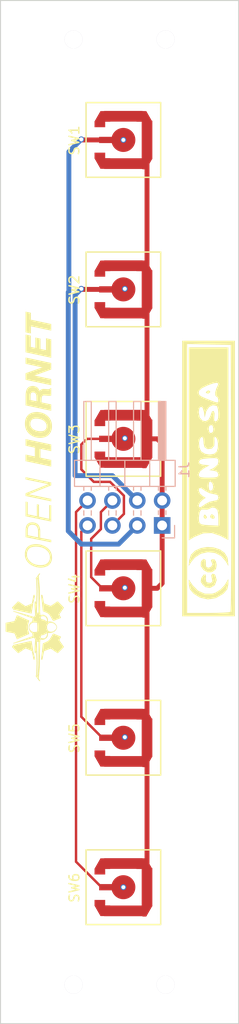
<source format=kicad_pcb>
(kicad_pcb (version 20171130) (host pcbnew "(5.1.4-0-10_14)")

  (general
    (thickness 1.2)
    (drawings 4)
    (tracks 153)
    (zones 0)
    (modules 13)
    (nets 8)
  )

  (page A4)
  (layers
    (0 F.Cu signal)
    (31 B.Cu signal)
    (32 B.Adhes user)
    (33 F.Adhes user)
    (34 B.Paste user)
    (35 F.Paste user)
    (36 B.SilkS user)
    (37 F.SilkS user)
    (38 B.Mask user)
    (39 F.Mask user)
    (40 Dwgs.User user)
    (41 Cmts.User user)
    (42 Eco1.User user)
    (43 Eco2.User user)
    (44 Edge.Cuts user)
    (45 Margin user)
    (46 B.CrtYd user)
    (47 F.CrtYd user)
    (48 B.Fab user)
    (49 F.Fab user)
  )

  (setup
    (last_trace_width 0.25)
    (user_trace_width 0.25)
    (user_trace_width 0.5)
    (trace_clearance 0.2)
    (zone_clearance 0.508)
    (zone_45_only no)
    (trace_min 0.2)
    (via_size 0.6)
    (via_drill 0.4)
    (via_min_size 0.4)
    (via_min_drill 0.3)
    (uvia_size 0.3)
    (uvia_drill 0.1)
    (uvias_allowed no)
    (uvia_min_size 0.2)
    (uvia_min_drill 0.1)
    (edge_width 0.15)
    (segment_width 0.2)
    (pcb_text_width 0.3)
    (pcb_text_size 1.5 1.5)
    (mod_edge_width 0.15)
    (mod_text_size 1 1)
    (mod_text_width 0.15)
    (pad_size 1.524 1.524)
    (pad_drill 0.762)
    (pad_to_mask_clearance 0.2)
    (aux_axis_origin 124.32 149.34)
    (grid_origin 124.32 149.34)
    (visible_elements 7FFFFFFF)
    (pcbplotparams
      (layerselection 0x010fc_ffffffff)
      (usegerberextensions false)
      (usegerberattributes false)
      (usegerberadvancedattributes false)
      (creategerberjobfile false)
      (excludeedgelayer true)
      (linewidth 0.100000)
      (plotframeref false)
      (viasonmask false)
      (mode 1)
      (useauxorigin false)
      (hpglpennumber 1)
      (hpglpenspeed 20)
      (hpglpendiameter 15.000000)
      (psnegative false)
      (psa4output false)
      (plotreference true)
      (plotvalue true)
      (plotinvisibletext false)
      (padsonsilk false)
      (subtractmaskfromsilk false)
      (outputformat 1)
      (mirror false)
      (drillshape 0)
      (scaleselection 1)
      (outputdirectory "manufacturing/"))
  )

  (net 0 "")
  (net 1 GND)
  (net 2 /A)
  (net 3 /B)
  (net 4 /C)
  (net 5 /D)
  (net 6 /E)
  (net 7 /F)

  (net_class Default "This is the default net class."
    (clearance 0.2)
    (trace_width 0.25)
    (via_dia 0.6)
    (via_drill 0.4)
    (uvia_dia 0.3)
    (uvia_drill 0.1)
    (add_net /A)
    (add_net /B)
    (add_net /C)
    (add_net /D)
    (add_net /E)
    (add_net /F)
    (add_net GND)
  )

  (module "KiCAD Libraries:CC-BY-NC-SA-Small" (layer F.Cu) (tedit 0) (tstamp 5DC40FE1)
    (at 145.57 93.84 90)
    (fp_text reference G*** (at 0 0 90) (layer F.SilkS) hide
      (effects (font (size 1.524 1.524) (thickness 0.3)))
    )
    (fp_text value LOGO (at 0.75 0 90) (layer F.SilkS) hide
      (effects (font (size 1.524 1.524) (thickness 0.3)))
    )
    (fp_poly (pts (xy 14.129801 2.691391) (xy -13.96159 2.691391) (xy -13.96159 -2.186755) (xy -13.625166 -2.186755)
      (xy -13.625166 -0.028035) (xy -13.616806 0.792585) (xy -13.593962 1.488081) (xy -13.559985 1.991127)
      (xy -13.518229 2.234401) (xy -13.512036 2.243814) (xy -13.33014 2.260859) (xy -12.837193 2.276078)
      (xy -12.058561 2.289341) (xy -11.019612 2.300518) (xy -9.745714 2.30948) (xy -8.262235 2.316096)
      (xy -6.594542 2.320236) (xy -4.768002 2.321769) (xy -2.807984 2.320567) (xy -0.739855 2.316498)
      (xy 0.155183 2.313903) (xy 13.709271 2.270861) (xy 13.756207 0.042053) (xy 13.803142 -2.186755)
      (xy -13.625166 -2.186755) (xy -13.96159 -2.186755) (xy -13.96159 -2.69139) (xy 14.129801 -2.69139)
      (xy 14.129801 2.691391)) (layer F.SilkS) (width 0.01))
    (fp_poly (pts (xy -10.78274 -1.634582) (xy -11.356857 -1.074002) (xy -11.658117 -0.384887) (xy -11.662489 0.35965)
      (xy -11.553773 0.711218) (xy -11.217582 1.240872) (xy -10.759349 1.661675) (xy -10.733632 1.677807)
      (xy -10.176821 2.017286) (xy -10.708557 2.017914) (xy -11.213539 1.904346) (xy -11.658701 1.521288)
      (xy -11.661525 1.517937) (xy -12.112677 0.748281) (xy -12.244543 -0.071967) (xy -12.057122 -0.887394)
      (xy -11.661525 -1.517937) (xy -11.202935 -1.909259) (xy -10.725734 -2.018543) (xy -10.211176 -2.018543)
      (xy -10.78274 -1.634582)) (layer F.SilkS) (width 0.01))
    (fp_poly (pts (xy -8.247754 -1.97995) (xy -7.683076 -1.7921) (xy -7.270464 -1.375956) (xy -7.009919 -0.802663)
      (xy -6.901439 -0.143369) (xy -6.945025 0.53078) (xy -7.140676 1.148636) (xy -7.488394 1.639053)
      (xy -7.988178 1.930883) (xy -8.247754 1.977445) (xy -8.831126 2.020453) (xy -8.370658 1.762916)
      (xy -7.814657 1.280403) (xy -7.49895 0.642327) (xy -7.423118 -0.071848) (xy -7.586738 -0.782658)
      (xy -7.989392 -1.410639) (xy -8.3892 -1.743258) (xy -8.831126 -2.025463) (xy -8.247754 -1.97995)) (layer F.SilkS) (width 0.01))
    (fp_poly (pts (xy 13.456953 2.018543) (xy -6.178084 2.018543) (xy -5.769217 1.219537) (xy -5.698668 1.009272)
      (xy -4.726723 1.009272) (xy -4.059238 1.009272) (xy -3.558699 0.984369) (xy -3.174624 0.922896)
      (xy -3.125678 0.907169) (xy -2.915887 0.685844) (xy -2.864315 0.357377) (xy -2.997903 0.102778)
      (xy -3.005256 0.098048) (xy -3.087825 -0.116017) (xy -3.071235 -0.40876) (xy -3.077201 -0.740779)
      (xy -3.288376 -0.883112) (xy -2.855862 -0.883112) (xy -2.758926 -0.674323) (xy -2.530195 -0.34542)
      (xy -2.523179 -0.336424) (xy -2.281828 0.117897) (xy -2.190495 0.546689) (xy -2.122489 0.897504)
      (xy -1.888072 1.00836) (xy -1.850331 1.009272) (xy -1.594468 0.919663) (xy -1.511249 0.598572)
      (xy -1.510167 0.546689) (xy -1.436778 0.224624) (xy -1.173315 0.224624) (xy -1.058247 0.39959)
      (xy -0.781254 0.483865) (xy -0.435035 0.410313) (xy -0.213838 0.222262) (xy -0.209423 0.210265)
      (xy -0.297041 0.050184) (xy -0.65883 0) (xy 0.168212 0) (xy 0.181099 0.564969)
      (xy 0.23615 0.870266) (xy 0.357953 0.992183) (xy 0.493463 1.009272) (xy 0.766944 0.885667)
      (xy 0.879325 0.546689) (xy 0.939937 0.084106) (xy 1.169817 0.546689) (xy 1.49174 0.927452)
      (xy 1.80162 1.009272) (xy 2.026737 0.987117) (xy 2.140558 0.867039) (xy 2.172356 0.568619)
      (xy 2.156313 0.131362) (xy 2.523924 0.131362) (xy 2.611173 0.580978) (xy 2.817549 0.831911)
      (xy 3.186905 0.946117) (xy 3.649202 0.963184) (xy 4.070657 0.893316) (xy 4.317484 0.746718)
      (xy 4.331971 0.716403) (xy 4.324075 0.696559) (xy 5.880094 0.696559) (xy 5.999558 0.89713)
      (xy 6.255889 0.985548) (xy 6.679108 1.007792) (xy 7.121567 0.970357) (xy 7.392719 0.892117)
      (xy 7.829298 0.892117) (xy 7.884029 0.992537) (xy 8.060013 1.009263) (xy 8.076627 1.009272)
      (xy 8.34863 0.938366) (xy 8.410596 0.84106) (xy 8.545435 0.701705) (xy 8.868433 0.687655)
      (xy 9.25731 0.794563) (xy 9.4145 0.876745) (xy 9.727967 1.006323) (xy 9.853746 0.879574)
      (xy 9.793511 0.487429) (xy 9.590533 -0.078061) (xy 9.306492 -0.671813) (xy 9.051504 -0.964758)
      (xy 8.905622 -1.009271) (xy 8.71159 -0.995921) (xy 8.568578 -0.911225) (xy 8.428692 -0.688219)
      (xy 8.244035 -0.259937) (xy 8.087329 0.134832) (xy 7.896753 0.631662) (xy 7.829298 0.892117)
      (xy 7.392719 0.892117) (xy 7.435617 0.879739) (xy 7.491339 0.831499) (xy 7.563967 0.438646)
      (xy 7.374471 0.053415) (xy 6.983134 -0.220462) (xy 6.856818 -0.260371) (xy 6.307947 -0.395457)
      (xy 6.854636 -0.460704) (xy 7.28173 -0.586852) (xy 7.413145 -0.774049) (xy 7.252036 -0.94165)
      (xy 6.833179 -1.009271) (xy 6.315387 -0.905607) (xy 6.005357 -0.649473) (xy 5.920136 -0.323154)
      (xy 6.07677 -0.008938) (xy 6.492306 0.21089) (xy 6.576391 0.230312) (xy 6.912594 0.35267)
      (xy 6.977745 0.509469) (xy 6.975929 0.512508) (xy 6.740739 0.613064) (xy 6.376039 0.585225)
      (xy 6.005688 0.566665) (xy 5.880094 0.696559) (xy 4.324075 0.696559) (xy 4.278391 0.581753)
      (xy 3.955501 0.596929) (xy 3.915022 0.604744) (xy 3.435721 0.581815) (xy 3.137541 0.335534)
      (xy 3.127072 0.252318) (xy 4.709934 0.252318) (xy 4.856161 0.455251) (xy 5.130463 0.504636)
      (xy 5.468686 0.4169) (xy 5.550993 0.252318) (xy 5.404766 0.049385) (xy 5.130463 0)
      (xy 4.792241 0.087736) (xy 4.709934 0.252318) (xy 3.127072 0.252318) (xy 3.086321 -0.071593)
      (xy 3.109358 -0.16014) (xy 3.284885 -0.409261) (xy 3.658147 -0.500742) (xy 3.810121 -0.504636)
      (xy 4.230709 -0.553922) (xy 4.335828 -0.703512) (xy 4.33252 -0.7149) (xy 4.115353 -0.903874)
      (xy 3.713011 -0.978249) (xy 3.257506 -0.935558) (xy 2.880849 -0.773336) (xy 2.843868 -0.742714)
      (xy 2.602252 -0.355467) (xy 2.523924 0.131362) (xy 2.156313 0.131362) (xy 2.153096 0.043688)
      (xy 2.098695 -0.538287) (xy 1.997423 -0.854401) (xy 1.826485 -0.974356) (xy 1.819692 -0.97572)
      (xy 1.607609 -0.921649) (xy 1.499883 -0.613156) (xy 1.482851 -0.472718) (xy 1.428968 0.084106)
      (xy 1.130694 -0.462583) (xy 0.820204 -0.862809) (xy 0.500316 -1.009271) (xy 0.314678 -0.971268)
      (xy 0.214366 -0.806122) (xy 0.17414 -0.437126) (xy 0.168212 0) (xy -0.65883 0)
      (xy -1.066499 0.058637) (xy -1.173315 0.224624) (xy -1.436778 0.224624) (xy -1.402695 0.075056)
      (xy -1.177484 -0.336424) (xy -0.907126 -0.731305) (xy -0.880101 -0.940678) (xy -1.093763 -1.008546)
      (xy -1.137021 -1.009271) (xy -1.448459 -0.877895) (xy -1.654767 -0.654137) (xy -1.876552 -0.299002)
      (xy -2.125298 -0.654137) (xy -2.380252 -0.897514) (xy -2.655154 -1.013016) (xy -2.835723 -0.964826)
      (xy -2.855862 -0.883112) (xy -3.288376 -0.883112) (xy -3.322493 -0.906107) (xy -3.413108 -0.931352)
      (xy -3.909522 -0.993504) (xy -4.230242 -0.98116) (xy -4.456797 -0.914688) (xy -4.583907 -0.740483)
      (xy -4.648507 -0.373813) (xy -4.676275 0.042053) (xy -4.726723 1.009272) (xy -5.698668 1.009272)
      (xy -5.472746 0.335934) (xy -5.505006 -0.537326) (xy -5.86746 -1.432761) (xy -5.890234 -1.471854)
      (xy -6.212495 -2.018543) (xy 13.456953 -2.018543) (xy 13.456953 2.018543)) (layer F.SilkS) (width 0.01))
    (fp_poly (pts (xy -10.12424 -0.752016) (xy -9.998441 -0.698821) (xy -9.707983 -0.48791) (xy -9.696884 -0.312091)
      (xy -9.945306 -0.259743) (xy -10.090839 -0.287194) (xy -10.418401 -0.251918) (xy -10.526107 -0.111245)
      (xy -10.561779 0.247065) (xy -10.375165 0.405238) (xy -10.092715 0.336424) (xy -9.795532 0.27775)
      (xy -9.626598 0.3962) (xy -9.669713 0.598228) (xy -9.776794 0.689079) (xy -10.274686 0.830677)
      (xy -10.74637 0.657063) (xy -10.837654 0.576727) (xy -11.079718 0.144447) (xy -10.995514 -0.306954)
      (xy -10.76488 -0.58936) (xy -10.452588 -0.792195) (xy -10.12424 -0.752016)) (layer F.SilkS) (width 0.01))
    (fp_poly (pts (xy -8.459541 -0.789289) (xy -8.262887 -0.689078) (xy -8.111923 -0.481088) (xy -8.21823 -0.308638)
      (xy -8.508847 -0.271508) (xy -8.559991 -0.282764) (xy -8.896354 -0.256246) (xy -9.026763 -0.029918)
      (xy -8.907395 0.261761) (xy -8.664811 0.413551) (xy -8.48736 0.33033) (xy -8.254981 0.247448)
      (xy -8.151703 0.347063) (xy -8.148801 0.577771) (xy -8.374607 0.749774) (xy -8.72206 0.825295)
      (xy -9.084096 0.766559) (xy -9.186931 0.712325) (xy -9.46188 0.356606) (xy -9.483476 -0.09603)
      (xy -9.26026 -0.496031) (xy -8.847636 -0.793303) (xy -8.459541 -0.789289)) (layer F.SilkS) (width 0.01))
    (fp_poly (pts (xy -3.574567 0.266017) (xy -3.570999 0.367964) (xy -3.738428 0.590099) (xy -3.939991 0.618342)
      (xy -4.037086 0.434548) (xy -3.90165 0.202828) (xy -3.770751 0.168212) (xy -3.574567 0.266017)) (layer F.SilkS) (width 0.01))
    (fp_poly (pts (xy -3.600732 -0.423088) (xy -3.616556 -0.336424) (xy -3.831608 -0.174628) (xy -3.878802 -0.168212)
      (xy -4.032556 -0.296514) (xy -4.037086 -0.336424) (xy -3.900168 -0.484049) (xy -3.774841 -0.504636)
      (xy -3.600732 -0.423088)) (layer F.SilkS) (width 0.01))
    (fp_poly (pts (xy 8.915232 -0.252318) (xy 9.077027 -0.037266) (xy 9.083444 0.009928) (xy 8.955141 0.163682)
      (xy 8.915232 0.168212) (xy 8.767607 0.031294) (xy 8.74702 -0.094033) (xy 8.828567 -0.268142)
      (xy 8.915232 -0.252318)) (layer F.SilkS) (width 0.01))
  )

  (module "KiCAD Libraries:OH_LOGO_37.7mm_5.9mm" (layer F.Cu) (tedit 0) (tstamp 5DC40F50)
    (at 127.82 95.59 90)
    (fp_text reference G*** (at 0 0 90) (layer F.SilkS) hide
      (effects (font (size 1.524 1.524) (thickness 0.3)))
    )
    (fp_text value LOGO (at 0.75 0 90) (layer F.SilkS) hide
      (effects (font (size 1.524 1.524) (thickness 0.3)))
    )
    (fp_poly (pts (xy -13.353369 -2.9718) (xy -13.332688 -2.9718) (xy -13.262855 -2.971792) (xy -13.200993 -2.971761)
      (xy -13.146606 -2.9717) (xy -13.099199 -2.971601) (xy -13.058276 -2.971455) (xy -13.023342 -2.971255)
      (xy -12.9939 -2.970993) (xy -12.969455 -2.97066) (xy -12.949511 -2.97025) (xy -12.933573 -2.969753)
      (xy -12.921145 -2.969162) (xy -12.911732 -2.968469) (xy -12.904837 -2.967666) (xy -12.899965 -2.966745)
      (xy -12.89662 -2.965698) (xy -12.894689 -2.964751) (xy -12.88471 -2.956623) (xy -12.878222 -2.947753)
      (xy -12.87683 -2.942277) (xy -12.87401 -2.929048) (xy -12.869871 -2.908635) (xy -12.864524 -2.881611)
      (xy -12.858079 -2.848546) (xy -12.850646 -2.810013) (xy -12.842334 -2.766583) (xy -12.833253 -2.718826)
      (xy -12.823514 -2.667315) (xy -12.813226 -2.612621) (xy -12.802499 -2.555316) (xy -12.795218 -2.516262)
      (xy -12.784244 -2.457508) (xy -12.773613 -2.400965) (xy -12.763434 -2.347208) (xy -12.753822 -2.29681)
      (xy -12.744887 -2.250344) (xy -12.736741 -2.208386) (xy -12.729496 -2.171509) (xy -12.723264 -2.140286)
      (xy -12.718156 -2.115292) (xy -12.714285 -2.097099) (xy -12.711762 -2.086283) (xy -12.710893 -2.083469)
      (xy -12.703192 -2.072026) (xy -12.69511 -2.063133) (xy -12.690099 -2.060475) (xy -12.677996 -2.054934)
      (xy -12.65955 -2.046821) (xy -12.635513 -2.036447) (xy -12.606633 -2.024123) (xy -12.573659 -2.01016)
      (xy -12.537342 -1.994868) (xy -12.49843 -1.978559) (xy -12.457674 -1.961544) (xy -12.415823 -1.944133)
      (xy -12.373627 -1.926638) (xy -12.331835 -1.90937) (xy -12.291196 -1.892638) (xy -12.252461 -1.876756)
      (xy -12.216379 -1.862032) (xy -12.183699 -1.848779) (xy -12.155172 -1.837307) (xy -12.131546 -1.827927)
      (xy -12.113571 -1.82095) (xy -12.101997 -1.816687) (xy -12.098134 -1.81549) (xy -12.097729 -1.814052)
      (xy -12.098608 -1.809954) (xy -12.100905 -1.802885) (xy -12.104757 -1.792531) (xy -12.1103 -1.778582)
      (xy -12.117668 -1.760724) (xy -12.126999 -1.738645) (xy -12.138428 -1.712032) (xy -12.152089 -1.680575)
      (xy -12.168121 -1.643959) (xy -12.186657 -1.601873) (xy -12.207834 -1.554005) (xy -12.231787 -1.500042)
      (xy -12.258653 -1.439672) (xy -12.288567 -1.372582) (xy -12.321664 -1.298461) (xy -12.358081 -1.216995)
      (xy -12.365616 -1.200151) (xy -12.396196 -1.131797) (xy -12.425867 -1.065505) (xy -12.454441 -1.001689)
      (xy -12.481733 -0.940766) (xy -12.507554 -0.883153) (xy -12.531719 -0.829264) (xy -12.55404 -0.779516)
      (xy -12.574331 -0.734325) (xy -12.592405 -0.694108) (xy -12.608075 -0.659279) (xy -12.621155 -0.630255)
      (xy -12.631457 -0.607453) (xy -12.638796 -0.591287) (xy -12.642983 -0.582175) (xy -12.643918 -0.580245)
      (xy -12.646548 -0.578209) (xy -12.651824 -0.577794) (xy -12.660943 -0.579225) (xy -12.675101 -0.582728)
      (xy -12.695495 -0.588528) (xy -12.708753 -0.592464) (xy -12.769596 -0.609903) (xy -12.834792 -0.627192)
      (xy -12.902218 -0.643837) (xy -12.969751 -0.659347) (xy -13.035266 -0.67323) (xy -13.096641 -0.684996)
      (xy -13.140266 -0.692384) (xy -13.165675 -0.695489) (xy -13.197841 -0.698029) (xy -13.235073 -0.699982)
      (xy -13.27568 -0.701329) (xy -13.317971 -0.702049) (xy -13.360253 -0.702121) (xy -13.400837 -0.701524)
      (xy -13.438029 -0.700238) (xy -13.47014 -0.698242) (xy -13.486909 -0.696621) (xy -13.535418 -0.690037)
      (xy -13.590219 -0.680871) (xy -13.649665 -0.669482) (xy -13.712109 -0.656232) (xy -13.775905 -0.641482)
      (xy -13.839405 -0.625593) (xy -13.900964 -0.608926) (xy -13.943709 -0.596481) (xy -13.966595 -0.589653)
      (xy -13.986629 -0.583785) (xy -14.002418 -0.579277) (xy -14.012572 -0.576525) (xy -14.015676 -0.575856)
      (xy -14.017674 -0.579682) (xy -14.02287 -0.590859) (xy -14.031081 -0.608974) (xy -14.042125 -0.633614)
      (xy -14.05582 -0.664367) (xy -14.071984 -0.700819) (xy -14.090436 -0.742559) (xy -14.110992 -0.789174)
      (xy -14.133472 -0.840251) (xy -14.157692 -0.895378) (xy -14.183472 -0.954142) (xy -14.210629 -1.01613)
      (xy -14.23898 -1.080929) (xy -14.268345 -1.148128) (xy -14.2875 -1.192008) (xy -14.317422 -1.260593)
      (xy -14.346423 -1.327099) (xy -14.374323 -1.391108) (xy -14.40094 -1.452204) (xy -14.426093 -1.50997)
      (xy -14.449601 -1.56399) (xy -14.471283 -1.613845) (xy -14.490958 -1.659121) (xy -14.508444 -1.6994)
      (xy -14.523561 -1.734265) (xy -14.536127 -1.763299) (xy -14.545962 -1.786087) (xy -14.552884 -1.802211)
      (xy -14.556712 -1.811254) (xy -14.557453 -1.813127) (xy -14.553807 -1.815678) (xy -14.542662 -1.821202)
      (xy -14.524386 -1.829541) (xy -14.499346 -1.840537) (xy -14.467912 -1.854033) (xy -14.430449 -1.869871)
      (xy -14.387328 -1.887893) (xy -14.338914 -1.907943) (xy -14.285576 -1.929861) (xy -14.273965 -1.934613)
      (xy -14.227089 -1.953828) (xy -14.18227 -1.972288) (xy -14.140162 -1.989719) (xy -14.10142 -2.005845)
      (xy -14.066697 -2.020391) (xy -14.036647 -2.033083) (xy -14.011924 -2.043645) (xy -13.993183 -2.051804)
      (xy -13.981076 -2.057284) (xy -13.976495 -2.059627) (xy -13.965657 -2.069534) (xy -13.956664 -2.081972)
      (xy -13.956158 -2.082932) (xy -13.954185 -2.089457) (xy -13.950795 -2.10392) (xy -13.946065 -2.125924)
      (xy -13.940072 -2.155073) (xy -13.932894 -2.190971) (xy -13.924609 -2.233221) (xy -13.915295 -2.281427)
      (xy -13.90503 -2.335194) (xy -13.89389 -2.394124) (xy -13.881954 -2.457822) (xy -13.870322 -2.520377)
      (xy -13.859406 -2.579136) (xy -13.84886 -2.635627) (xy -13.838791 -2.689282) (xy -13.829309 -2.739534)
      (xy -13.820522 -2.785817) (xy -13.812539 -2.827564) (xy -13.805469 -2.864206) (xy -13.799421 -2.895177)
      (xy -13.794502 -2.91991) (xy -13.790823 -2.937838) (xy -13.788492 -2.948394) (xy -13.78773 -2.951075)
      (xy -13.786001 -2.954387) (xy -13.784239 -2.957326) (xy -13.781957 -2.959915) (xy -13.778666 -2.962175)
      (xy -13.773879 -2.964129) (xy -13.767107 -2.9658) (xy -13.757863 -2.967209) (xy -13.745657 -2.968379)
      (xy -13.730003 -2.969331) (xy -13.710411 -2.970089) (xy -13.686394 -2.970673) (xy -13.657464 -2.971108)
      (xy -13.623133 -2.971414) (xy -13.582911 -2.971615) (xy -13.536313 -2.971731) (xy -13.482848 -2.971786)
      (xy -13.42203 -2.971801) (xy -13.353369 -2.9718)) (layer F.SilkS) (width 0.01))
    (fp_poly (pts (xy -11.312013 -2.309364) (xy -11.307536 -2.306053) (xy -11.297598 -2.297217) (xy -11.282695 -2.283346)
      (xy -11.263321 -2.264933) (xy -11.239971 -2.24247) (xy -11.21314 -2.216449) (xy -11.183323 -2.187361)
      (xy -11.151016 -2.155698) (xy -11.116712 -2.121953) (xy -11.080908 -2.086618) (xy -11.044097 -2.050184)
      (xy -11.006775 -2.013143) (xy -10.969437 -1.975987) (xy -10.932577 -1.939209) (xy -10.896691 -1.903299)
      (xy -10.862274 -1.868751) (xy -10.82982 -1.836055) (xy -10.799825 -1.805705) (xy -10.772783 -1.778191)
      (xy -10.749189 -1.754006) (xy -10.729539 -1.733641) (xy -10.714326 -1.71759) (xy -10.704047 -1.706343)
      (xy -10.699196 -1.700392) (xy -10.699018 -1.700087) (xy -10.694479 -1.684088) (xy -10.694748 -1.673964)
      (xy -10.697627 -1.667783) (xy -10.705353 -1.65474) (xy -10.717888 -1.634889) (xy -10.735198 -1.608285)
      (xy -10.757245 -1.574983) (xy -10.783993 -1.535037) (xy -10.815406 -1.488503) (xy -10.851447 -1.435434)
      (xy -10.89208 -1.375885) (xy -10.936997 -1.310309) (xy -10.976317 -1.252897) (xy -11.012819 -1.199402)
      (xy -11.046294 -1.150134) (xy -11.076537 -1.105404) (xy -11.103339 -1.065521) (xy -11.126494 -1.030797)
      (xy -11.145794 -1.001541) (xy -11.161033 -0.978064) (xy -11.172003 -0.960676) (xy -11.178496 -0.949688)
      (xy -11.180311 -0.945805) (xy -11.182018 -0.932972) (xy -11.181605 -0.92207) (xy -11.181529 -0.921707)
      (xy -11.17933 -0.915414) (xy -11.174087 -0.902162) (xy -11.166114 -0.882687) (xy -11.15573 -0.857726)
      (xy -11.14325 -0.828014) (xy -11.128991 -0.794286) (xy -11.11327 -0.757279) (xy -11.096404 -0.717729)
      (xy -11.078709 -0.67637) (xy -11.060501 -0.633939) (xy -11.042098 -0.591172) (xy -11.023816 -0.548804)
      (xy -11.005972 -0.507571) (xy -10.988882 -0.468209) (xy -10.972862 -0.431454) (xy -10.958231 -0.398042)
      (xy -10.945303 -0.368707) (xy -10.934396 -0.344187) (xy -10.925827 -0.325216) (xy -10.919912 -0.312531)
      (xy -10.916967 -0.306867) (xy -10.916901 -0.306779) (xy -10.906929 -0.296945) (xy -10.897194 -0.290291)
      (xy -10.891502 -0.288704) (xy -10.878064 -0.285697) (xy -10.85746 -0.281385) (xy -10.830271 -0.275881)
      (xy -10.797078 -0.269297) (xy -10.758461 -0.261747) (xy -10.715001 -0.253344) (xy -10.667278 -0.244201)
      (xy -10.615873 -0.234432) (xy -10.561367 -0.224149) (xy -10.50434 -0.213465) (xy -10.473176 -0.207658)
      (xy -10.405458 -0.195058) (xy -10.345566 -0.1839) (xy -10.293003 -0.174079) (xy -10.247271 -0.165491)
      (xy -10.207873 -0.158031) (xy -10.174311 -0.151594) (xy -10.146086 -0.146076) (xy -10.122703 -0.141372)
      (xy -10.103662 -0.137378) (xy -10.088466 -0.133989) (xy -10.076618 -0.131101) (xy -10.067619 -0.12861)
      (xy -10.060973 -0.126409) (xy -10.056181 -0.124396) (xy -10.052746 -0.122465) (xy -10.050169 -0.120512)
      (xy -10.047955 -0.118432) (xy -10.047816 -0.118295) (xy -10.035116 -0.105693) (xy -10.032454 0.042333)
      (xy -10.042252 0.041901) (xy -10.048037 0.040835) (xy -10.061295 0.037914) (xy -10.081279 0.033315)
      (xy -10.107242 0.027217) (xy -10.138438 0.019797) (xy -10.174119 0.011232) (xy -10.21354 0.0017)
      (xy -10.255954 -0.008622) (xy -10.2997 -0.01933) (xy -10.393619 -0.042258) (xy -10.479738 -0.063008)
      (xy -10.558414 -0.081661) (xy -10.630007 -0.098298) (xy -10.694874 -0.113003) (xy -10.753374 -0.125857)
      (xy -10.805866 -0.136942) (xy -10.852708 -0.146339) (xy -10.8712 -0.149881) (xy -10.885951 -0.152573)
      (xy -10.908403 -0.156545) (xy -10.937905 -0.161688) (xy -10.973807 -0.167891) (xy -11.015457 -0.175041)
      (xy -11.062206 -0.183029) (xy -11.113402 -0.191743) (xy -11.168395 -0.201073) (xy -11.226535 -0.210908)
      (xy -11.28717 -0.221136) (xy -11.34965 -0.231646) (xy -11.413324 -0.242329) (xy -11.419417 -0.243349)
      (xy -11.481938 -0.253859) (xy -11.542494 -0.264111) (xy -11.600517 -0.274007) (xy -11.655438 -0.283445)
      (xy -11.706691 -0.292327) (xy -11.753706 -0.300551) (xy -11.795916 -0.308018) (xy -11.832753 -0.314628)
      (xy -11.863649 -0.320281) (xy -11.888035 -0.324877) (xy -11.905343 -0.328315) (xy -11.915006 -0.330497)
      (xy -11.916146 -0.330829) (xy -11.930466 -0.335834) (xy -11.938197 -0.339757) (xy -11.940912 -0.343761)
      (xy -11.940291 -0.348661) (xy -11.938373 -0.355411) (xy -11.936099 -0.363977) (xy -11.9334 -0.37468)
      (xy -11.930204 -0.387844) (xy -11.92644 -0.403791) (xy -11.922037 -0.422843) (xy -11.916925 -0.445325)
      (xy -11.911032 -0.471557) (xy -11.904288 -0.501864) (xy -11.896622 -0.536568) (xy -11.887963 -0.57599)
      (xy -11.87824 -0.620455) (xy -11.867382 -0.670285) (xy -11.855318 -0.725803) (xy -11.841977 -0.787331)
      (xy -11.827289 -0.855191) (xy -11.811183 -0.929708) (xy -11.793588 -1.011203) (xy -11.774432 -1.099999)
      (xy -11.753646 -1.196419) (xy -11.731157 -1.300786) (xy -11.730487 -1.303898) (xy -11.543067 -2.173879)
      (xy -11.444656 -2.241581) (xy -11.418615 -2.25927) (xy -11.394338 -2.27533) (xy -11.372837 -2.289128)
      (xy -11.355121 -2.300029) (xy -11.342198 -2.307398) (xy -11.335081 -2.310602) (xy -11.334694 -2.310673)
      (xy -11.321278 -2.310724) (xy -11.312013 -2.309364)) (layer F.SilkS) (width 0.01))
    (fp_poly (pts (xy -15.341531 -2.311257) (xy -15.335523 -2.310908) (xy -15.329322 -2.309604) (xy -15.322026 -2.306823)
      (xy -15.312733 -2.302038) (xy -15.300541 -2.294727) (xy -15.284547 -2.284364) (xy -15.263849 -2.270425)
      (xy -15.237545 -2.252386) (xy -15.223168 -2.242465) (xy -15.123785 -2.173817) (xy -14.932577 -1.28711)
      (xy -14.914152 -1.201709) (xy -14.896146 -1.118331) (xy -14.878644 -1.037366) (xy -14.861731 -0.959207)
      (xy -14.845493 -0.884246) (xy -14.830015 -0.812875) (xy -14.815383 -0.745487) (xy -14.801681 -0.682472)
      (xy -14.788995 -0.624223) (xy -14.777411 -0.571133) (xy -14.767014 -0.523592) (xy -14.757889 -0.481994)
      (xy -14.750122 -0.446729) (xy -14.743798 -0.418191) (xy -14.739002 -0.396771) (xy -14.73582 -0.382861)
      (xy -14.734365 -0.376944) (xy -14.730109 -0.362805) (xy -14.726568 -0.351249) (xy -14.725051 -0.346447)
      (xy -14.725435 -0.34216) (xy -14.730578 -0.338145) (xy -14.741837 -0.333582) (xy -14.751712 -0.33036)
      (xy -14.759656 -0.32848) (xy -14.77539 -0.325317) (xy -14.798349 -0.320972) (xy -14.827969 -0.315543)
      (xy -14.863685 -0.309129) (xy -14.904935 -0.30183) (xy -14.951154 -0.293744) (xy -15.001777 -0.284969)
      (xy -15.056242 -0.275607) (xy -15.113982 -0.265754) (xy -15.174436 -0.255511) (xy -15.237038 -0.244975)
      (xy -15.261167 -0.240934) (xy -15.34577 -0.226778) (xy -15.422704 -0.213884) (xy -15.49265 -0.202115)
      (xy -15.55629 -0.191335) (xy -15.614305 -0.181409) (xy -15.667376 -0.172201) (xy -15.716184 -0.163574)
      (xy -15.761412 -0.155393) (xy -15.80374 -0.147522) (xy -15.843849 -0.139825) (xy -15.882422 -0.132166)
      (xy -15.920139 -0.124409) (xy -15.957682 -0.116418) (xy -15.995731 -0.108057) (xy -16.03497 -0.09919)
      (xy -16.076078 -0.089682) (xy -16.119737 -0.079396) (xy -16.166629 -0.068196) (xy -16.217435 -0.055947)
      (xy -16.272836 -0.042512) (xy -16.333514 -0.027756) (xy -16.350925 -0.023519) (xy -16.397459 -0.012215)
      (xy -16.44163 -0.001525) (xy -16.482742 0.008386) (xy -16.520096 0.017351) (xy -16.552995 0.025204)
      (xy -16.580741 0.031779) (xy -16.602638 0.036909) (xy -16.617987 0.040429) (xy -16.62609 0.042171)
      (xy -16.62715 0.042333) (xy -16.629309 0.040636) (xy -16.630868 0.034874) (xy -16.631906 0.024036)
      (xy -16.632507 0.007112) (xy -16.63275 -0.016907) (xy -16.632766 -0.027318) (xy -16.63255 -0.056888)
      (xy -16.631729 -0.079254) (xy -16.630053 -0.095674) (xy -16.627265 -0.107403) (xy -16.623114 -0.115698)
      (xy -16.617345 -0.121815) (xy -16.613059 -0.124925) (xy -16.607351 -0.12672) (xy -16.593741 -0.129932)
      (xy -16.572663 -0.134477) (xy -16.544549 -0.14027) (xy -16.509829 -0.147226) (xy -16.468936 -0.155259)
      (xy -16.422302 -0.164285) (xy -16.370359 -0.17422) (xy -16.313538 -0.184978) (xy -16.252271 -0.196474)
      (xy -16.191437 -0.207799) (xy -16.123301 -0.220449) (xy -16.062995 -0.231674) (xy -16.010019 -0.241577)
      (xy -15.963877 -0.250261) (xy -15.924069 -0.257827) (xy -15.890098 -0.264377) (xy -15.861464 -0.270015)
      (xy -15.837669 -0.274841) (xy -15.818216 -0.278959) (xy -15.802605 -0.28247) (xy -15.790338 -0.285477)
      (xy -15.780918 -0.288081) (xy -15.773845 -0.290385) (xy -15.768621 -0.292492) (xy -15.764748 -0.294503)
      (xy -15.76292 -0.295669) (xy -15.759736 -0.297988) (xy -15.756638 -0.300775) (xy -15.753377 -0.304557)
      (xy -15.749707 -0.309866) (xy -15.74538 -0.317229) (xy -15.740149 -0.327175) (xy -15.733766 -0.340235)
      (xy -15.725984 -0.356936) (xy -15.716556 -0.377809) (xy -15.705234 -0.403382) (xy -15.691771 -0.434184)
      (xy -15.67592 -0.470744) (xy -15.657432 -0.513593) (xy -15.636062 -0.563258) (xy -15.616089 -0.609729)
      (xy -15.591337 -0.667361) (xy -15.569747 -0.717753) (xy -15.551128 -0.761441) (xy -15.53529 -0.798961)
      (xy -15.522042 -0.830847) (xy -15.511195 -0.857637) (xy -15.502559 -0.879864) (xy -15.495943 -0.898065)
      (xy -15.491157 -0.912775) (xy -15.488012 -0.92453) (xy -15.486316 -0.933866) (xy -15.485881 -0.941317)
      (xy -15.486515 -0.94742) (xy -15.488029 -0.952709) (xy -15.490232 -0.957721) (xy -15.491596 -0.960412)
      (xy -15.494814 -0.965509) (xy -15.502493 -0.977087) (xy -15.514298 -0.994651) (xy -15.529891 -1.017708)
      (xy -15.548935 -1.045762) (xy -15.571094 -1.078318) (xy -15.596031 -1.114884) (xy -15.623409 -1.154963)
      (xy -15.652892 -1.198061) (xy -15.684142 -1.243684) (xy -15.716823 -1.291338) (xy -15.731436 -1.312626)
      (xy -15.764601 -1.360978) (xy -15.796448 -1.4075) (xy -15.826642 -1.4517) (xy -15.854851 -1.493085)
      (xy -15.88074 -1.531162) (xy -15.903976 -1.56544) (xy -15.924225 -1.595425) (xy -15.941154 -1.620625)
      (xy -15.954429 -1.640547) (xy -15.963716 -1.654698) (xy -15.968682 -1.662587) (xy -15.969413 -1.66395)
      (xy -15.971151 -1.668389) (xy -15.972496 -1.672527) (xy -15.973125 -1.67673) (xy -15.972712 -1.681363)
      (xy -15.970933 -1.686793) (xy -15.967464 -1.693383) (xy -15.96198 -1.701501) (xy -15.954157 -1.711512)
      (xy -15.94367 -1.723781) (xy -15.930195 -1.738673) (xy -15.913408 -1.756555) (xy -15.892983 -1.777792)
      (xy -15.868597 -1.802749) (xy -15.839925 -1.831792) (xy -15.806643 -1.865287) (xy -15.768426 -1.903599)
      (xy -15.724949 -1.947094) (xy -15.675889 -1.996137) (xy -15.664322 -2.0077) (xy -15.360512 -2.3114)
      (xy -15.341531 -2.311257)) (layer F.SilkS) (width 0.01))
    (fp_poly (pts (xy 17.888903 -0.93133) (xy 17.98041 -0.931317) (xy 18.069315 -0.931297) (xy 18.155259 -0.93127)
      (xy 18.237881 -0.931235) (xy 18.316824 -0.931193) (xy 18.391726 -0.931146) (xy 18.462228 -0.931092)
      (xy 18.527972 -0.931033) (xy 18.588597 -0.930968) (xy 18.643744 -0.930899) (xy 18.693054 -0.930825)
      (xy 18.736166 -0.930746) (xy 18.772723 -0.930664) (xy 18.802363 -0.930579) (xy 18.824727 -0.93049)
      (xy 18.839457 -0.930399) (xy 18.846192 -0.930305) (xy 18.846601 -0.930276) (xy 18.845712 -0.926062)
      (xy 18.843214 -0.914264) (xy 18.839255 -0.895578) (xy 18.833984 -0.870702) (xy 18.827547 -0.840332)
      (xy 18.820093 -0.805167) (xy 18.811769 -0.765903) (xy 18.802723 -0.723238) (xy 18.793104 -0.677869)
      (xy 18.790297 -0.664634) (xy 18.734194 -0.40005) (xy 18.382424 -0.398968) (xy 18.316994 -0.398741)
      (xy 18.259586 -0.398485) (xy 18.209753 -0.39819) (xy 18.167052 -0.39785) (xy 18.131037 -0.397455)
      (xy 18.101262 -0.396998) (xy 18.077282 -0.396471) (xy 18.058653 -0.395867) (xy 18.044928 -0.395176)
      (xy 18.035663 -0.394391) (xy 18.030412 -0.393504) (xy 18.028753 -0.392618) (xy 18.027713 -0.388062)
      (xy 18.024987 -0.375579) (xy 18.02065 -0.355521) (xy 18.014777 -0.328243) (xy 18.007444 -0.294097)
      (xy 17.998728 -0.253439) (xy 17.988702 -0.20662) (xy 17.977443 -0.153995) (xy 17.965026 -0.095917)
      (xy 17.951528 -0.03274) (xy 17.937022 0.035183) (xy 17.921586 0.107497) (xy 17.905294 0.183851)
      (xy 17.888223 0.263889) (xy 17.870447 0.347259) (xy 17.852042 0.433606) (xy 17.833084 0.522578)
      (xy 17.813649 0.613821) (xy 17.807117 0.64449) (xy 17.587384 1.676331) (xy 17.254009 1.676365)
      (xy 17.18644 1.67632) (xy 17.126168 1.676169) (xy 17.073337 1.675915) (xy 17.028092 1.67556)
      (xy 16.990576 1.675105) (xy 16.960933 1.674553) (xy 16.939308 1.673905) (xy 16.925845 1.673162)
      (xy 16.920688 1.672328) (xy 16.920634 1.672227) (xy 16.921498 1.667769) (xy 16.924041 1.655381)
      (xy 16.928188 1.635416) (xy 16.933866 1.608228) (xy 16.940999 1.574171) (xy 16.949513 1.533597)
      (xy 16.959334 1.48686) (xy 16.970388 1.434313) (xy 16.982599 1.37631) (xy 16.995894 1.313203)
      (xy 17.010197 1.245347) (xy 17.025436 1.173095) (xy 17.041535 1.096799) (xy 17.058419 1.016814)
      (xy 17.076015 0.933493) (xy 17.094247 0.847188) (xy 17.113043 0.758254) (xy 17.132326 0.667043)
      (xy 17.13865 0.637137) (xy 17.158071 0.545294) (xy 17.177028 0.455628) (xy 17.195447 0.368493)
      (xy 17.213254 0.284239) (xy 17.230373 0.203219) (xy 17.246731 0.125787) (xy 17.262254 0.052294)
      (xy 17.276866 -0.016908) (xy 17.290494 -0.081465) (xy 17.303063 -0.141026) (xy 17.314499 -0.195239)
      (xy 17.324727 -0.24375) (xy 17.333674 -0.286207) (xy 17.341264 -0.322258) (xy 17.347423 -0.351551)
      (xy 17.352078 -0.373733) (xy 17.355152 -0.388452) (xy 17.356573 -0.395355) (xy 17.356667 -0.395858)
      (xy 17.352536 -0.396171) (xy 17.340551 -0.396469) (xy 17.321325 -0.39675) (xy 17.295472 -0.397009)
      (xy 17.263603 -0.397244) (xy 17.226333 -0.39745) (xy 17.184273 -0.397624) (xy 17.138038 -0.397763)
      (xy 17.088239 -0.397863) (xy 17.03549 -0.397921) (xy 16.994717 -0.397934) (xy 16.940172 -0.397972)
      (xy 16.888121 -0.398082) (xy 16.839177 -0.398259) (xy 16.793954 -0.398497) (xy 16.753064 -0.398791)
      (xy 16.71712 -0.399134) (xy 16.686736 -0.399521) (xy 16.662523 -0.399947) (xy 16.645095 -0.400405)
      (xy 16.635066 -0.400891) (xy 16.632767 -0.401266) (xy 16.633615 -0.405895) (xy 16.636061 -0.418085)
      (xy 16.639953 -0.437112) (xy 16.645142 -0.46225) (xy 16.651477 -0.492778) (xy 16.658808 -0.527969)
      (xy 16.666985 -0.567101) (xy 16.675857 -0.60945) (xy 16.685274 -0.654291) (xy 16.685702 -0.656324)
      (xy 16.695214 -0.701558) (xy 16.704256 -0.744563) (xy 16.712671 -0.784582) (xy 16.720298 -0.82086)
      (xy 16.72698 -0.852641) (xy 16.732556 -0.879168) (xy 16.736869 -0.899686) (xy 16.739759 -0.913439)
      (xy 16.741067 -0.919669) (xy 16.741071 -0.919692) (xy 16.743506 -0.931334) (xy 17.795153 -0.931334)
      (xy 17.888903 -0.93133)) (layer F.SilkS) (width 0.01))
    (fp_poly (pts (xy 15.695304 -0.931319) (xy 15.779753 -0.931276) (xy 15.861544 -0.931206) (xy 15.940288 -0.93111)
      (xy 16.015597 -0.93099) (xy 16.087082 -0.930846) (xy 16.154356 -0.930681) (xy 16.217029 -0.930496)
      (xy 16.274714 -0.930292) (xy 16.327021 -0.930071) (xy 16.373563 -0.929833) (xy 16.413951 -0.929581)
      (xy 16.447797 -0.929315) (xy 16.474712 -0.929037) (xy 16.494308 -0.928748) (xy 16.506197 -0.928451)
      (xy 16.509998 -0.928159) (xy 16.509155 -0.923558) (xy 16.506727 -0.911391) (xy 16.502862 -0.892379)
      (xy 16.497709 -0.867243) (xy 16.491417 -0.836704) (xy 16.484133 -0.801482) (xy 16.476007 -0.762299)
      (xy 16.467187 -0.719876) (xy 16.457822 -0.674933) (xy 16.457081 -0.671384) (xy 16.447679 -0.626264)
      (xy 16.43881 -0.583597) (xy 16.430624 -0.544105) (xy 16.42327 -0.508512) (xy 16.416896 -0.477538)
      (xy 16.41165 -0.451908) (xy 16.407682 -0.432342) (xy 16.405139 -0.419565) (xy 16.404172 -0.414297)
      (xy 16.404167 -0.414224) (xy 16.400014 -0.41379) (xy 16.387881 -0.413355) (xy 16.368252 -0.412923)
      (xy 16.341614 -0.4125) (xy 16.308451 -0.412088) (xy 16.26925 -0.411691) (xy 16.224496 -0.411313)
      (xy 16.174674 -0.410959) (xy 16.120271 -0.410632) (xy 16.061773 -0.410335) (xy 15.999663 -0.410074)
      (xy 15.934429 -0.409851) (xy 15.866556 -0.409671) (xy 15.827577 -0.409591) (xy 15.250987 -0.408517)
      (xy 15.201181 -0.175684) (xy 15.191949 -0.132445) (xy 15.183267 -0.091627) (xy 15.175295 -0.053992)
      (xy 15.168193 -0.0203) (xy 15.16212 0.008687) (xy 15.157236 0.032207) (xy 15.153701 0.049499)
      (xy 15.151674 0.059802) (xy 15.151238 0.062441) (xy 15.152752 0.063249) (xy 15.157587 0.063976)
      (xy 15.166114 0.064626) (xy 15.178705 0.065201) (xy 15.195732 0.065707) (xy 15.217566 0.066146)
      (xy 15.24458 0.066523) (xy 15.277144 0.066841) (xy 15.31563 0.067104) (xy 15.360411 0.067315)
      (xy 15.411857 0.067479) (xy 15.470341 0.067599) (xy 15.536234 0.067679) (xy 15.609908 0.067722)
      (xy 15.678487 0.067733) (xy 16.205873 0.067733) (xy 16.203441 0.079375) (xy 16.20214 0.085567)
      (xy 16.199254 0.099269) (xy 16.194947 0.119706) (xy 16.189383 0.146104) (xy 16.182725 0.177687)
      (xy 16.175135 0.213681) (xy 16.166778 0.253312) (xy 16.157817 0.295804) (xy 16.150188 0.331974)
      (xy 16.140932 0.375922) (xy 16.132218 0.417404) (xy 16.124203 0.455678) (xy 16.117039 0.490002)
      (xy 16.11088 0.519637) (xy 16.105882 0.543841) (xy 16.102198 0.561872) (xy 16.099981 0.57299)
      (xy 16.099367 0.576449) (xy 16.095218 0.576889) (xy 16.083109 0.577313) (xy 16.063548 0.577718)
      (xy 16.037041 0.5781) (xy 16.004095 0.578456) (xy 15.965218 0.578783) (xy 15.920915 0.579077)
      (xy 15.871695 0.579335) (xy 15.818064 0.579554) (xy 15.760528 0.57973) (xy 15.699596 0.579859)
      (xy 15.635774 0.579939) (xy 15.570281 0.579966) (xy 15.041195 0.579966) (xy 15.038982 0.589491)
      (xy 15.037199 0.597602) (xy 15.033962 0.612786) (xy 15.029442 0.634215) (xy 15.02381 0.66106)
      (xy 15.01724 0.692492) (xy 15.009901 0.727683) (xy 15.001967 0.765804) (xy 14.993608 0.806027)
      (xy 14.984996 0.847523) (xy 14.976303 0.889464) (xy 14.967701 0.93102) (xy 14.959361 0.971364)
      (xy 14.951455 1.009667) (xy 14.944155 1.0451) (xy 14.937632 1.076834) (xy 14.932058 1.104042)
      (xy 14.927605 1.125894) (xy 14.924444 1.141562) (xy 14.922747 1.150217) (xy 14.9225 1.151683)
      (xy 14.926697 1.152258) (xy 14.939143 1.152794) (xy 14.959621 1.15329) (xy 14.987912 1.153743)
      (xy 15.0238 1.154153) (xy 15.067066 1.154519) (xy 15.117494 1.154837) (xy 15.174865 1.155108)
      (xy 15.238962 1.15533) (xy 15.309567 1.155501) (xy 15.386463 1.155621) (xy 15.469433 1.155686)
      (xy 15.530269 1.155699) (xy 15.614077 1.155703) (xy 15.689823 1.155718) (xy 15.757911 1.155748)
      (xy 15.818747 1.155799) (xy 15.872734 1.155876) (xy 15.920277 1.155983) (xy 15.96178 1.156126)
      (xy 15.997649 1.156309) (xy 16.028287 1.156538) (xy 16.054099 1.156817) (xy 16.07549 1.157151)
      (xy 16.092864 1.157546) (xy 16.106627 1.158006) (xy 16.117181 1.158536) (xy 16.124932 1.159141)
      (xy 16.130285 1.159827) (xy 16.133643 1.160597) (xy 16.135413 1.161457) (xy 16.135997 1.162413)
      (xy 16.135926 1.163108) (xy 16.134683 1.168475) (xy 16.131829 1.181385) (xy 16.127524 1.2011)
      (xy 16.121927 1.226884) (xy 16.115198 1.258) (xy 16.107495 1.29371) (xy 16.098979 1.333278)
      (xy 16.089808 1.375966) (xy 16.080143 1.421038) (xy 16.079624 1.423458) (xy 16.025433 1.6764)
      (xy 14.151116 1.6764) (xy 14.153437 1.666875) (xy 14.154492 1.662019) (xy 14.157241 1.649199)
      (xy 14.161614 1.628732) (xy 14.167544 1.600937) (xy 14.174964 1.56613) (xy 14.183807 1.524629)
      (xy 14.194004 1.476752) (xy 14.205487 1.422817) (xy 14.218191 1.36314) (xy 14.232046 1.29804)
      (xy 14.246985 1.227833) (xy 14.262941 1.152839) (xy 14.279846 1.073374) (xy 14.297632 0.989755)
      (xy 14.316232 0.902301) (xy 14.335579 0.811329) (xy 14.355604 0.717156) (xy 14.376241 0.620101)
      (xy 14.397421 0.52048) (xy 14.419077 0.418612) (xy 14.429322 0.370416) (xy 14.451173 0.267633)
      (xy 14.472578 0.166961) (xy 14.49347 0.068718) (xy 14.513782 -0.026779) (xy 14.533446 -0.119213)
      (xy 14.552395 -0.208268) (xy 14.57056 -0.293627) (xy 14.587875 -0.374972) (xy 14.604273 -0.451987)
      (xy 14.619684 -0.524356) (xy 14.634043 -0.59176) (xy 14.647282 -0.653883) (xy 14.659332 -0.710409)
      (xy 14.670128 -0.76102) (xy 14.6796 -0.8054) (xy 14.687682 -0.843231) (xy 14.694305 -0.874197)
      (xy 14.699404 -0.897981) (xy 14.702909 -0.914266) (xy 14.704755 -0.922735) (xy 14.705029 -0.923926)
      (xy 14.705573 -0.924772) (xy 14.706919 -0.925551) (xy 14.709401 -0.926267) (xy 14.713354 -0.926921)
      (xy 14.719111 -0.927516) (xy 14.727008 -0.928056) (xy 14.737377 -0.928542) (xy 14.750554 -0.928978)
      (xy 14.766872 -0.929366) (xy 14.786666 -0.92971) (xy 14.810271 -0.930011) (xy 14.838019 -0.930273)
      (xy 14.870247 -0.930498) (xy 14.907287 -0.930689) (xy 14.949474 -0.930848) (xy 14.997142 -0.93098)
      (xy 15.050626 -0.931085) (xy 15.11026 -0.931168) (xy 15.176378 -0.93123) (xy 15.249314 -0.931275)
      (xy 15.329403 -0.931305) (xy 15.416978 -0.931323) (xy 15.512375 -0.931332) (xy 15.608585 -0.931334)
      (xy 15.695304 -0.931319)) (layer F.SilkS) (width 0.01))
    (fp_poly (pts (xy 13.911638 -0.931326) (xy 13.963162 -0.931292) (xy 14.007335 -0.931221) (xy 14.044713 -0.931098)
      (xy 14.075854 -0.930912) (xy 14.101317 -0.930647) (xy 14.121657 -0.930292) (xy 14.137433 -0.929833)
      (xy 14.149202 -0.929258) (xy 14.157522 -0.928553) (xy 14.162951 -0.927704) (xy 14.166044 -0.9267)
      (xy 14.167361 -0.925526) (xy 14.167459 -0.924171) (xy 14.167396 -0.923925) (xy 14.166354 -0.91924)
      (xy 14.163621 -0.90659) (xy 14.159263 -0.886292) (xy 14.153348 -0.858663) (xy 14.145943 -0.824019)
      (xy 14.137116 -0.782678) (xy 14.126934 -0.734957) (xy 14.115466 -0.681172) (xy 14.102777 -0.621641)
      (xy 14.088936 -0.556679) (xy 14.074011 -0.486605) (xy 14.058069 -0.411735) (xy 14.041177 -0.332386)
      (xy 14.023402 -0.248874) (xy 14.004814 -0.161518) (xy 13.985478 -0.070632) (xy 13.965462 0.023465)
      (xy 13.944834 0.120456) (xy 13.923662 0.220025) (xy 13.902012 0.321855) (xy 13.891689 0.370416)
      (xy 13.869834 0.473224) (xy 13.848423 0.573933) (xy 13.827525 0.672225) (xy 13.807206 0.767782)
      (xy 13.787534 0.860286) (xy 13.768578 0.949421) (xy 13.750403 1.034868) (xy 13.733079 1.11631)
      (xy 13.716672 1.193429) (xy 13.70125 1.265908) (xy 13.686881 1.33343) (xy 13.673632 1.395676)
      (xy 13.661571 1.452329) (xy 13.650765 1.503071) (xy 13.641283 1.547586) (xy 13.633191 1.585554)
      (xy 13.626557 1.61666) (xy 13.621449 1.640584) (xy 13.617934 1.657011) (xy 13.616081 1.665621)
      (xy 13.615803 1.666875) (xy 13.613482 1.6764) (xy 13.282683 1.676378) (xy 12.951883 1.676357)
      (xy 12.644967 0.823416) (xy 12.61551 0.741579) (xy 12.586802 0.661877) (xy 12.558976 0.584675)
      (xy 12.532163 0.510336) (xy 12.506496 0.439226) (xy 12.482107 0.371709) (xy 12.459128 0.308149)
      (xy 12.43769 0.248912) (xy 12.417927 0.194362) (xy 12.39997 0.144862) (xy 12.383951 0.100779)
      (xy 12.370002 0.062476) (xy 12.358255 0.030317) (xy 12.348843 0.004669) (xy 12.341897 -0.014106)
      (xy 12.33755 -0.025641) (xy 12.335934 -0.029574) (xy 12.335933 -0.029574) (xy 12.334863 -0.025502)
      (xy 12.332125 -0.013533) (xy 12.327805 0.005945) (xy 12.321985 0.032544) (xy 12.314747 0.065877)
      (xy 12.306175 0.105555) (xy 12.296352 0.151192) (xy 12.285361 0.2024) (xy 12.273286 0.258791)
      (xy 12.260208 0.319978) (xy 12.246211 0.385573) (xy 12.231378 0.455189) (xy 12.215793 0.528437)
      (xy 12.199537 0.604931) (xy 12.182695 0.684282) (xy 12.165349 0.766104) (xy 12.154337 0.818097)
      (xy 12.136709 0.90134) (xy 12.119535 0.982401) (xy 12.102898 1.060889) (xy 12.086882 1.136413)
      (xy 12.07157 1.208582) (xy 12.057044 1.277006) (xy 12.043389 1.341293) (xy 12.030686 1.401053)
      (xy 12.01902 1.455894) (xy 12.008473 1.505427) (xy 11.999128 1.549261) (xy 11.991069 1.587004)
      (xy 11.984379 1.618265) (xy 11.979141 1.642655) (xy 11.975437 1.659781) (xy 11.973351 1.669254)
      (xy 11.972909 1.671108) (xy 11.970877 1.672153) (xy 11.96528 1.67306) (xy 11.95564 1.673838)
      (xy 11.941474 1.674496) (xy 11.922303 1.67504) (xy 11.897646 1.67548) (xy 11.867022 1.675824)
      (xy 11.829949 1.676079) (xy 11.785949 1.676255) (xy 11.73454 1.676358) (xy 11.675241 1.676398)
      (xy 11.662381 1.6764) (xy 11.603806 1.676391) (xy 11.55313 1.676355) (xy 11.509783 1.67628)
      (xy 11.473197 1.67615) (xy 11.442802 1.675953) (xy 11.41803 1.675675) (xy 11.398312 1.675301)
      (xy 11.383079 1.674819) (xy 11.371764 1.674215) (xy 11.363796 1.673475) (xy 11.358608 1.672585)
      (xy 11.35563 1.671532) (xy 11.354294 1.670302) (xy 11.354026 1.668991) (xy 11.35491 1.664307)
      (xy 11.357482 1.651656) (xy 11.361675 1.631354) (xy 11.367423 1.603716) (xy 11.37466 1.56906)
      (xy 11.383318 1.5277) (xy 11.393331 1.479952) (xy 11.404633 1.426133) (xy 11.417158 1.366558)
      (xy 11.430838 1.301543) (xy 11.445607 1.231404) (xy 11.461399 1.156458) (xy 11.478147 1.077019)
      (xy 11.495785 0.993404) (xy 11.514246 0.905928) (xy 11.533464 0.814909) (xy 11.553371 0.720661)
      (xy 11.573903 0.6235) (xy 11.594992 0.523742) (xy 11.616571 0.421704) (xy 11.628316 0.366183)
      (xy 11.902381 -0.929217) (xy 12.235111 -0.930301) (xy 12.296109 -0.930492) (xy 12.349193 -0.930632)
      (xy 12.394918 -0.930712) (xy 12.433835 -0.930721) (xy 12.4665 -0.930649) (xy 12.493464 -0.930484)
      (xy 12.515282 -0.930217) (xy 12.532507 -0.929838) (xy 12.545691 -0.929334) (xy 12.555389 -0.928698)
      (xy 12.562153 -0.927916) (xy 12.566538 -0.92698) (xy 12.569095 -0.925879) (xy 12.57038 -0.924602)
      (xy 12.570696 -0.923951) (xy 12.57235 -0.919289) (xy 12.576666 -0.907007) (xy 12.583513 -0.887477)
      (xy 12.592762 -0.861074) (xy 12.604282 -0.828169) (xy 12.617942 -0.789135) (xy 12.633613 -0.744346)
      (xy 12.651163 -0.694174) (xy 12.670462 -0.638992) (xy 12.69138 -0.579173) (xy 12.713786 -0.515089)
      (xy 12.737551 -0.447115) (xy 12.762543 -0.375622) (xy 12.788632 -0.300983) (xy 12.815688 -0.223571)
      (xy 12.84358 -0.14376) (xy 12.867929 -0.074084) (xy 12.896423 0.007444) (xy 12.924191 0.086869)
      (xy 12.951103 0.163819) (xy 12.977028 0.237924) (xy 13.001838 0.308811) (xy 13.0254 0.37611)
      (xy 13.047586 0.439448) (xy 13.068264 0.498455) (xy 13.087305 0.552759) (xy 13.104578 0.601988)
      (xy 13.119954 0.64577) (xy 13.133301 0.683736) (xy 13.144489 0.715512) (xy 13.15339 0.740728)
      (xy 13.159871 0.759012) (xy 13.163803 0.769993) (xy 13.165046 0.773311) (xy 13.166184 0.769726)
      (xy 13.169 0.758244) (xy 13.173411 0.739248) (xy 13.179332 0.713123) (xy 13.18668 0.680253)
      (xy 13.19537 0.641022) (xy 13.20532 0.595813) (xy 13.216445 0.545012) (xy 13.228661 0.489001)
      (xy 13.241885 0.428164) (xy 13.256032 0.362887) (xy 13.27102 0.293553) (xy 13.286764 0.220545)
      (xy 13.30318 0.144248) (xy 13.320184 0.065046) (xy 13.337694 -0.016676) (xy 13.349364 -0.071239)
      (xy 13.367177 -0.154554) (xy 13.38453 -0.235688) (xy 13.401342 -0.314251) (xy 13.417528 -0.389853)
      (xy 13.433004 -0.462103) (xy 13.447686 -0.530612) (xy 13.461491 -0.594988) (xy 13.474336 -0.654843)
      (xy 13.486135 -0.709786) (xy 13.496805 -0.759426) (xy 13.506263 -0.803374) (xy 13.514425 -0.841239)
      (xy 13.521207 -0.872632) (xy 13.526526 -0.897162) (xy 13.530296 -0.914438) (xy 13.532436 -0.924072)
      (xy 13.532909 -0.926042) (xy 13.534934 -0.927073) (xy 13.540509 -0.927971) (xy 13.550109 -0.928742)
      (xy 13.564208 -0.929396) (xy 13.58328 -0.92994) (xy 13.607799 -0.930381) (xy 13.63824 -0.930728)
      (xy 13.675078 -0.930989) (xy 13.718786 -0.931171) (xy 13.769838 -0.931282) (xy 13.82871 -0.93133)
      (xy 13.852205 -0.931334) (xy 13.911638 -0.931326)) (layer F.SilkS) (width 0.01))
    (fp_poly (pts (xy 9.942134 -0.929197) (xy 10.020719 -0.929134) (xy 10.091592 -0.929026) (xy 10.155129 -0.928868)
      (xy 10.21171 -0.928658) (xy 10.26171 -0.928391) (xy 10.305507 -0.928065) (xy 10.343478 -0.927677)
      (xy 10.376001 -0.927223) (xy 10.403453 -0.926699) (xy 10.426211 -0.926102) (xy 10.444652 -0.92543)
      (xy 10.459154 -0.924678) (xy 10.470094 -0.923843) (xy 10.47115 -0.92374) (xy 10.571642 -0.911462)
      (xy 10.664705 -0.895329) (xy 10.750486 -0.875266) (xy 10.829132 -0.851197) (xy 10.900791 -0.823047)
      (xy 10.96561 -0.790742) (xy 11.023735 -0.754206) (xy 11.075313 -0.713365) (xy 11.120493 -0.668142)
      (xy 11.15942 -0.618463) (xy 11.192243 -0.564253) (xy 11.198292 -0.55245) (xy 11.223692 -0.492919)
      (xy 11.243563 -0.427448) (xy 11.257997 -0.355739) (xy 11.259165 -0.348076) (xy 11.262398 -0.318892)
      (xy 11.26458 -0.283622) (xy 11.265714 -0.244583) (xy 11.265799 -0.20409) (xy 11.264837 -0.164458)
      (xy 11.262831 -0.128004) (xy 11.25978 -0.097043) (xy 11.259022 -0.091563) (xy 11.24368 -0.012571)
      (xy 11.221605 0.061291) (xy 11.192791 0.130035) (xy 11.15723 0.193676) (xy 11.114914 0.252227)
      (xy 11.065836 0.305703) (xy 11.019822 0.346354) (xy 10.953411 0.394513) (xy 10.881021 0.437067)
      (xy 10.803359 0.473611) (xy 10.786533 0.48045) (xy 10.769678 0.487157) (xy 10.756096 0.492634)
      (xy 10.74749 0.496188) (xy 10.745339 0.497163) (xy 10.748256 0.499616) (xy 10.756913 0.505647)
      (xy 10.769901 0.514297) (xy 10.782874 0.522722) (xy 10.829846 0.557295) (xy 10.869599 0.596102)
      (xy 10.90235 0.639466) (xy 10.928315 0.687713) (xy 10.94771 0.741167) (xy 10.958199 0.785518)
      (xy 10.961083 0.807678) (xy 10.962907 0.837288) (xy 10.963694 0.873403) (xy 10.963465 0.915074)
      (xy 10.962242 0.961356) (xy 10.960047 1.011301) (xy 10.956902 1.063963) (xy 10.952828 1.118395)
      (xy 10.949756 1.153583) (xy 10.944257 1.216886) (xy 10.940058 1.273419) (xy 10.937169 1.322912)
      (xy 10.9356 1.365098) (xy 10.935361 1.399708) (xy 10.936463 1.426473) (xy 10.938632 1.443751)
      (xy 10.950536 1.483519) (xy 10.969666 1.518902) (xy 10.995864 1.549661) (xy 11.022542 1.571289)
      (xy 11.040533 1.583673) (xy 11.040533 1.6764) (xy 10.300402 1.6764) (xy 10.295591 1.654175)
      (xy 10.288561 1.617823) (xy 10.283197 1.580827) (xy 10.279505 1.542301) (xy 10.277487 1.50136)
      (xy 10.277148 1.457117) (xy 10.278491 1.408687) (xy 10.28152 1.355184) (xy 10.286239 1.295722)
      (xy 10.292652 1.229416) (xy 10.29762 1.183216) (xy 10.303574 1.128113) (xy 10.308312 1.080553)
      (xy 10.311859 1.039703) (xy 10.314236 1.00473) (xy 10.315468 0.9748) (xy 10.315576 0.949083)
      (xy 10.314583 0.926743) (xy 10.312513 0.906949) (xy 10.309388 0.888867) (xy 10.306102 0.874911)
      (xy 10.291348 0.833509) (xy 10.270261 0.797727) (xy 10.242841 0.767564) (xy 10.209088 0.74302)
      (xy 10.169004 0.724097) (xy 10.142876 0.715703) (xy 10.124843 0.71092) (xy 10.107831 0.70685)
      (xy 10.090963 0.703428) (xy 10.073361 0.70059) (xy 10.054149 0.698269) (xy 10.032447 0.6964)
      (xy 10.007379 0.69492) (xy 9.978067 0.693762) (xy 9.943634 0.692861) (xy 9.903202 0.692153)
      (xy 9.855894 0.691573) (xy 9.811808 0.69115) (xy 9.770052 0.690808) (xy 9.730971 0.690542)
      (xy 9.695359 0.690353) (xy 9.664013 0.690243) (xy 9.637729 0.690213) (xy 9.617302 0.690265)
      (xy 9.60353 0.690401) (xy 9.597207 0.690623) (xy 9.59688 0.6907) (xy 9.596003 0.694944)
      (xy 9.593467 0.706957) (xy 9.58938 0.726228) (xy 9.583852 0.752246) (xy 9.576991 0.784501)
      (xy 9.568906 0.822481) (xy 9.559706 0.865676) (xy 9.5495 0.913574) (xy 9.538396 0.965665)
      (xy 9.526504 1.021437) (xy 9.513932 1.08038) (xy 9.500788 1.141983) (xy 9.491989 1.183216)
      (xy 9.387184 1.674283) (xy 8.744976 1.676453) (xy 8.747707 1.660551) (xy 8.748792 1.65518)
      (xy 8.751563 1.641845) (xy 8.755951 1.620867) (xy 8.76189 1.592565) (xy 8.769312 1.557258)
      (xy 8.778149 1.515267) (xy 8.788335 1.466911) (xy 8.799801 1.412511) (xy 8.812479 1.352385)
      (xy 8.826304 1.286854) (xy 8.841206 1.216237) (xy 8.857119 1.140854) (xy 8.873975 1.061025)
      (xy 8.891707 0.97707) (xy 8.910247 0.889308) (xy 8.929527 0.798059) (xy 8.949481 0.703643)
      (xy 8.970041 0.606379) (xy 8.991139 0.506588) (xy 9.012707 0.404589) (xy 9.022621 0.357716)
      (xy 9.06083 0.177053) (xy 9.707303 0.177053) (xy 9.711325 0.178387) (xy 9.72297 0.179502)
      (xy 9.741397 0.180405) (xy 9.765765 0.181105) (xy 9.795232 0.181607) (xy 9.828959 0.181921)
      (xy 9.866104 0.182052) (xy 9.905827 0.182009) (xy 9.947285 0.181798) (xy 9.989639 0.181428)
      (xy 10.032048 0.180904) (xy 10.07367 0.180236) (xy 10.113666 0.179429) (xy 10.151192 0.178491)
      (xy 10.18541 0.17743) (xy 10.215478 0.176253) (xy 10.240555 0.174968) (xy 10.2598 0.173581)
      (xy 10.272183 0.172131) (xy 10.333715 0.159735) (xy 10.387927 0.144231) (xy 10.435486 0.125326)
      (xy 10.477056 0.102728) (xy 10.513305 0.076144) (xy 10.533703 0.057224) (xy 10.563502 0.022375)
      (xy 10.586992 -0.015726) (xy 10.60453 -0.057973) (xy 10.616473 -0.105257) (xy 10.62318 -0.158471)
      (xy 10.623769 -0.167217) (xy 10.62351 -0.215854) (xy 10.616721 -0.260173) (xy 10.603537 -0.29974)
      (xy 10.584093 -0.334124) (xy 10.564736 -0.357) (xy 10.543732 -0.375475) (xy 10.520916 -0.390171)
      (xy 10.494024 -0.402326) (xy 10.463065 -0.412521) (xy 10.445243 -0.417487) (xy 10.428033 -0.421761)
      (xy 10.410654 -0.425396) (xy 10.392326 -0.428442) (xy 10.372269 -0.430952) (xy 10.349701 -0.432977)
      (xy 10.323843 -0.434569) (xy 10.293913 -0.435779) (xy 10.259132 -0.43666) (xy 10.218718 -0.437263)
      (xy 10.171891 -0.43764) (xy 10.117872 -0.437841) (xy 10.079745 -0.437902) (xy 9.836507 -0.43815)
      (xy 9.772039 -0.13335) (xy 9.761561 -0.083752) (xy 9.751605 -0.036511) (xy 9.742308 0.00771)
      (xy 9.733809 0.04825) (xy 9.726246 0.084445) (xy 9.719757 0.115635) (xy 9.71448 0.141157)
      (xy 9.710553 0.160348) (xy 9.708115 0.172547) (xy 9.707303 0.177053) (xy 9.06083 0.177053)
      (xy 9.294804 -0.929217) (xy 9.85546 -0.929217) (xy 9.942134 -0.929197)) (layer F.SilkS) (width 0.01))
    (fp_poly (pts (xy 5.848483 -0.915484) (xy 5.847398 -0.910113) (xy 5.844628 -0.896778) (xy 5.84024 -0.8758)
      (xy 5.834303 -0.847497) (xy 5.826884 -0.81219) (xy 5.81805 -0.770198) (xy 5.807869 -0.721842)
      (xy 5.796407 -0.66744) (xy 5.783733 -0.607314) (xy 5.769915 -0.541781) (xy 5.755018 -0.471163)
      (xy 5.739112 -0.395779) (xy 5.722262 -0.315949) (xy 5.704538 -0.231992) (xy 5.686006 -0.144229)
      (xy 5.666733 -0.052979) (xy 5.646787 0.041439) (xy 5.626237 0.138703) (xy 5.605148 0.238496)
      (xy 5.583588 0.340496) (xy 5.573683 0.387349) (xy 5.30162 1.674283) (xy 4.966443 1.675367)
      (xy 4.897745 1.675543) (xy 4.83734 1.6756) (xy 4.785057 1.675536) (xy 4.740722 1.675349)
      (xy 4.704164 1.675037) (xy 4.675211 1.674599) (xy 4.65369 1.674033) (xy 4.639428 1.673337)
      (xy 4.632254 1.672509) (xy 4.631267 1.67201) (xy 4.632126 1.667398) (xy 4.634636 1.654993)
      (xy 4.638693 1.635286) (xy 4.644196 1.608767) (xy 4.65104 1.575927) (xy 4.659123 1.537255)
      (xy 4.668343 1.493244) (xy 4.678597 1.444382) (xy 4.689782 1.391161) (xy 4.701794 1.33407)
      (xy 4.714533 1.273601) (xy 4.727893 1.210244) (xy 4.741774 1.144489) (xy 4.745567 1.126534)
      (xy 4.759571 1.060211) (xy 4.773082 0.996149) (xy 4.785998 0.934838) (xy 4.798216 0.876769)
      (xy 4.809633 0.822434) (xy 4.820147 0.772323) (xy 4.829654 0.726928) (xy 4.838052 0.686738)
      (xy 4.845238 0.652246) (xy 4.851109 0.623943) (xy 4.855562 0.602318) (xy 4.858495 0.587864)
      (xy 4.859805 0.581071) (xy 4.859867 0.580616) (xy 4.85768 0.579792) (xy 4.850899 0.579055)
      (xy 4.839188 0.578403) (xy 4.822216 0.577831) (xy 4.799649 0.577338) (xy 4.771153 0.576917)
      (xy 4.736396 0.576567) (xy 4.695043 0.576284) (xy 4.646762 0.576063) (xy 4.591219 0.575901)
      (xy 4.52808 0.575796) (xy 4.457013 0.575742) (xy 4.409302 0.575733) (xy 4.337667 0.575738)
      (xy 4.274025 0.575761) (xy 4.217902 0.575807) (xy 4.168825 0.575885) (xy 4.12632 0.576004)
      (xy 4.089912 0.576169) (xy 4.059129 0.57639) (xy 4.033497 0.576674) (xy 4.012542 0.577029)
      (xy 3.99579 0.577462) (xy 3.982767 0.577981) (xy 3.973 0.578595) (xy 3.966016 0.57931)
      (xy 3.961339 0.580134) (xy 3.958498 0.581076) (xy 3.957017 0.582143) (xy 3.956479 0.583141)
      (xy 3.955341 0.588129) (xy 3.952562 0.600904) (xy 3.94825 0.620968) (xy 3.942508 0.647823)
      (xy 3.935444 0.680972) (xy 3.927163 0.719917) (xy 3.91777 0.764159) (xy 3.90737 0.813201)
      (xy 3.896071 0.866546) (xy 3.883977 0.923694) (xy 3.871195 0.98415) (xy 3.857829 1.047414)
      (xy 3.843985 1.112989) (xy 3.841672 1.123949) (xy 3.827754 1.189901) (xy 3.814295 1.253652)
      (xy 3.801401 1.314702) (xy 3.789178 1.372551) (xy 3.777731 1.426699) (xy 3.767168 1.476645)
      (xy 3.757593 1.521889) (xy 3.749113 1.56193) (xy 3.741834 1.596268) (xy 3.735861 1.624402)
      (xy 3.7313 1.645833) (xy 3.728257 1.660059) (xy 3.726839 1.666581) (xy 3.72677 1.666875)
      (xy 3.724416 1.6764) (xy 3.053305 1.6764) (xy 3.066915 1.611841) (xy 3.068902 1.602426)
      (xy 3.072568 1.58507) (xy 3.07784 1.560117) (xy 3.084645 1.52791) (xy 3.092911 1.488792)
      (xy 3.102566 1.443106) (xy 3.113537 1.391196) (xy 3.125751 1.333405) (xy 3.139136 1.270076)
      (xy 3.153619 1.201553) (xy 3.169128 1.128177) (xy 3.18559 1.050294) (xy 3.202933 0.968245)
      (xy 3.221084 0.882374) (xy 3.239971 0.793025) (xy 3.25952 0.700539) (xy 3.27966 0.605262)
      (xy 3.300318 0.507536) (xy 3.321422 0.407703) (xy 3.342503 0.307974) (xy 3.604483 -0.931334)
      (xy 3.940075 -0.931334) (xy 3.992554 -0.931317) (xy 4.042515 -0.931269) (xy 4.089321 -0.931193)
      (xy 4.132337 -0.93109) (xy 4.170924 -0.930963) (xy 4.204448 -0.930815) (xy 4.23227 -0.930649)
      (xy 4.253755 -0.930466) (xy 4.268267 -0.93027) (xy 4.275167 -0.930063) (xy 4.275667 -0.92999)
      (xy 4.274811 -0.925715) (xy 4.272334 -0.913798) (xy 4.26837 -0.894876) (xy 4.263056 -0.86959)
      (xy 4.256526 -0.838579) (xy 4.248916 -0.802482) (xy 4.240361 -0.761937) (xy 4.230996 -0.717586)
      (xy 4.220956 -0.670066) (xy 4.210378 -0.620017) (xy 4.199395 -0.568078) (xy 4.188144 -0.514889)
      (xy 4.17676 -0.461089) (xy 4.165378 -0.407317) (xy 4.154133 -0.354212) (xy 4.143161 -0.302414)
      (xy 4.132596 -0.252562) (xy 4.122575 -0.205296) (xy 4.113232 -0.161253) (xy 4.104703 -0.121075)
      (xy 4.097123 -0.085399) (xy 4.090628 -0.054866) (xy 4.085352 -0.030114) (xy 4.081431 -0.011783)
      (xy 4.079 -0.000512) (xy 4.078224 0.002973) (xy 4.075782 0.0127) (xy 4.527224 0.0127)
      (xy 4.599354 0.01269) (xy 4.663481 0.012657) (xy 4.720071 0.012595) (xy 4.769589 0.012496)
      (xy 4.812498 0.012353) (xy 4.849263 0.01216) (xy 4.880349 0.011911) (xy 4.906221 0.011598)
      (xy 4.927343 0.011214) (xy 4.94418 0.010754) (xy 4.957196 0.010211) (xy 4.966855 0.009577)
      (xy 4.973624 0.008846) (xy 4.977965 0.008011) (xy 4.980345 0.007066) (xy 4.98118 0.006147)
      (xy 4.982373 0.001214) (xy 4.985201 -0.01147) (xy 4.989548 -0.031371) (xy 4.995302 -0.057955)
      (xy 5.002347 -0.090688) (xy 5.01057 -0.129038) (xy 5.019856 -0.17247) (xy 5.030092 -0.220451)
      (xy 5.041162 -0.272448) (xy 5.052953 -0.327926) (xy 5.065351 -0.386352) (xy 5.078241 -0.447192)
      (xy 5.08197 -0.464811) (xy 5.180246 -0.929217) (xy 5.85122 -0.931385) (xy 5.848483 -0.915484)) (layer F.SilkS) (width 0.01))
    (fp_poly (pts (xy 0.193779 -0.930333) (xy 0.331332 -0.929217) (xy 0.793335 0.227265) (xy 0.831234 0.322124)
      (xy 0.868326 0.414941) (xy 0.904488 0.505409) (xy 0.939596 0.593221) (xy 0.973528 0.678069)
      (xy 1.006159 0.759644) (xy 1.037367 0.837641) (xy 1.067029 0.91175) (xy 1.095021 0.981664)
      (xy 1.12122 1.047076) (xy 1.145502 1.107678) (xy 1.167745 1.163162) (xy 1.187825 1.21322)
      (xy 1.20562 1.257545) (xy 1.221004 1.29583) (xy 1.233857 1.327766) (xy 1.244053 1.353046)
      (xy 1.251471 1.371362) (xy 1.255987 1.382407) (xy 1.257472 1.385883) (xy 1.258495 1.381972)
      (xy 1.261154 1.3701) (xy 1.265381 1.350598) (xy 1.271107 1.323795) (xy 1.278262 1.290024)
      (xy 1.286778 1.249616) (xy 1.296585 1.202901) (xy 1.307615 1.150212) (xy 1.319799 1.091878)
      (xy 1.333068 1.028232) (xy 1.347352 0.959604) (xy 1.362582 0.886325) (xy 1.378691 0.808727)
      (xy 1.395607 0.727141) (xy 1.413264 0.641897) (xy 1.431591 0.553328) (xy 1.450519 0.461764)
      (xy 1.46998 0.367536) (xy 1.489905 0.270976) (xy 1.498695 0.228347) (xy 1.737784 -0.931323)
      (xy 1.855259 -0.931329) (xy 1.885807 -0.931239) (xy 1.913398 -0.930983) (xy 1.936956 -0.930586)
      (xy 1.955405 -0.93007) (xy 1.967669 -0.929461) (xy 1.972672 -0.928782) (xy 1.972734 -0.928696)
      (xy 1.97188 -0.924393) (xy 1.969361 -0.912116) (xy 1.965244 -0.892179) (xy 1.959593 -0.864897)
      (xy 1.952474 -0.830584) (xy 1.943953 -0.789554) (xy 1.934094 -0.742121) (xy 1.922964 -0.6886)
      (xy 1.910627 -0.629305) (xy 1.897149 -0.56455) (xy 1.882596 -0.494649) (xy 1.867032 -0.419917)
      (xy 1.850524 -0.340667) (xy 1.833137 -0.257215) (xy 1.814935 -0.169874) (xy 1.795986 -0.078959)
      (xy 1.776353 0.015217) (xy 1.756103 0.112338) (xy 1.7353 0.212092) (xy 1.714011 0.314162)
      (xy 1.7018 0.372698) (xy 1.680265 0.475937) (xy 1.65918 0.577035) (xy 1.63861 0.675679)
      (xy 1.618621 0.771553) (xy 1.599277 0.864344) (xy 1.580645 0.953738) (xy 1.562791 1.03942)
      (xy 1.545778 1.121076) (xy 1.529673 1.198392) (xy 1.514541 1.271053) (xy 1.500448 1.338746)
      (xy 1.487459 1.401157) (xy 1.47564 1.45797) (xy 1.465055 1.508872) (xy 1.45577 1.553549)
      (xy 1.447851 1.591686) (xy 1.441363 1.622969) (xy 1.436372 1.647084) (xy 1.432943 1.663717)
      (xy 1.431141 1.672554) (xy 1.430867 1.673981) (xy 1.426793 1.674538) (xy 1.41521 1.67499)
      (xy 1.397074 1.675328) (xy 1.373342 1.675544) (xy 1.344971 1.675627) (xy 1.312917 1.67557)
      (xy 1.282321 1.675395) (xy 1.133774 1.674283) (xy 0.680129 0.534941) (xy 0.642643 0.440819)
      (xy 0.605962 0.348767) (xy 0.57021 0.259093) (xy 0.535511 0.172107) (xy 0.501987 0.088116)
      (xy 0.469764 0.007431) (xy 0.438964 -0.069642) (xy 0.409711 -0.142792) (xy 0.382129 -0.211711)
      (xy 0.356342 -0.27609) (xy 0.332474 -0.335621) (xy 0.310648 -0.389994) (xy 0.290988 -0.438901)
      (xy 0.273617 -0.482033) (xy 0.25866 -0.519081) (xy 0.24624 -0.549737) (xy 0.236481 -0.573692)
      (xy 0.229506 -0.590637) (xy 0.22544 -0.600263) (xy 0.224367 -0.602492) (xy 0.223348 -0.598237)
      (xy 0.220703 -0.586023) (xy 0.216499 -0.566186) (xy 0.210806 -0.539062) (xy 0.203694 -0.504988)
      (xy 0.195232 -0.464299) (xy 0.185489 -0.417332) (xy 0.174535 -0.364422) (xy 0.162439 -0.305905)
      (xy 0.149271 -0.242118) (xy 0.135099 -0.173396) (xy 0.119993 -0.100076) (xy 0.104024 -0.022494)
      (xy 0.087259 0.059014) (xy 0.069768 0.144113) (xy 0.051621 0.232466) (xy 0.032887 0.323738)
      (xy 0.013635 0.417591) (xy -0.006065 0.51369) (xy -0.010811 0.53685) (xy -0.243872 1.674283)
      (xy -0.369891 1.675405) (xy -0.40586 1.6757) (xy -0.434235 1.675842) (xy -0.45589 1.675787)
      (xy -0.471699 1.675489) (xy -0.482533 1.674904) (xy -0.489265 1.673988) (xy -0.49277 1.672694)
      (xy -0.493919 1.67098) (xy -0.493665 1.669055) (xy -0.492671 1.664537) (xy -0.490008 1.65212)
      (xy -0.485758 1.632188) (xy -0.480001 1.605127) (xy -0.472819 1.571321) (xy -0.464294 1.531155)
      (xy -0.454507 1.485013) (xy -0.443538 1.433281) (xy -0.431471 1.376342) (xy -0.418385 1.314582)
      (xy -0.404363 1.248385) (xy -0.389486 1.178136) (xy -0.373834 1.104219) (xy -0.35749 1.02702)
      (xy -0.340535 0.946923) (xy -0.32305 0.864312) (xy -0.305117 0.779573) (xy -0.286817 0.69309)
      (xy -0.268231 0.605248) (xy -0.249441 0.516432) (xy -0.230527 0.427025) (xy -0.211573 0.337414)
      (xy -0.192658 0.247982) (xy -0.173864 0.159114) (xy -0.155273 0.071196) (xy -0.136966 -0.015389)
      (xy -0.119024 -0.100255) (xy -0.101529 -0.183019) (xy -0.084562 -0.263294) (xy -0.068204 -0.340697)
      (xy -0.052538 -0.414843) (xy -0.037643 -0.485347) (xy -0.023602 -0.551825) (xy -0.010496 -0.613891)
      (xy 0.001594 -0.671161) (xy 0.012586 -0.72325) (xy 0.022399 -0.769774) (xy 0.030951 -0.810348)
      (xy 0.038162 -0.844587) (xy 0.04395 -0.872107) (xy 0.048233 -0.892523) (xy 0.05093 -0.905449)
      (xy 0.051695 -0.909166) (xy 0.056225 -0.931448) (xy 0.193779 -0.930333)) (layer F.SilkS) (width 0.01))
    (fp_poly (pts (xy -1.172232 -0.931331) (xy -1.087085 -0.93132) (xy -1.009673 -0.931296) (xy -0.939631 -0.931257)
      (xy -0.876593 -0.931199) (xy -0.820195 -0.931118) (xy -0.770071 -0.93101) (xy -0.725854 -0.930872)
      (xy -0.68718 -0.930701) (xy -0.653683 -0.930492) (xy -0.624998 -0.930241) (xy -0.600758 -0.929946)
      (xy -0.5806 -0.929602) (xy -0.564156 -0.929207) (xy -0.551061 -0.928755) (xy -0.540951 -0.928245)
      (xy -0.533459 -0.927671) (xy -0.52822 -0.92703) (xy -0.524869 -0.92632) (xy -0.523039 -0.925535)
      (xy -0.522366 -0.924673) (xy -0.522414 -0.923925) (xy -0.524024 -0.917762) (xy -0.527252 -0.90466)
      (xy -0.531781 -0.885925) (xy -0.537299 -0.862863) (xy -0.543489 -0.836777) (xy -0.54615 -0.8255)
      (xy -0.552523 -0.798553) (xy -0.558347 -0.774094) (xy -0.56331 -0.753428) (xy -0.567096 -0.73786)
      (xy -0.569393 -0.728695) (xy -0.569831 -0.72709) (xy -0.570465 -0.726079) (xy -0.571996 -0.725163)
      (xy -0.574827 -0.724336) (xy -0.579361 -0.723593) (xy -0.586002 -0.722928) (xy -0.595151 -0.722335)
      (xy -0.607212 -0.721809) (xy -0.622588 -0.721345) (xy -0.641683 -0.720937) (xy -0.664898 -0.72058)
      (xy -0.692637 -0.720268) (xy -0.725302 -0.719996) (xy -0.763298 -0.719757) (xy -0.807026 -0.719548)
      (xy -0.85689 -0.719362) (xy -0.913293 -0.719194) (xy -0.976637 -0.719038) (xy -1.047326 -0.718889)
      (xy -1.125762 -0.718741) (xy -1.19298 -0.718623) (xy -1.813899 -0.71755) (xy -1.910087 -0.26035)
      (xy -1.922907 -0.199338) (xy -1.935228 -0.140544) (xy -1.94694 -0.084511) (xy -1.957929 -0.031782)
      (xy -1.968084 0.0171) (xy -1.977293 0.061594) (xy -1.985444 0.101157) (xy -1.992425 0.135246)
      (xy -1.998123 0.163318) (xy -2.002427 0.184832) (xy -2.005226 0.199243) (xy -2.006406 0.206011)
      (xy -2.006437 0.206375) (xy -2.0066 0.2159) (xy -1.399116 0.2159) (xy -1.315315 0.215903)
      (xy -1.239574 0.215918) (xy -1.171488 0.215949) (xy -1.11065 0.216) (xy -1.056656 0.216078)
      (xy -1.009099 0.216186) (xy -0.967573 0.21633) (xy -0.931673 0.216514) (xy -0.900992 0.216744)
      (xy -0.875124 0.217025) (xy -0.853665 0.217361) (xy -0.836206 0.217758) (xy -0.822344 0.21822)
      (xy -0.811672 0.218753) (xy -0.803783 0.219361) (xy -0.798273 0.220049) (xy -0.794735 0.220822)
      (xy -0.792763 0.221686) (xy -0.791952 0.222645) (xy -0.791854 0.223308) (xy -0.792751 0.229428)
      (xy -0.795148 0.242571) (xy -0.798798 0.261472) (xy -0.803454 0.28487) (xy -0.808871 0.311501)
      (xy -0.812296 0.328083) (xy -0.832517 0.425449) (xy -1.444958 0.426522) (xy -1.516248 0.42666)
      (xy -1.585184 0.426818) (xy -1.651297 0.426994) (xy -1.714115 0.427186) (xy -1.773166 0.427392)
      (xy -1.82798 0.427609) (xy -1.878086 0.427835) (xy -1.923011 0.428067) (xy -1.962285 0.428305)
      (xy -1.995437 0.428544) (xy -2.021995 0.428784) (xy -2.041489 0.429021) (xy -2.053447 0.429254)
      (xy -2.0574 0.429474) (xy -2.058249 0.433774) (xy -2.060729 0.445862) (xy -2.064734 0.465238)
      (xy -2.07016 0.491403) (xy -2.076905 0.523858) (xy -2.084863 0.562104) (xy -2.093931 0.605641)
      (xy -2.104005 0.65397) (xy -2.11498 0.706591) (xy -2.126753 0.763006) (xy -2.13922 0.822715)
      (xy -2.152277 0.885218) (xy -2.16535 0.94777) (xy -2.178885 1.012553) (xy -2.191929 1.075061)
      (xy -2.20438 1.134791) (xy -2.216133 1.19124) (xy -2.227083 1.243906) (xy -2.237127 1.292286)
      (xy -2.246159 1.335877) (xy -2.254078 1.374177) (xy -2.260777 1.406682) (xy -2.266152 1.432891)
      (xy -2.270101 1.4523) (xy -2.272517 1.464407) (xy -2.2733 1.468693) (xy -2.270179 1.469335)
      (xy -2.26071 1.469924) (xy -2.244733 1.47046) (xy -2.222086 1.470945) (xy -2.19261 1.47138)
      (xy -2.156144 1.471766) (xy -2.112527 1.472103) (xy -2.061599 1.472393) (xy -2.0032 1.472637)
      (xy -1.937169 1.472835) (xy -1.863346 1.47299) (xy -1.78157 1.473101) (xy -1.69168 1.47317)
      (xy -1.593517 1.473199) (xy -1.572683 1.4732) (xy -1.482431 1.473202) (xy -1.400266 1.473214)
      (xy -1.325811 1.473237) (xy -1.258685 1.473278) (xy -1.198512 1.473339) (xy -1.144911 1.473424)
      (xy -1.097505 1.473539) (xy -1.055914 1.473687) (xy -1.019759 1.473871) (xy -0.988662 1.474097)
      (xy -0.962244 1.474369) (xy -0.940127 1.474689) (xy -0.921931 1.475063) (xy -0.907278 1.475495)
      (xy -0.895789 1.475989) (xy -0.887085 1.476548) (xy -0.880787 1.477177) (xy -0.876518 1.47788)
      (xy -0.873897 1.478661) (xy -0.872546 1.479524) (xy -0.872087 1.480474) (xy -0.872066 1.480784)
      (xy -0.872769 1.48675) (xy -0.874704 1.499523) (xy -0.87761 1.517578) (xy -0.881224 1.539387)
      (xy -0.885288 1.563424) (xy -0.889539 1.588162) (xy -0.893715 1.612076) (xy -0.897557 1.633638)
      (xy -0.900803 1.651322) (xy -0.903192 1.663602) (xy -0.903899 1.666875) (xy -0.906094 1.6764)
      (xy -2.553758 1.6764) (xy -2.551425 1.664758) (xy -2.550384 1.659729) (xy -2.54768 1.64673)
      (xy -2.543379 1.626079) (xy -2.537548 1.598095) (xy -2.530254 1.563096) (xy -2.521562 1.521399)
      (xy -2.51154 1.473324) (xy -2.500252 1.419188) (xy -2.487767 1.359311) (xy -2.47415 1.294009)
      (xy -2.459467 1.223601) (xy -2.443785 1.148406) (xy -2.42717 1.068741) (xy -2.409689 0.984926)
      (xy -2.391408 0.897278) (xy -2.372393 0.806115) (xy -2.352711 0.711756) (xy -2.332428 0.614519)
      (xy -2.31161 0.514722) (xy -2.290325 0.412683) (xy -2.279963 0.363013) (xy -2.258501 0.260126)
      (xy -2.237489 0.159384) (xy -2.216993 0.0611) (xy -2.197078 -0.034409) (xy -2.17781 -0.126829)
      (xy -2.159254 -0.215844) (xy -2.141477 -0.30114) (xy -2.124543 -0.382401) (xy -2.108519 -0.459312)
      (xy -2.09347 -0.531558) (xy -2.079461 -0.598824) (xy -2.066559 -0.660795) (xy -2.054829 -0.717155)
      (xy -2.044336 -0.767589) (xy -2.035147 -0.811783) (xy -2.027326 -0.849421) (xy -2.02094 -0.880187)
      (xy -2.016054 -0.903768) (xy -2.012734 -0.919848) (xy -2.011045 -0.928111) (xy -2.010833 -0.929212)
      (xy -2.006671 -0.929436) (xy -1.994469 -0.929654) (xy -1.974655 -0.929864) (xy -1.947656 -0.930064)
      (xy -1.913898 -0.930255) (xy -1.87381 -0.930434) (xy -1.827818 -0.930601) (xy -1.776348 -0.930754)
      (xy -1.71983 -0.930891) (xy -1.658688 -0.931012) (xy -1.593352 -0.931116) (xy -1.524247 -0.931201)
      (xy -1.451801 -0.931266) (xy -1.376441 -0.93131) (xy -1.298595 -0.931332) (xy -1.265481 -0.931334)
      (xy -1.172232 -0.931331)) (layer F.SilkS) (width 0.01))
    (fp_poly (pts (xy -3.57989 -0.930796) (xy -3.529237 -0.930655) (xy -3.484477 -0.930359) (xy -3.444966 -0.929887)
      (xy -3.410059 -0.929222) (xy -3.379114 -0.928344) (xy -3.351486 -0.927235) (xy -3.326533 -0.925874)
      (xy -3.30361 -0.924245) (xy -3.282075 -0.922327) (xy -3.261283 -0.920102) (xy -3.240591 -0.917551)
      (xy -3.219355 -0.914655) (xy -3.215217 -0.914066) (xy -3.142171 -0.901589) (xy -3.076236 -0.885911)
      (xy -3.01653 -0.866625) (xy -2.962172 -0.843326) (xy -2.91228 -0.815607) (xy -2.865973 -0.783063)
      (xy -2.82237 -0.745287) (xy -2.799767 -0.722704) (xy -2.756311 -0.671624) (xy -2.719756 -0.616421)
      (xy -2.690034 -0.556889) (xy -2.667078 -0.492818) (xy -2.650819 -0.424001) (xy -2.641189 -0.350229)
      (xy -2.63812 -0.271293) (xy -2.638991 -0.23065) (xy -2.645361 -0.14262) (xy -2.657291 -0.060577)
      (xy -2.674932 0.016003) (xy -2.698437 0.087648) (xy -2.727959 0.154885) (xy -2.76365 0.21824)
      (xy -2.773222 0.233033) (xy -2.79448 0.261853) (xy -2.821174 0.293094) (xy -2.851433 0.324896)
      (xy -2.883388 0.355398) (xy -2.915168 0.382741) (xy -2.944904 0.405065) (xy -2.948843 0.407714)
      (xy -3.01173 0.444585) (xy -3.080995 0.476321) (xy -3.156157 0.502753) (xy -3.236737 0.523715)
      (xy -3.322255 0.539038) (xy -3.325283 0.539464) (xy -3.345633 0.542197) (xy -3.36547 0.544615)
      (xy -3.385456 0.54674) (xy -3.406251 0.548595) (xy -3.428516 0.550204) (xy -3.452912 0.551588)
      (xy -3.4801 0.552772) (xy -3.51074 0.553779) (xy -3.545493 0.55463) (xy -3.585021 0.55535)
      (xy -3.629983 0.555962) (xy -3.68104 0.556487) (xy -3.738854 0.556951) (xy -3.804085 0.557374)
      (xy -3.846203 0.557614) (xy -4.21049 0.559611) (xy -4.313383 1.097897) (xy -4.326117 1.164502)
      (xy -4.33846 1.229043) (xy -4.350314 1.291005) (xy -4.361581 1.349876) (xy -4.372162 1.40514)
      (xy -4.381959 1.456285) (xy -4.390873 1.502795) (xy -4.398805 1.544158) (xy -4.405658 1.579858)
      (xy -4.411332 1.609383) (xy -4.415729 1.632218) (xy -4.418751 1.64785) (xy -4.420298 1.655763)
      (xy -4.420405 1.656291) (xy -4.424535 1.6764) (xy -4.546951 1.6764) (xy -4.583984 1.676321)
      (xy -4.613282 1.676064) (xy -4.635573 1.675597) (xy -4.651588 1.674888) (xy -4.662055 1.673906)
      (xy -4.667705 1.67262) (xy -4.669276 1.671108) (xy -4.668441 1.666586) (xy -4.665995 1.65408)
      (xy -4.662001 1.633907) (xy -4.656521 1.606383) (xy -4.64962 1.571822) (xy -4.641362 1.530542)
      (xy -4.631809 1.482858) (xy -4.621024 1.429086) (xy -4.609073 1.369542) (xy -4.596017 1.304541)
      (xy -4.581921 1.2344) (xy -4.566848 1.159435) (xy -4.550861 1.079961) (xy -4.534024 0.996294)
      (xy -4.516401 0.908751) (xy -4.498054 0.817646) (xy -4.479048 0.723297) (xy -4.459445 0.626018)
      (xy -4.43931 0.526126) (xy -4.418705 0.423937) (xy -4.407485 0.368299) (xy -4.401326 0.33776)
      (xy -4.161367 0.33776) (xy -4.157262 0.338697) (xy -4.145462 0.339545) (xy -4.126739 0.340304)
      (xy -4.101863 0.340973) (xy -4.071605 0.34155) (xy -4.036737 0.342035) (xy -3.99803 0.342426)
      (xy -3.956254 0.342723) (xy -3.912182 0.342925) (xy -3.866584 0.34303) (xy -3.820232 0.343038)
      (xy -3.773896 0.342947) (xy -3.728349 0.342757) (xy -3.68436 0.342466) (xy -3.642701 0.342073)
      (xy -3.604144 0.341578) (xy -3.569459 0.340979) (xy -3.539418 0.340275) (xy -3.514792 0.339466)
      (xy -3.497872 0.338645) (xy -3.421145 0.332152) (xy -3.351305 0.322321) (xy -3.287366 0.308932)
      (xy -3.228343 0.291767) (xy -3.173252 0.270605) (xy -3.155079 0.262385) (xy -3.099372 0.232308)
      (xy -3.050119 0.19742) (xy -3.00721 0.157528) (xy -2.970535 0.112442) (xy -2.939983 0.061968)
      (xy -2.915442 0.005915) (xy -2.896804 -0.055909) (xy -2.883957 -0.123695) (xy -2.87679 -0.197636)
      (xy -2.87569 -0.22225) (xy -2.875437 -0.280465) (xy -2.878905 -0.332283) (xy -2.886304 -0.379011)
      (xy -2.897842 -0.421955) (xy -2.913729 -0.462423) (xy -2.914426 -0.46394) (xy -2.93921 -0.509554)
      (xy -2.969316 -0.550303) (xy -3.005061 -0.586375) (xy -3.046759 -0.617957) (xy -3.094727 -0.64524)
      (xy -3.149282 -0.66841) (xy -3.210738 -0.687658) (xy -3.279412 -0.70317) (xy -3.329517 -0.711553)
      (xy -3.338533 -0.712317) (xy -3.3547 -0.713085) (xy -3.377212 -0.713849) (xy -3.405261 -0.714601)
      (xy -3.438042 -0.715331) (xy -3.474748 -0.716033) (xy -3.514572 -0.716697) (xy -3.556709 -0.717316)
      (xy -3.600351 -0.717881) (xy -3.644692 -0.718383) (xy -3.688927 -0.718816) (xy -3.732247 -0.719169)
      (xy -3.773848 -0.719435) (xy -3.812922 -0.719606) (xy -3.848662 -0.719674) (xy -3.880264 -0.719629)
      (xy -3.906919 -0.719465) (xy -3.927822 -0.719172) (xy -3.942167 -0.718742) (xy -3.949146 -0.718167)
      (xy -3.9497 -0.717921) (xy -3.950522 -0.713545) (xy -3.952922 -0.701368) (xy -3.9568 -0.681887)
      (xy -3.962055 -0.6556) (xy -3.968588 -0.623003) (xy -3.976299 -0.584594) (xy -3.985088 -0.540872)
      (xy -3.994854 -0.492332) (xy -4.005499 -0.439472) (xy -4.016921 -0.382791) (xy -4.029021 -0.322784)
      (xy -4.041699 -0.259951) (xy -4.054855 -0.194787) (xy -4.055533 -0.191427) (xy -4.068718 -0.126103)
      (xy -4.081429 -0.063045) (xy -4.093566 -0.002755) (xy -4.10503 0.054265) (xy -4.11572 0.107516)
      (xy -4.125536 0.156497) (xy -4.134378 0.200706) (xy -4.142146 0.239643) (xy -4.148739 0.272808)
      (xy -4.154058 0.299699) (xy -4.158002 0.319816) (xy -4.160471 0.332658) (xy -4.161365 0.337724)
      (xy -4.161367 0.33776) (xy -4.401326 0.33776) (xy -4.145784 -0.929217) (xy -3.773634 -0.930471)
      (xy -3.701444 -0.930685) (xy -3.637077 -0.9308) (xy -3.57989 -0.930796)) (layer F.SilkS) (width 0.01))
    (fp_poly (pts (xy 7.459701 -0.996678) (xy 7.506542 -0.995743) (xy 7.550427 -0.99399) (xy 7.589457 -0.991418)
      (xy 7.61365 -0.989041) (xy 7.71776 -0.973398) (xy 7.81627 -0.951436) (xy 7.909272 -0.923105)
      (xy 7.996856 -0.888356) (xy 8.079111 -0.847142) (xy 8.156127 -0.799413) (xy 8.227995 -0.74512)
      (xy 8.294805 -0.684214) (xy 8.356646 -0.616647) (xy 8.398348 -0.563573) (xy 8.446897 -0.490686)
      (xy 8.489364 -0.412002) (xy 8.525696 -0.327672) (xy 8.55584 -0.237841) (xy 8.579744 -0.14266)
      (xy 8.597355 -0.042275) (xy 8.60431 0.014816) (xy 8.607027 0.04801) (xy 8.609084 0.087622)
      (xy 8.610469 0.131625) (xy 8.611167 0.177995) (xy 8.611164 0.224707) (xy 8.610447 0.269736)
      (xy 8.609001 0.311057) (xy 8.606814 0.346644) (xy 8.6066 0.349249) (xy 8.592756 0.471749)
      (xy 8.572093 0.589283) (xy 8.544552 0.701983) (xy 8.510076 0.809982) (xy 8.468605 0.913409)
      (xy 8.420081 1.012398) (xy 8.364446 1.107079) (xy 8.301641 1.197585) (xy 8.231609 1.284046)
      (xy 8.155633 1.365255) (xy 8.077415 1.43768) (xy 7.995416 1.502576) (xy 7.90956 1.559981)
      (xy 7.819773 1.609927) (xy 7.72598 1.652451) (xy 7.628105 1.687587) (xy 7.526074 1.715371)
      (xy 7.419811 1.735837) (xy 7.339662 1.746163) (xy 7.317826 1.747885) (xy 7.289288 1.749341)
      (xy 7.255811 1.75051) (xy 7.219157 1.751371) (xy 7.181088 1.751902) (xy 7.143366 1.752084)
      (xy 7.107752 1.751896) (xy 7.07601 1.751316) (xy 7.0499 1.750324) (xy 7.040034 1.749706)
      (xy 6.961635 1.741361) (xy 6.881778 1.72809) (xy 6.802478 1.710383) (xy 6.725749 1.688732)
      (xy 6.653604 1.66363) (xy 6.605376 1.643582) (xy 6.542041 1.61201) (xy 6.47849 1.57442)
      (xy 6.417245 1.532471) (xy 6.360829 1.487824) (xy 6.338187 1.467753) (xy 6.272268 1.401639)
      (xy 6.213214 1.330959) (xy 6.160996 1.25564) (xy 6.115591 1.175607) (xy 6.076971 1.090789)
      (xy 6.045111 1.001111) (xy 6.019984 0.906501) (xy 6.001565 0.806884) (xy 5.989828 0.702188)
      (xy 5.984745 0.592339) (xy 5.984801 0.588134) (xy 6.648737 0.588134) (xy 6.64952 0.656408)
      (xy 6.653715 0.720265) (xy 6.661398 0.778236) (xy 6.663492 0.789676) (xy 6.679151 0.855446)
      (xy 6.699705 0.914907) (xy 6.72559 0.968952) (xy 6.757245 1.018471) (xy 6.795108 1.064355)
      (xy 6.802096 1.071757) (xy 6.843416 1.110175) (xy 6.887642 1.14217) (xy 6.935702 1.168191)
      (xy 6.988528 1.188687) (xy 7.047049 1.204108) (xy 7.09295 1.21228) (xy 7.100935 1.212785)
      (xy 7.115901 1.213116) (xy 7.136366 1.213262) (xy 7.160847 1.213216) (xy 7.187861 1.212968)
      (xy 7.19455 1.212878) (xy 7.227996 1.212231) (xy 7.254577 1.21128) (xy 7.275892 1.209901)
      (xy 7.293543 1.207967) (xy 7.309129 1.205355) (xy 7.319433 1.20311) (xy 7.389441 1.182503)
      (xy 7.455773 1.154552) (xy 7.518562 1.119154) (xy 7.577943 1.076211) (xy 7.634049 1.025621)
      (xy 7.687014 0.967284) (xy 7.736972 0.9011) (xy 7.752234 0.878416) (xy 7.800086 0.798151)
      (xy 7.84135 0.713449) (xy 7.876137 0.624003) (xy 7.904553 0.529507) (xy 7.926708 0.429656)
      (xy 7.939807 0.347133) (xy 7.942487 0.322042) (xy 7.944795 0.290824) (xy 7.946696 0.255126)
      (xy 7.948159 0.216594) (xy 7.949152 0.176877) (xy 7.949642 0.137622) (xy 7.949595 0.100476)
      (xy 7.948981 0.067088) (xy 7.947765 0.039103) (xy 7.94625 0.020917) (xy 7.935234 -0.051546)
      (xy 7.91939 -0.117283) (xy 7.898585 -0.176608) (xy 7.872688 -0.22984) (xy 7.841567 -0.277295)
      (xy 7.80509 -0.31929) (xy 7.804457 -0.319924) (xy 7.76015 -0.358266) (xy 7.710219 -0.390371)
      (xy 7.654822 -0.416189) (xy 7.594119 -0.435668) (xy 7.528268 -0.448755) (xy 7.457427 -0.455401)
      (xy 7.387167 -0.455752) (xy 7.318819 -0.450589) (xy 7.255716 -0.439713) (xy 7.196506 -0.422717)
      (xy 7.139835 -0.399195) (xy 7.084351 -0.368738) (xy 7.071784 -0.360818) (xy 7.016704 -0.320606)
      (xy 6.964011 -0.272795) (xy 6.914108 -0.218018) (xy 6.867399 -0.156909) (xy 6.824289 -0.0901)
      (xy 6.785181 -0.018225) (xy 6.750481 0.058085) (xy 6.720591 0.138195) (xy 6.695916 0.221472)
      (xy 6.693238 0.231995) (xy 6.678144 0.30029) (xy 6.666068 0.371522) (xy 6.657089 0.444221)
      (xy 6.651286 0.516915) (xy 6.648737 0.588134) (xy 5.984801 0.588134) (xy 5.986276 0.477658)
      (xy 5.994581 0.356393) (xy 6.009388 0.240289) (xy 6.030808 0.128959) (xy 6.058946 0.022016)
      (xy 6.093911 -0.080926) (xy 6.135812 -0.180256) (xy 6.184756 -0.276359) (xy 6.207797 -0.316457)
      (xy 6.26217 -0.400732) (xy 6.323042 -0.481983) (xy 6.389473 -0.559207) (xy 6.460522 -0.631402)
      (xy 6.53525 -0.697566) (xy 6.612715 -0.756696) (xy 6.63575 -0.772515) (xy 6.715113 -0.821773)
      (xy 6.796577 -0.864526) (xy 6.880982 -0.901071) (xy 6.969163 -0.931704) (xy 7.061959 -0.956722)
      (xy 7.160207 -0.976421) (xy 7.247547 -0.989073) (xy 7.280713 -0.992232) (xy 7.320409 -0.994572)
      (xy 7.364737 -0.996093) (xy 7.4118 -0.996795) (xy 7.459701 -0.996678)) (layer F.SilkS) (width 0.01))
    (fp_poly (pts (xy -5.853076 -1.005087) (xy -5.820483 -1.004817) (xy -5.793685 -1.004331) (xy -5.771346 -1.003564)
      (xy -5.752131 -1.002449) (xy -5.734704 -1.000921) (xy -5.717729 -0.998915) (xy -5.699871 -0.996365)
      (xy -5.693833 -0.995437) (xy -5.605421 -0.978903) (xy -5.523451 -0.957726) (xy -5.447087 -0.931587)
      (xy -5.375491 -0.90017) (xy -5.307829 -0.863156) (xy -5.255604 -0.829046) (xy -5.234874 -0.813099)
      (xy -5.210332 -0.791996) (xy -5.183443 -0.767202) (xy -5.155673 -0.740182) (xy -5.128485 -0.712399)
      (xy -5.103345 -0.685321) (xy -5.081719 -0.66041) (xy -5.065072 -0.639132) (xy -5.063636 -0.637117)
      (xy -5.019638 -0.56953) (xy -4.981868 -0.500217) (xy -4.949659 -0.427677) (xy -4.922341 -0.350412)
      (xy -4.899962 -0.269842) (xy -4.88201 -0.183652) (xy -4.868881 -0.091696) (xy -4.860595 0.00482)
      (xy -4.857172 0.104689) (xy -4.85863 0.206705) (xy -4.86499 0.309663) (xy -4.876271 0.412356)
      (xy -4.887677 0.486768) (xy -4.912696 0.60824) (xy -4.945207 0.725795) (xy -4.985277 0.839579)
      (xy -5.032969 0.949736) (xy -5.08835 1.056413) (xy -5.151484 1.159754) (xy -5.222436 1.259907)
      (xy -5.246692 1.291166) (xy -5.267541 1.316244) (xy -5.29281 1.344679) (xy -5.321089 1.37504)
      (xy -5.350967 1.405894) (xy -5.381032 1.435808) (xy -5.409873 1.463351) (xy -5.436081 1.48709)
      (xy -5.456767 1.504429) (xy -5.536907 1.56264) (xy -5.620776 1.613259) (xy -5.708392 1.656294)
      (xy -5.79977 1.691751) (xy -5.89493 1.719637) (xy -5.993888 1.73996) (xy -6.071538 1.75034)
      (xy -6.101534 1.752763) (xy -6.137576 1.754554) (xy -6.177497 1.755699) (xy -6.219135 1.756185)
      (xy -6.260324 1.755999) (xy -6.2989 1.755127) (xy -6.332699 1.753556) (xy -6.352116 1.752057)
      (xy -6.446281 1.739393) (xy -6.535611 1.719797) (xy -6.620178 1.693237) (xy -6.700052 1.659684)
      (xy -6.775301 1.619107) (xy -6.845996 1.571476) (xy -6.912206 1.516761) (xy -6.928489 1.501568)
      (xy -6.98671 1.440103) (xy -7.039476 1.372361) (xy -7.08664 1.298661) (xy -7.128053 1.219325)
      (xy -7.163566 1.134672) (xy -7.193031 1.045024) (xy -7.216299 0.9507) (xy -7.233222 0.852022)
      (xy -7.234676 0.841023) (xy -7.244905 0.735452) (xy -7.248417 0.645095) (xy -7.000828 0.645095)
      (xy -6.997251 0.729994) (xy -6.989856 0.808925) (xy -6.978487 0.882759) (xy -6.962985 0.952367)
      (xy -6.943194 1.018619) (xy -6.918956 1.082384) (xy -6.896149 1.132416) (xy -6.856456 1.204785)
      (xy -6.81156 1.270509) (xy -6.761559 1.329517) (xy -6.706555 1.381734) (xy -6.646648 1.427087)
      (xy -6.581938 1.465505) (xy -6.512527 1.496912) (xy -6.438513 1.521237) (xy -6.359998 1.538407)
      (xy -6.332847 1.542527) (xy -6.303403 1.545528) (xy -6.267817 1.547581) (xy -6.228362 1.548682)
      (xy -6.187311 1.548831) (xy -6.146934 1.548027) (xy -6.109506 1.546269) (xy -6.077297 1.543554)
      (xy -6.06993 1.542675) (xy -5.988494 1.528189) (xy -5.908016 1.506036) (xy -5.829876 1.476719)
      (xy -5.755452 1.440744) (xy -5.698433 1.406804) (xy -5.666852 1.385585) (xy -5.638486 1.364984)
      (xy -5.611568 1.343535) (xy -5.584331 1.319772) (xy -5.555006 1.292226) (xy -5.526389 1.264011)
      (xy -5.473519 1.208357) (xy -5.426197 1.152561) (xy -5.383092 1.094778) (xy -5.342873 1.033162)
      (xy -5.304208 0.965867) (xy -5.284889 0.929216) (xy -5.240001 0.833471) (xy -5.201855 0.734106)
      (xy -5.17036 0.630752) (xy -5.145429 0.523039) (xy -5.126971 0.410597) (xy -5.114898 0.293057)
      (xy -5.110135 0.205807) (xy -5.108587 0.100476) (xy -5.111766 0.001892) (xy -5.119741 -0.090268)
      (xy -5.13258 -0.176329) (xy -5.150351 -0.256612) (xy -5.173124 -0.331442) (xy -5.200968 -0.401142)
      (xy -5.233949 -0.466035) (xy -5.262533 -0.512395) (xy -5.2838 -0.541084) (xy -5.310339 -0.571976)
      (xy -5.34013 -0.603036) (xy -5.371151 -0.632229) (xy -5.40138 -0.65752) (xy -5.420783 -0.671676)
      (xy -5.481679 -0.708423) (xy -5.546471 -0.738861) (xy -5.615585 -0.763103) (xy -5.689446 -0.781262)
      (xy -5.768479 -0.793451) (xy -5.85311 -0.799782) (xy -5.907616 -0.800816) (xy -5.988107 -0.798245)
      (xy -6.063209 -0.790377) (xy -6.134396 -0.776876) (xy -6.203142 -0.757401) (xy -6.270922 -0.731616)
      (xy -6.330168 -0.703829) (xy -6.396532 -0.666536) (xy -6.460153 -0.623329) (xy -6.522158 -0.573371)
      (xy -6.583671 -0.515827) (xy -6.584991 -0.514507) (xy -6.655761 -0.437613) (xy -6.72045 -0.355007)
      (xy -6.778876 -0.26705) (xy -6.830858 -0.174101) (xy -6.876216 -0.076522) (xy -6.914767 0.025328)
      (xy -6.94633 0.131087) (xy -6.970724 0.240396) (xy -6.974105 0.25908) (xy -6.981746 0.305193)
      (xy -6.987805 0.347883) (xy -6.992481 0.389325) (xy -6.99597 0.431698) (xy -6.99847 0.477178)
      (xy -7.000177 0.527942) (xy -7.000745 0.553359) (xy -7.000828 0.645095) (xy -7.248417 0.645095)
      (xy -7.249141 0.626495) (xy -7.247384 0.516744) (xy -7.239635 0.408793) (xy -7.234523 0.364066)
      (xy -7.216585 0.251665) (xy -7.191783 0.140426) (xy -7.160437 0.031067) (xy -7.122866 -0.075694)
      (xy -7.079391 -0.179139) (xy -7.030333 -0.278551) (xy -6.97601 -0.373212) (xy -6.916745 -0.462404)
      (xy -6.852856 -0.545409) (xy -6.803992 -0.601134) (xy -6.728565 -0.677228) (xy -6.650961 -0.745207)
      (xy -6.570987 -0.805185) (xy -6.488448 -0.85728) (xy -6.40315 -0.901607) (xy -6.314899 -0.938281)
      (xy -6.2235 -0.967419) (xy -6.16585 -0.981601) (xy -6.135754 -0.988009) (xy -6.108922 -0.993171)
      (xy -6.083871 -0.997215) (xy -6.059114 -1.00027) (xy -6.033168 -1.002464) (xy -6.004546 -1.003926)
      (xy -5.971765 -1.004783) (xy -5.933338 -1.005164) (xy -5.8928 -1.005207) (xy -5.853076 -1.005087)) (layer F.SilkS) (width 0.01))
    (fp_poly (pts (xy -14.946474 -2.183688) (xy -14.940135 -2.180516) (xy -14.936308 -2.173336) (xy -14.936099 -2.172759)
      (xy -14.933612 -2.165786) (xy -14.928449 -2.151298) (xy -14.920775 -2.129757) (xy -14.910754 -2.101623)
      (xy -14.898551 -2.067359) (xy -14.88433 -2.027426) (xy -14.868254 -1.982284) (xy -14.850489 -1.932396)
      (xy -14.831198 -1.878223) (xy -14.810546 -1.820226) (xy -14.788697 -1.758866) (xy -14.765815 -1.694605)
      (xy -14.742065 -1.627905) (xy -14.717611 -1.559226) (xy -14.692617 -1.48903) (xy -14.667247 -1.417779)
      (xy -14.641666 -1.345934) (xy -14.616039 -1.273956) (xy -14.590528 -1.202306) (xy -14.565299 -1.131446)
      (xy -14.540516 -1.061838) (xy -14.516343 -0.993942) (xy -14.492944 -0.92822) (xy -14.470484 -0.865134)
      (xy -14.449128 -0.805145) (xy -14.429038 -0.748714) (xy -14.410379 -0.696302) (xy -14.393317 -0.648372)
      (xy -14.378015 -0.605383) (xy -14.364636 -0.567799) (xy -14.353347 -0.53608) (xy -14.350887 -0.529167)
      (xy -14.333055 -0.479081) (xy -14.316045 -0.431336) (xy -14.300069 -0.386529) (xy -14.285339 -0.345255)
      (xy -14.27207 -0.308108) (xy -14.260473 -0.275686) (xy -14.250762 -0.248582) (xy -14.24315 -0.227393)
      (xy -14.237849 -0.212713) (xy -14.235072 -0.205139) (xy -14.2347 -0.204203) (xy -14.230623 -0.204936)
      (xy -14.221699 -0.208154) (xy -14.219139 -0.209201) (xy -14.201656 -0.214786) (xy -14.177088 -0.220162)
      (xy -14.146817 -0.225156) (xy -14.112225 -0.229597) (xy -14.074693 -0.233313) (xy -14.035604 -0.236131)
      (xy -13.996338 -0.23788) (xy -13.986855 -0.238126) (xy -13.942326 -0.239104) (xy -13.921901 -0.273539)
      (xy -13.897269 -0.311855) (xy -13.868706 -0.350888) (xy -13.837682 -0.388922) (xy -13.805671 -0.424237)
      (xy -13.774144 -0.455116) (xy -13.746134 -0.478663) (xy -13.716959 -0.498213) (xy -13.680985 -0.518041)
      (xy -13.639827 -0.537482) (xy -13.5951 -0.555869) (xy -13.548419 -0.572537) (xy -13.501398 -0.586819)
      (xy -13.457766 -0.597597) (xy -13.424053 -0.603075) (xy -13.384674 -0.606536) (xy -13.342187 -0.607979)
      (xy -13.29915 -0.607405) (xy -13.25812 -0.604812) (xy -13.221654 -0.600202) (xy -13.208 -0.597597)
      (xy -13.155893 -0.584561) (xy -13.103848 -0.568198) (xy -13.0534 -0.549162) (xy -13.006086 -0.528108)
      (xy -12.963442 -0.50569) (xy -12.927003 -0.482562) (xy -12.912462 -0.471637) (xy -12.881816 -0.444657)
      (xy -12.849625 -0.411978) (xy -12.817649 -0.375694) (xy -12.78765 -0.337901) (xy -12.761388 -0.300694)
      (xy -12.742169 -0.269016) (xy -12.725778 -0.23915) (xy -12.677964 -0.238109) (xy -12.622686 -0.235685)
      (xy -12.568709 -0.230981) (xy -12.51786 -0.224233) (xy -12.471969 -0.215678) (xy -12.43791 -0.207068)
      (xy -12.43719 -0.207202) (xy -12.436228 -0.208137) (xy -12.434933 -0.210118) (xy -12.433217 -0.213394)
      (xy -12.43099 -0.218209) (xy -12.428164 -0.224812) (xy -12.424649 -0.233449) (xy -12.420356 -0.244367)
      (xy -12.415196 -0.257812) (xy -12.40908 -0.27403) (xy -12.401919 -0.29327) (xy -12.393623 -0.315777)
      (xy -12.384104 -0.341798) (xy -12.373272 -0.371579) (xy -12.361038 -0.405369) (xy -12.347313 -0.443412)
      (xy -12.332008 -0.485956) (xy -12.315033 -0.533248) (xy -12.296301 -0.585534) (xy -12.27572 -0.643061)
      (xy -12.253203 -0.706076) (xy -12.228661 -0.774825) (xy -12.202003 -0.849555) (xy -12.173141 -0.930513)
      (xy -12.141986 -1.017945) (xy -12.108449 -1.112099) (xy -12.07244 -1.21322) (xy -12.03387 -1.321556)
      (xy -11.992651 -1.437353) (xy -11.948693 -1.560858) (xy -11.944484 -1.572684) (xy -11.727524 -2.182284)
      (xy -11.708855 -2.183534) (xy -11.695764 -2.18343) (xy -11.686642 -2.179854) (xy -11.678154 -2.172227)
      (xy -11.666123 -2.159669) (xy -11.976214 -1.112924) (xy -12.286305 -0.066178) (xy -12.27524 -0.057355)
      (xy -12.268391 -0.052943) (xy -12.255206 -0.045371) (xy -12.236902 -0.035305) (xy -12.214698 -0.023407)
      (xy -12.18981 -0.010342) (xy -12.174761 -0.002561) (xy -12.085345 0.043411) (xy -11.782014 0.025809)
      (xy -11.692026 0.020594) (xy -11.610037 0.015862) (xy -11.535596 0.011591) (xy -11.468249 0.007761)
      (xy -11.407544 0.00435) (xy -11.353029 0.001338) (xy -11.304252 -0.001295) (xy -11.26076 -0.003571)
      (xy -11.2221 -0.005511) (xy -11.187822 -0.007135) (xy -11.157471 -0.008465) (xy -11.130596 -0.00952)
      (xy -11.106745 -0.010323) (xy -11.085465 -0.010893) (xy -11.066303 -0.011252) (xy -11.048808 -0.01142)
      (xy -11.032527 -0.011419) (xy -11.017007 -0.011269) (xy -11.001797 -0.010991) (xy -10.989733 -0.010695)
      (xy -10.930432 -0.008744) (xy -10.878127 -0.006259) (xy -10.83313 -0.003263) (xy -10.795757 0.000221)
      (xy -10.76632 0.004169) (xy -10.751447 0.007006) (xy -10.726664 0.015424) (xy -10.707355 0.028954)
      (xy -10.691967 0.048876) (xy -10.685245 0.061665) (xy -10.681168 0.070056) (xy -10.678114 0.076909)
      (xy -10.676797 0.082521) (xy -10.677927 0.08719) (xy -10.682215 0.091213) (xy -10.690374 0.094888)
      (xy -10.703115 0.098512) (xy -10.72115 0.102383) (xy -10.745189 0.106799) (xy -10.775945 0.112056)
      (xy -10.814128 0.118453) (xy -10.825692 0.120395) (xy -10.870241 0.127925) (xy -10.90695 0.13421)
      (xy -10.936339 0.139353) (xy -10.958927 0.143454) (xy -10.975233 0.146614) (xy -10.985776 0.148934)
      (xy -10.991077 0.150515) (xy -10.991653 0.151458) (xy -10.988026 0.151864) (xy -10.987617 0.151876)
      (xy -10.982488 0.152027) (xy -10.969364 0.152426) (xy -10.94871 0.153058) (xy -10.920994 0.153908)
      (xy -10.886681 0.154961) (xy -10.846239 0.156205) (xy -10.800133 0.157624) (xy -10.748831 0.159203)
      (xy -10.692799 0.16093) (xy -10.632504 0.162788) (xy -10.568411 0.164764) (xy -10.500989 0.166844)
      (xy -10.430704 0.169012) (xy -10.358021 0.171255) (xy -10.333336 0.172018) (xy -9.687522 0.191956)
      (xy -9.097202 0.169963) (xy -9.026219 0.167314) (xy -8.956943 0.164718) (xy -8.889911 0.162197)
      (xy -8.825659 0.159772) (xy -8.764723 0.157462) (xy -8.70764 0.155289) (xy -8.654946 0.153272)
      (xy -8.607177 0.151433) (xy -8.56487 0.149792) (xy -8.52856 0.14837) (xy -8.498785 0.147186)
      (xy -8.47608 0.146262) (xy -8.460982 0.145619) (xy -8.455842 0.145378) (xy -8.404801 0.142786)
      (xy -8.406582 0.130652) (xy -8.405847 0.114949) (xy -8.398907 0.104216) (xy -8.386622 0.098758)
      (xy -8.369855 0.098879) (xy -8.349464 0.104885) (xy -8.342579 0.107971) (xy -8.336202 0.111867)
      (xy -8.32369 0.120248) (xy -8.305751 0.132607) (xy -8.283088 0.148438) (xy -8.256409 0.167235)
      (xy -8.226418 0.188492) (xy -8.193821 0.211703) (xy -8.159323 0.236363) (xy -8.123631 0.261963)
      (xy -8.08745 0.287999) (xy -8.051485 0.313965) (xy -8.016442 0.339354) (xy -7.983027 0.36366)
      (xy -7.951945 0.386378) (xy -7.923902 0.407) (xy -7.899603 0.425021) (xy -7.879754 0.439935)
      (xy -7.879199 0.440355) (xy -7.857936 0.459459) (xy -7.843681 0.479752) (xy -7.835807 0.500138)
      (xy -7.833473 0.51537) (xy -7.836644 0.525635) (xy -7.845915 0.531352) (xy -7.86188 0.532943)
      (xy -7.880139 0.531492) (xy -7.887612 0.530261) (xy -7.89508 0.528134) (xy -7.903522 0.524535)
      (xy -7.913918 0.518889) (xy -7.927248 0.51062) (xy -7.944491 0.499154) (xy -7.966627 0.483913)
      (xy -7.994636 0.464324) (xy -7.99542 0.463773) (xy -8.087783 0.398918) (xy -8.17245 0.406849)
      (xy -8.206041 0.409981) (xy -8.245724 0.413657) (xy -8.290799 0.417813) (xy -8.340567 0.422386)
      (xy -8.394328 0.427312) (xy -8.451384 0.432529) (xy -8.511035 0.437972) (xy -8.572583 0.443578)
      (xy -8.635328 0.449285) (xy -8.698572 0.455028) (xy -8.761614 0.460744) (xy -8.823756 0.466371)
      (xy -8.884299 0.471844) (xy -8.942543 0.4771) (xy -8.99779 0.482076) (xy -9.049341 0.486708)
      (xy -9.096495 0.490934) (xy -9.138555 0.494689) (xy -9.174821 0.497911) (xy -9.204594 0.500536)
      (xy -9.227174 0.502501) (xy -9.23925 0.503526) (xy -9.259042 0.505082) (xy -9.279433 0.506479)
      (xy -9.301089 0.507736) (xy -9.324677 0.508871) (xy -9.350863 0.509901) (xy -9.380312 0.510845)
      (xy -9.413691 0.51172) (xy -9.451666 0.512543) (xy -9.494903 0.513333) (xy -9.544068 0.514107)
      (xy -9.599827 0.514884) (xy -9.662847 0.51568) (xy -9.719733 0.516352) (xy -9.768889 0.516922)
      (xy -9.81614 0.517475) (xy -9.861975 0.518017) (xy -9.906883 0.518555) (xy -9.951355 0.519097)
      (xy -9.995881 0.519648) (xy -10.04095 0.520215) (xy -10.087052 0.520804) (xy -10.134677 0.521423)
      (xy -10.184315 0.522077) (xy -10.236455 0.522774) (xy -10.291587 0.52352) (xy -10.3502 0.524322)
      (xy -10.412786 0.525186) (xy -10.479833 0.526118) (xy -10.551831 0.527126) (xy -10.62927 0.528216)
      (xy -10.712639 0.529395) (xy -10.80243 0.530669) (xy -10.89913 0.532044) (xy -11.003231 0.533528)
      (xy -11.115221 0.535127) (xy -11.135783 0.535421) (xy -11.228679 0.536749) (xy -11.31349 0.537965)
      (xy -11.390601 0.539079) (xy -11.460392 0.540101) (xy -11.523246 0.54104) (xy -11.579545 0.541905)
      (xy -11.629672 0.542707) (xy -11.674009 0.543454) (xy -11.712937 0.544157) (xy -11.746839 0.544825)
      (xy -11.776097 0.545467) (xy -11.801094 0.546094) (xy -11.822211 0.546715) (xy -11.839831 0.547339)
      (xy -11.854337 0.547976) (xy -11.866109 0.548635) (xy -11.875531 0.549327) (xy -11.882984 0.55006)
      (xy -11.888851 0.550845) (xy -11.893514 0.551691) (xy -11.897355 0.552607) (xy -11.900757 0.553603)
      (xy -11.904101 0.554689) (xy -11.904133 0.5547) (xy -11.926976 0.56049) (xy -11.956435 0.565258)
      (xy -11.990701 0.568807) (xy -12.027963 0.570942) (xy -12.058936 0.571499) (xy -12.079974 0.571597)
      (xy -12.093866 0.572031) (xy -12.101929 0.57301) (xy -12.105482 0.574746) (xy -12.105844 0.577449)
      (xy -12.105368 0.578908) (xy -12.096911 0.602193) (xy -12.088013 0.62917) (xy -12.079395 0.657405)
      (xy -12.071777 0.684468) (xy -12.065879 0.707925) (xy -12.062955 0.72205) (xy -12.060176 0.74272)
      (xy -12.058002 0.767892) (xy -12.056735 0.793609) (xy -12.056533 0.806632) (xy -12.057392 0.839556)
      (xy -12.060243 0.870216) (xy -12.065497 0.899739) (xy -12.073564 0.929255) (xy -12.084856 0.959893)
      (xy -12.099783 0.992784) (xy -12.118757 1.029056) (xy -12.142187 1.069838) (xy -12.167328 1.111175)
      (xy -12.180542 1.12972) (xy -12.19891 1.151694) (xy -12.220804 1.175457) (xy -12.244595 1.19937)
      (xy -12.268655 1.221796) (xy -12.291354 1.241095) (xy -12.310533 1.255278) (xy -12.366078 1.288026)
      (xy -12.423194 1.313986) (xy -12.481062 1.332985) (xy -12.538859 1.34485) (xy -12.595765 1.349404)
      (xy -12.650958 1.346475) (xy -12.697883 1.337457) (xy -12.714399 1.33321) (xy -12.728213 1.329868)
      (xy -12.736921 1.328007) (xy -12.7381 1.327831) (xy -12.740927 1.328952) (xy -12.743057 1.333838)
      (xy -12.744717 1.343727) (xy -12.746131 1.359859) (xy -12.74723 1.37795) (xy -12.749211 1.416561)
      (xy -12.750503 1.448306) (xy -12.751121 1.474757) (xy -12.751081 1.497485) (xy -12.750399 1.518061)
      (xy -12.749089 1.538056) (xy -12.748819 1.541336) (xy -12.748225 1.580613) (xy -12.752327 1.625552)
      (xy -12.760853 1.674962) (xy -12.773529 1.727651) (xy -12.79008 1.782427) (xy -12.810234 1.838098)
      (xy -12.825285 1.87454) (xy -12.849712 1.92588) (xy -12.876659 1.972315) (xy -12.907592 2.015979)
      (xy -12.943976 2.059004) (xy -12.973008 2.089416) (xy -13.028577 2.140482) (xy -13.085406 2.183206)
      (xy -13.143557 2.217628) (xy -13.203094 2.243786) (xy -13.235516 2.254395) (xy -13.264899 2.261008)
      (xy -13.298361 2.265494) (xy -13.33282 2.267648) (xy -13.365193 2.267269) (xy -13.390033 2.264586)
      (xy -13.437204 2.252987) (xy -13.486703 2.234555) (xy -13.536977 2.209983) (xy -13.58647 2.179965)
      (xy -13.598513 2.171709) (xy -13.62276 2.153102) (xy -13.650268 2.129373) (xy -13.6793 2.102234)
      (xy -13.708118 2.073396) (xy -13.734984 2.04457) (xy -13.758161 2.017469) (xy -13.768286 2.004483)
      (xy -13.79306 1.96747) (xy -13.817449 1.923615) (xy -13.840667 1.874534) (xy -13.861928 1.821841)
      (xy -13.874311 1.786466) (xy -13.887297 1.745886) (xy -13.897571 1.710573) (xy -13.905382 1.678699)
      (xy -13.910978 1.648433) (xy -13.91168 1.642533) (xy -13.798333 1.642533) (xy -13.79734 1.67682)
      (xy -13.79387 1.710351) (xy -13.787551 1.74508) (xy -13.778013 1.782961) (xy -13.764887 1.82595)
      (xy -13.76186 1.83515) (xy -13.73762 1.899088) (xy -13.709749 1.955794) (xy -13.677976 2.005809)
      (xy -13.672195 2.013647) (xy -13.633335 2.060457) (xy -13.591178 2.102509) (xy -13.54662 2.139183)
      (xy -13.500556 2.169861) (xy -13.453883 2.193925) (xy -13.407497 2.210758) (xy -13.376328 2.217799)
      (xy -13.352828 2.22095) (xy -13.33196 2.221674) (xy -13.309448 2.219993) (xy -13.295791 2.218192)
      (xy -13.249969 2.207622) (xy -13.203487 2.189476) (xy -13.157252 2.1645) (xy -13.112171 2.133438)
      (xy -13.06915 2.097037) (xy -13.029097 2.05604) (xy -12.992919 2.011194) (xy -12.961521 1.963242)
      (xy -12.942901 1.928283) (xy -12.918124 1.87189) (xy -12.898125 1.815571) (xy -12.883081 1.760315)
      (xy -12.873175 1.707111) (xy -12.868587 1.656949) (xy -12.869496 1.610817) (xy -12.876083 1.569705)
      (xy -12.876948 1.566333) (xy -12.889047 1.529246) (xy -12.905633 1.490897) (xy -12.925739 1.452792)
      (xy -12.948398 1.416442) (xy -12.972645 1.383353) (xy -12.997512 1.355036) (xy -13.022032 1.332998)
      (xy -13.030191 1.327155) (xy -13.072009 1.303402) (xy -13.120015 1.283152) (xy -13.172514 1.266813)
      (xy -13.227814 1.254792) (xy -13.284221 1.247498) (xy -13.340042 1.245338) (xy -13.366205 1.246248)
      (xy -13.417867 1.251519) (xy -13.468935 1.260778) (xy -13.518032 1.27357) (xy -13.563781 1.28944)
      (xy -13.604806 1.307936) (xy -13.63973 1.328602) (xy -13.657985 1.342535) (xy -13.680863 1.365382)
      (xy -13.704325 1.394759) (xy -13.727272 1.428897) (xy -13.748604 1.466027) (xy -13.767223 1.504382)
      (xy -13.781947 1.541953) (xy -13.788837 1.562748) (xy -13.793446 1.578874) (xy -13.796238 1.593183)
      (xy -13.797679 1.608524) (xy -13.798233 1.627748) (xy -13.798333 1.642533) (xy -13.91168 1.642533)
      (xy -13.914607 1.617949) (xy -13.916519 1.585417) (xy -13.916961 1.549009) (xy -13.916183 1.506895)
      (xy -13.915436 1.483783) (xy -13.915394 1.471724) (xy -13.915837 1.454548) (xy -13.916668 1.433879)
      (xy -13.917793 1.411339) (xy -13.919113 1.388552) (xy -13.920533 1.36714) (xy -13.921956 1.348728)
      (xy -13.923286 1.334937) (xy -13.924426 1.327392) (xy -13.924776 1.326512) (xy -13.929341 1.326837)
      (xy -13.940107 1.329181) (xy -13.955172 1.333103) (xy -13.963865 1.33556) (xy -14.015287 1.346177)
      (xy -14.06974 1.349286) (xy -14.126418 1.344926) (xy -14.184515 1.333136) (xy -14.217659 1.323205)
      (xy -14.279139 1.298818) (xy -14.3353 1.268351) (xy -14.387423 1.231031) (xy -14.42455 1.198159)
      (xy -14.450189 1.172571) (xy -14.471232 1.14908) (xy -14.489749 1.12505) (xy -14.507809 1.097843)
      (xy -14.522659 1.073149) (xy -14.545178 1.033724) (xy -14.563337 0.999818) (xy -14.577679 0.970049)
      (xy -14.588746 0.943032) (xy -14.59708 0.917384) (xy -14.603225 0.891722) (xy -14.604798 0.882256)
      (xy -14.476783 0.882256) (xy -14.470317 0.932528) (xy -14.456148 0.981373) (xy -14.434229 1.029416)
      (xy -14.424467 1.046575) (xy -14.405947 1.073404) (xy -14.382045 1.101889) (xy -14.354909 1.12981)
      (xy -14.326686 1.154948) (xy -14.301201 1.17398) (xy -14.257636 1.199648) (xy -14.210948 1.221268)
      (xy -14.163651 1.237824) (xy -14.118259 1.248304) (xy -14.11605 1.248656) (xy -14.092223 1.250858)
      (xy -14.06452 1.251093) (xy -14.036077 1.249525) (xy -14.010028 1.246318) (xy -13.991166 1.242147)
      (xy -13.978237 1.237694) (xy -13.962678 1.231511) (xy -13.946989 1.224695) (xy -13.93367 1.218341)
      (xy -13.92522 1.213547) (xy -13.924218 1.212772) (xy -13.925903 1.209922) (xy -12.738603 1.209922)
      (xy -12.737113 1.21509) (xy -12.731131 1.219711) (xy -12.721166 1.225131) (xy -12.685521 1.239617)
      (xy -12.644931 1.248212) (xy -12.600604 1.25084) (xy -12.55375 1.247424) (xy -12.508223 1.238569)
      (xy -12.452733 1.220268) (xy -12.399288 1.194342) (xy -12.349323 1.161607) (xy -12.30427 1.122882)
      (xy -12.302577 1.121207) (xy -12.265411 1.078798) (xy -12.234768 1.032356) (xy -12.21133 0.983047)
      (xy -12.198119 0.941916) (xy -12.192856 0.911775) (xy -12.190557 0.876519) (xy -12.191182 0.838953)
      (xy -12.194693 0.801878) (xy -12.200475 0.770466) (xy -12.206055 0.749784) (xy -12.213469 0.726202)
      (xy -12.222202 0.700982) (xy -12.231742 0.675388) (xy -12.241574 0.650681) (xy -12.251185 0.628123)
      (xy -12.260062 0.608977) (xy -12.26769 0.594505) (xy -12.273557 0.585969) (xy -12.276263 0.584199)
      (xy -12.281791 0.585574) (xy -12.293381 0.589285) (xy -12.30916 0.594715) (xy -12.321965 0.599304)
      (xy -12.34114 0.606014) (xy -12.365752 0.614228) (xy -12.393115 0.62307) (xy -12.420541 0.631664)
      (xy -12.430902 0.634828) (xy -12.498355 0.655248) (xy -12.520349 0.754132) (xy -12.531121 0.802084)
      (xy -12.540521 0.842676) (xy -12.548835 0.876853) (xy -12.55635 0.905558) (xy -12.563353 0.929734)
      (xy -12.570131 0.950324) (xy -12.57697 0.968273) (xy -12.584157 0.984523) (xy -12.591979 1.000018)
      (xy -12.598863 1.012462) (xy -12.618717 1.045209) (xy -12.642548 1.081248) (xy -12.668416 1.117816)
      (xy -12.694378 1.152152) (xy -12.713909 1.176152) (xy -12.727223 1.19195) (xy -12.73538 1.202708)
      (xy -12.738603 1.209922) (xy -13.925903 1.209922) (xy -13.926277 1.20929) (xy -13.932853 1.200576)
      (xy -13.942984 1.187856) (xy -13.955711 1.172353) (xy -13.958998 1.16841) (xy -13.98419 1.136785)
      (xy -14.010085 1.101608) (xy -14.035029 1.065287) (xy -14.057366 1.030234) (xy -14.075328 0.999066)
      (xy -14.084234 0.980595) (xy -14.093105 0.958228) (xy -14.102166 0.931204) (xy -14.11164 0.898762)
      (xy -14.121751 0.860141) (xy -14.132724 0.814578) (xy -14.143224 0.768349) (xy -14.149451 0.740325)
      (xy -14.15515 0.714676) (xy -14.160037 0.69269) (xy -14.163823 0.675651) (xy -14.166226 0.664845)
      (xy -14.166873 0.661936) (xy -14.17145 0.654732) (xy -14.182315 0.650445) (xy -14.184802 0.649943)
      (xy -14.193325 0.647784) (xy -14.208505 0.643345) (xy -14.228976 0.637051) (xy -14.253371 0.629325)
      (xy -14.280324 0.620591) (xy -14.295485 0.615597) (xy -14.322244 0.606756) (xy -14.34623 0.598879)
      (xy -14.366308 0.592333) (xy -14.381341 0.58749) (xy -14.390194 0.584717) (xy -14.392087 0.584199)
      (xy -14.39505 0.587892) (xy -14.400473 0.597987) (xy -14.407709 0.613015) (xy -14.416109 0.631503)
      (xy -14.425026 0.65198) (xy -14.433809 0.672975) (xy -14.441811 0.693016) (xy -14.448384 0.710632)
      (xy -14.450463 0.716656) (xy -14.466807 0.774944) (xy -14.475597 0.829936) (xy -14.476783 0.882256)
      (xy -14.604798 0.882256) (xy -14.607723 0.864663) (xy -14.609282 0.852283) (xy -14.61159 0.801582)
      (xy -14.607432 0.747164) (xy -14.597037 0.6905) (xy -14.58063 0.633057) (xy -14.571391 0.60746)
      (xy -14.565523 0.592094) (xy -14.56104 0.580117) (xy -14.558648 0.57342) (xy -14.558433 0.572654)
      (xy -14.562388 0.5722) (xy -14.573142 0.57183) (xy -14.589025 0.571584) (xy -14.607283 0.571499)
      (xy -14.645369 0.570648) (xy -14.682017 0.568226) (xy -14.715395 0.564433) (xy -14.743668 0.559469)
      (xy -14.761633 0.554706) (xy -14.763867 0.553911) (xy -14.765741 0.553167) (xy -14.76752 0.552471)
      (xy -14.76947 0.551816) (xy -14.771854 0.551198) (xy -14.774938 0.550611) (xy -14.778986 0.550051)
      (xy -14.784263 0.54951) (xy -14.791032 0.548986) (xy -14.79956 0.548472) (xy -14.810111 0.547963)
      (xy -14.822948 0.547454) (xy -14.838338 0.546939) (xy -14.856545 0.546414) (xy -14.877832 0.545873)
      (xy -14.902466 0.545312) (xy -14.93071 0.544723) (xy -14.96283 0.544104) (xy -14.999089 0.543448)
      (xy -15.039753 0.54275) (xy -15.085086 0.542004) (xy -15.135353 0.541207) (xy -15.190819 0.540351)
      (xy -15.251748 0.539433) (xy -15.318405 0.538447) (xy -15.391054 0.537388) (xy -15.46996 0.53625)
      (xy -15.555388 0.535028) (xy -15.647603 0.533717) (xy -15.746869 0.532313) (xy -15.853451 0.530808)
      (xy -15.967613 0.529199) (xy -16.08962 0.527481) (xy -16.219737 0.525647) (xy -16.266583 0.524986)
      (xy -16.320287 0.524242) (xy -16.38102 0.523423) (xy -16.447345 0.522548) (xy -16.517826 0.521635)
      (xy -16.591025 0.520702) (xy -16.665505 0.519768) (xy -16.73983 0.51885) (xy -16.812563 0.517967)
      (xy -16.882266 0.517137) (xy -16.946033 0.516395) (xy -17.025017 0.515433) (xy -17.095854 0.514454)
      (xy -17.158864 0.51345) (xy -17.214367 0.512414) (xy -17.262683 0.511337) (xy -17.304131 0.510213)
      (xy -17.339033 0.509033) (xy -17.367707 0.507791) (xy -17.390473 0.506478) (xy -17.401116 0.50568)
      (xy -17.427429 0.503453) (xy -17.460025 0.500642) (xy -17.498303 0.497303) (xy -17.541662 0.49349)
      (xy -17.5895 0.489257) (xy -17.641217 0.48466) (xy -17.69621 0.479752) (xy -17.753879 0.474589)
      (xy -17.813621 0.469224) (xy -17.874836 0.463713) (xy -17.936923 0.458109) (xy -17.999279 0.452469)
      (xy -18.061303 0.446845) (xy -18.122395 0.441293) (xy -18.181952 0.435867) (xy -18.239374 0.430622)
      (xy -18.294059 0.425612) (xy -18.345405 0.420891) (xy -18.392811 0.416516) (xy -18.435676 0.412539)
      (xy -18.473399 0.409015) (xy -18.505377 0.406) (xy -18.53101 0.403548) (xy -18.549697 0.401712)
      (xy -18.560835 0.400548) (xy -18.563298 0.400248) (xy -18.568248 0.399928) (xy -18.573616 0.400748)
      (xy -18.580299 0.403235) (xy -18.589195 0.407915) (xy -18.601201 0.415314) (xy -18.617214 0.42596)
      (xy -18.638133 0.440378) (xy -18.664854 0.459095) (xy -18.671043 0.46345) (xy -18.699332 0.483285)
      (xy -18.721723 0.49874) (xy -18.739186 0.510389) (xy -18.752688 0.518805) (xy -18.7632 0.52456)
      (xy -18.77169 0.528229) (xy -18.779128 0.530384) (xy -18.786194 0.531563) (xy -18.807687 0.532729)
      (xy -18.82314 0.530268) (xy -18.831759 0.524336) (xy -18.832674 0.522543) (xy -18.833038 0.514903)
      (xy -18.831179 0.502778) (xy -18.829565 0.496211) (xy -18.823795 0.481772) (xy -18.813951 0.467709)
      (xy -18.800481 0.453581) (xy -18.792424 0.446651) (xy -18.77841 0.435532) (xy -18.75915 0.42074)
      (xy -18.735356 0.402788) (xy -18.707737 0.382191) (xy -18.677005 0.359464) (xy -18.643871 0.335121)
      (xy -18.609046 0.309676) (xy -18.577111 0.286458) (xy -18.286585 0.286458) (xy -18.282304 0.286902)
      (xy -18.270077 0.287924) (xy -18.2504 0.289488) (xy -18.223772 0.291556) (xy -18.19069 0.29409)
      (xy -18.151651 0.297052) (xy -18.107153 0.300406) (xy -18.057693 0.304115) (xy -18.00377 0.308139)
      (xy -17.94588 0.312443) (xy -17.884522 0.316988) (xy -17.820192 0.321737) (xy -17.753388 0.326652)
      (xy -17.737449 0.327823) (xy -17.18945 0.368051) (xy -16.143816 0.378168) (xy -16.048345 0.379089)
      (xy -15.954066 0.379992) (xy -15.861409 0.380873) (xy -15.7708 0.381729) (xy -15.682669 0.382556)
      (xy -15.597443 0.383349) (xy -15.515552 0.384105) (xy -15.437422 0.384821) (xy -15.363483 0.385492)
      (xy -15.294162 0.386114) (xy -15.229887 0.386683) (xy -15.171088 0.387197) (xy -15.118192 0.38765)
      (xy -15.071626 0.388039) (xy -15.031821 0.38836) (xy -14.999203 0.388609) (xy -14.974201 0.388783)
      (xy -14.957425 0.388876) (xy -14.816667 0.389466) (xy -14.816667 0.348856) (xy -14.815273 0.318403)
      (xy -14.811485 0.285651) (xy -14.808014 0.265787) (xy -14.804529 0.248056) (xy -14.801969 0.233793)
      (xy -14.800637 0.224772) (xy -14.800605 0.222524) (xy -14.804888 0.222584) (xy -14.817279 0.222899)
      (xy -14.837425 0.223459) (xy -14.864973 0.224253) (xy -14.899568 0.225269) (xy -14.940856 0.226497)
      (xy -14.988485 0.227927) (xy -15.0421 0.229547) (xy -15.101347 0.231347) (xy -15.165873 0.233316)
      (xy -15.235324 0.235443) (xy -15.309346 0.237718) (xy -15.387586 0.240129) (xy -15.469689 0.242666)
      (xy -15.555302 0.245318) (xy -15.644072 0.248074) (xy -15.735644 0.250923) (xy -15.829664 0.253856)
      (xy -15.890192 0.255747) (xy -16.978535 0.289773) (xy -17.604692 0.266283) (xy -18.23085 0.242793)
      (xy -18.259286 0.264058) (xy -18.272081 0.273844) (xy -18.2816 0.281544) (xy -18.286341 0.285926)
      (xy -18.286585 0.286458) (xy -18.577111 0.286458) (xy -18.57324 0.283644) (xy -18.537165 0.257539)
      (xy -18.501531 0.231877) (xy -18.467049 0.20717) (xy -18.43443 0.183935) (xy -18.404386 0.162685)
      (xy -18.377626 0.143935) (xy -18.354863 0.128199) (xy -18.336806 0.115992) (xy -18.324167 0.107829)
      (xy -18.317844 0.104295) (xy -18.299153 0.098849) (xy -18.2826 0.09778) (xy -18.270243 0.101088)
      (xy -18.266389 0.104251) (xy -18.262562 0.112965) (xy -18.260708 0.125244) (xy -18.260676 0.126969)
      (xy -18.260676 0.142803) (xy -18.209779 0.145393) (xy -18.19945 0.145861) (xy -18.181198 0.146623)
      (xy -18.155558 0.147657) (xy -18.12307 0.148943) (xy -18.084269 0.150461) (xy -18.039694 0.152189)
      (xy -17.98988 0.154107) (xy -17.935366 0.156195) (xy -17.876689 0.158431) (xy -17.814385 0.160796)
      (xy -17.748992 0.163267) (xy -17.681047 0.165826) (xy -17.611088 0.168451) (xy -17.57045 0.169971)
      (xy -16.982017 0.191959) (xy -16.327966 0.171704) (xy -16.254255 0.169416) (xy -16.182868 0.167188)
      (xy -16.114262 0.165035) (xy -16.048892 0.162973) (xy -15.987217 0.161015) (xy -15.929692 0.159178)
      (xy -15.876774 0.157475) (xy -15.82892 0.155921) (xy -15.786587 0.154531) (xy -15.750231 0.15332)
      (xy -15.720308 0.152303) (xy -15.697277 0.151495) (xy -15.681592 0.150909) (xy -15.673711 0.150562)
      (xy -15.672833 0.150488) (xy -15.676453 0.149518) (xy -15.687181 0.147377) (xy -15.703773 0.144296)
      (xy -15.724987 0.140504) (xy -15.749581 0.136232) (xy -15.753266 0.135602) (xy -15.803967 0.12695)
      (xy -15.846955 0.119614) (xy -15.882859 0.113457) (xy -15.912307 0.108345) (xy -15.935927 0.10414)
      (xy -15.954348 0.100707) (xy -15.968199 0.09791) (xy -15.978108 0.095612) (xy -15.984703 0.093678)
      (xy -15.988613 0.091972) (xy -15.990466 0.090357) (xy -15.990891 0.088697) (xy -15.990516 0.086857)
      (xy -15.989969 0.0847) (xy -15.989916 0.08437) (xy -15.984587 0.066915) (xy -15.974508 0.048148)
      (xy -15.961603 0.030896) (xy -15.947792 0.017984) (xy -15.942529 0.01471) (xy -15.9287 0.009682)
      (xy -15.907567 0.005181) (xy -15.878914 0.001184) (xy -15.842527 -0.002332) (xy -15.79819 -0.005392)
      (xy -15.745689 -0.008017) (xy -15.724616 -0.008865) (xy -15.684466 -0.010257) (xy -15.649317 -0.011123)
      (xy -15.616968 -0.011443) (xy -15.585218 -0.011199) (xy -15.551868 -0.010372) (xy -15.514718 -0.008943)
      (xy -15.471566 -0.006892) (xy -15.466383 -0.006629) (xy -15.433429 -0.004915) (xy -15.39303 -0.002758)
      (xy -15.346189 -0.000216) (xy -15.293912 0.002656) (xy -15.237205 0.0058) (xy -15.177073 0.00916)
      (xy -15.114521 0.012678) (xy -15.050555 0.016299) (xy -14.98618 0.019966) (xy -14.922402 0.023622)
      (xy -14.860226 0.02721) (xy -14.800657 0.030673) (xy -14.744701 0.033955) (xy -14.702185 0.036473)
      (xy -14.585586 0.043415) (xy -14.492635 -0.003612) (xy -14.466335 -0.017026) (xy -14.442126 -0.029577)
      (xy -14.421179 -0.040641) (xy -14.404661 -0.049598) (xy -14.393743 -0.055823) (xy -14.390087 -0.058201)
      (xy -14.380491 -0.065761) (xy -14.382212 -0.071571) (xy -13.825589 -0.071571) (xy -13.824781 -0.033998)
      (xy -13.82279 0.006138) (xy -13.819711 0.047399) (xy -13.815641 0.088344) (xy -13.810676 0.127535)
      (xy -13.804912 0.163534) (xy -13.798446 0.194899) (xy -13.795925 0.204927) (xy -13.786483 0.224738)
      (xy -13.770724 0.240357) (xy -13.75165 0.249615) (xy -13.742301 0.251337) (xy -13.726111 0.253241)
      (xy -13.704699 0.255179) (xy -13.679681 0.257008) (xy -13.652679 0.258581) (xy -13.650383 0.258697)
      (xy -13.625156 0.259967) (xy -13.596002 0.261467) (xy -13.564124 0.26313) (xy -13.530727 0.264892)
      (xy -13.497015 0.266688) (xy -13.464192 0.268453) (xy -13.433462 0.270123) (xy -13.406029 0.271632)
      (xy -13.383097 0.272916) (xy -13.365871 0.27391) (xy -13.355553 0.274549) (xy -13.35405 0.274656)
      (xy -13.348122 0.274601) (xy -13.334661 0.274172) (xy -13.31459 0.27341) (xy -13.288831 0.272352)
      (xy -13.258308 0.271037) (xy -13.223944 0.269503) (xy -13.186662 0.267789) (xy -13.165666 0.266804)
      (xy -13.111209 0.264189) (xy -13.064557 0.261825) (xy -13.025055 0.259618) (xy -12.992049 0.257479)
      (xy -12.964883 0.255314) (xy -12.942904 0.253033) (xy -12.925457 0.250542) (xy -12.911886 0.247752)
      (xy -12.901537 0.24457) (xy -12.893756 0.240904) (xy -12.887888 0.236662) (xy -12.883277 0.231753)
      (xy -12.880001 0.227167) (xy -11.866596 0.227167) (xy -11.864893 0.237573) (xy -11.861637 0.251966)
      (xy -11.8609 0.254873) (xy -11.857425 0.272021) (xy -11.854208 0.294439) (xy -11.851655 0.318931)
      (xy -11.850376 0.337608) (xy -11.847813 0.389466) (xy -11.828348 0.389545) (xy -11.822506 0.389513)
      (xy -11.808547 0.389404) (xy -11.786818 0.389221) (xy -11.75767 0.388969) (xy -11.72145 0.388649)
      (xy -11.678508 0.388266) (xy -11.629192 0.387822) (xy -11.573851 0.387321) (xy -11.512834 0.386766)
      (xy -11.446489 0.38616) (xy -11.375165 0.385505) (xy -11.299211 0.384807) (xy -11.218976 0.384066)
      (xy -11.134808 0.383288) (xy -11.047056 0.382475) (xy -10.95607 0.381629) (xy -10.862197 0.380755)
      (xy -10.765786 0.379856) (xy -10.667186 0.378934) (xy -10.640483 0.378684) (xy -9.472083 0.367743)
      (xy -8.928476 0.327828) (xy -8.861426 0.322892) (xy -8.796727 0.318106) (xy -8.734879 0.313506)
      (xy -8.676383 0.309131) (xy -8.621738 0.30502) (xy -8.571446 0.301211) (xy -8.526006 0.297742)
      (xy -8.485919 0.294651) (xy -8.451685 0.291976) (xy -8.423805 0.289756) (xy -8.402778 0.288029)
      (xy -8.389106 0.286833) (xy -8.383288 0.286207) (xy -8.383113 0.286157) (xy -8.385429 0.283009)
      (xy -8.393118 0.276122) (xy -8.404728 0.266763) (xy -8.409897 0.262798) (xy -8.424276 0.2522)
      (xy -8.434387 0.245951) (xy -8.442566 0.243101) (xy -8.451146 0.2427) (xy -8.457843 0.24328)
      (xy -8.464302 0.243678) (xy -8.478728 0.244362) (xy -8.500629 0.245314) (xy -8.52951 0.246513)
      (xy -8.564877 0.247942) (xy -8.606238 0.24958) (xy -8.653098 0.251408) (xy -8.704964 0.253408)
      (xy -8.761342 0.25556) (xy -8.821739 0.257845) (xy -8.88566 0.260244) (xy -8.952613 0.262738)
      (xy -9.022104 0.265308) (xy -9.083334 0.267556) (xy -9.689418 0.289747) (xy -10.776667 0.255707)
      (xy -10.872021 0.252727) (xy -10.965158 0.249825) (xy -11.055724 0.247012) (xy -11.143364 0.2443)
      (xy -11.227724 0.241698) (xy -11.30845 0.239218) (xy -11.385186 0.23687) (xy -11.45758 0.234664)
      (xy -11.525275 0.232612) (xy -11.587918 0.230725) (xy -11.645153 0.229012) (xy -11.696628 0.227485)
      (xy -11.741987 0.226154) (xy -11.780875 0.225031) (xy -11.812939 0.224124) (xy -11.837824 0.223447)
      (xy -11.855175 0.223008) (xy -11.864638 0.222819) (xy -11.866388 0.222832) (xy -11.866596 0.227167)
      (xy -12.880001 0.227167) (xy -12.879697 0.226742) (xy -12.873835 0.21377) (xy -12.86805 0.193489)
      (xy -12.862494 0.167053) (xy -12.857315 0.135621) (xy -12.852661 0.100347) (xy -12.848684 0.062389)
      (xy -12.845531 0.022904) (xy -12.843352 -0.016954) (xy -12.842296 -0.056027) (xy -12.842234 -0.0635)
      (xy -12.842138 -0.092162) (xy -12.842282 -0.113936) (xy -12.842821 -0.130401) (xy -12.843906 -0.143136)
      (xy -12.845692 -0.15372) (xy -12.848332 -0.16373) (xy -12.85198 -0.174746) (xy -12.853454 -0.178934)
      (xy -12.871202 -0.222185) (xy -12.894495 -0.268273) (xy -12.922051 -0.315032) (xy -12.952584 -0.360294)
      (xy -12.984812 -0.401893) (xy -12.987157 -0.404681) (xy -13.021245 -0.439099) (xy -13.062842 -0.470873)
      (xy -13.111277 -0.499562) (xy -13.165885 -0.524723) (xy -13.17235 -0.527299) (xy -13.227776 -0.545914)
      (xy -13.281236 -0.557185) (xy -13.333657 -0.561054) (xy -13.385968 -0.557461) (xy -13.439096 -0.546348)
      (xy -13.49397 -0.527654) (xy -13.547283 -0.503466) (xy -13.587011 -0.481883) (xy -13.620553 -0.459692)
      (xy -13.650104 -0.435064) (xy -13.677858 -0.406174) (xy -13.705789 -0.371487) (xy -13.735319 -0.329744)
      (xy -13.761888 -0.287134) (xy -13.784727 -0.245115) (xy -13.803071 -0.205145) (xy -13.81615 -0.168683)
      (xy -13.819948 -0.154517) (xy -13.823268 -0.13327) (xy -13.825117 -0.105141) (xy -13.825589 -0.071571)
      (xy -14.382212 -0.071571) (xy -14.687726 -1.102856) (xy -14.714779 -1.194186) (xy -14.741212 -1.283452)
      (xy -14.766924 -1.370309) (xy -14.791813 -1.454413) (xy -14.815778 -1.535419) (xy -14.838716 -1.61298)
      (xy -14.860526 -1.686754) (xy -14.881105 -1.756394) (xy -14.900353 -1.821555) (xy -14.918167 -1.881894)
      (xy -14.934445 -1.937064) (xy -14.949085 -1.986721) (xy -14.961986 -2.03052) (xy -14.973046 -2.068116)
      (xy -14.982162 -2.099164) (xy -14.989234 -2.123319) (xy -14.994159 -2.140237) (xy -14.996835 -2.149572)
      (xy -14.997311 -2.151349) (xy -14.996018 -2.163787) (xy -14.987925 -2.174376) (xy -14.974687 -2.181714)
      (xy -14.958279 -2.184401) (xy -14.946474 -2.183688)) (layer F.SilkS) (width 0.01))
    (fp_poly (pts (xy -10.038703 0.647971) (xy -10.035867 0.649746) (xy -10.034173 0.654463) (xy -10.033326 0.663561)
      (xy -10.033033 0.678481) (xy -10.033 0.696519) (xy -10.033696 0.725159) (xy -10.036001 0.746679)
      (xy -10.040241 0.762326) (xy -10.046742 0.773349) (xy -10.054871 0.780398) (xy -10.06046 0.782112)
      (xy -10.07385 0.78524) (xy -10.094512 0.789676) (xy -10.121919 0.795318) (xy -10.155541 0.802061)
      (xy -10.19485 0.809802) (xy -10.239317 0.818435) (xy -10.288414 0.827858) (xy -10.341613 0.837967)
      (xy -10.398385 0.848657) (xy -10.4582 0.859824) (xy -10.466532 0.861372) (xy -10.523765 0.872026)
      (xy -10.578701 0.882299) (xy -10.630759 0.892082) (xy -10.67936 0.901262) (xy -10.723923 0.909729)
      (xy -10.763869 0.917371) (xy -10.798617 0.924077) (xy -10.827587 0.929736) (xy -10.850199 0.934238)
      (xy -10.865873 0.93747) (xy -10.874028 0.939321) (xy -10.875049 0.939647) (xy -10.879339 0.942275)
      (xy -10.883546 0.945711) (xy -10.887902 0.950467) (xy -10.892638 0.957052) (xy -10.897984 0.965977)
      (xy -10.904173 0.977753) (xy -10.911434 0.992891) (xy -10.919999 1.0119) (xy -10.930099 1.035291)
      (xy -10.941965 1.063576) (xy -10.955828 1.097264) (xy -10.971919 1.136866) (xy -10.990469 1.182893)
      (xy -11.011708 1.235855) (xy -11.031722 1.285887) (xy -11.05799 1.351765) (xy -11.081066 1.409999)
      (xy -11.101018 1.460761) (xy -11.11791 1.504223) (xy -11.131807 1.540556) (xy -11.142775 1.569931)
      (xy -11.150879 1.592522) (xy -11.156184 1.608498) (xy -11.158757 1.618033) (xy -11.15904 1.62032)
      (xy -11.157324 1.634519) (xy -11.153199 1.647313) (xy -11.1529 1.647904) (xy -11.149636 1.65308)
      (xy -11.141931 1.664712) (xy -11.130138 1.682279) (xy -11.114611 1.705263) (xy -11.095706 1.73314)
      (xy -11.073775 1.765391) (xy -11.049172 1.801495) (xy -11.022253 1.840931) (xy -10.993371 1.883179)
      (xy -10.96288 1.927717) (xy -10.934143 1.969638) (xy -10.902301 2.016061) (xy -10.871589 2.06084)
      (xy -10.842377 2.103432) (xy -10.815037 2.143298) (xy -10.78994 2.179896) (xy -10.767455 2.212686)
      (xy -10.747955 2.241127) (xy -10.731809 2.264678) (xy -10.71939 2.282799) (xy -10.711066 2.294948)
      (xy -10.70745 2.300233) (xy -10.696833 2.319565) (xy -10.6934 2.336184) (xy -10.693598 2.338863)
      (xy -10.694419 2.341884) (xy -10.696204 2.345603) (xy -10.699292 2.350378) (xy -10.704025 2.356565)
      (xy -10.710741 2.364523) (xy -10.719782 2.374607) (xy -10.731487 2.387176) (xy -10.746198 2.402587)
      (xy -10.764253 2.421196) (xy -10.785994 2.443362) (xy -10.811761 2.469441) (xy -10.841893 2.49979)
      (xy -10.876732 2.534767) (xy -10.916617 2.57473) (xy -10.961889 2.620034) (xy -11.001407 2.659559)
      (xy -11.052302 2.710515) (xy -11.097518 2.755851) (xy -11.137438 2.795859) (xy -11.172446 2.83083)
      (xy -11.202924 2.861053) (xy -11.229257 2.886821) (xy -11.251827 2.908423) (xy -11.271018 2.926151)
      (xy -11.287214 2.940296) (xy -11.300796 2.951148) (xy -11.31215 2.958998) (xy -11.321659 2.964137)
      (xy -11.329705 2.966855) (xy -11.336672 2.967445) (xy -11.342943 2.966196) (xy -11.348902 2.963399)
      (xy -11.354933 2.959345) (xy -11.361417 2.954325) (xy -11.36874 2.94863) (xy -11.375773 2.943568)
      (xy -11.384662 2.93749) (xy -11.39994 2.927027) (xy -11.421018 2.912582) (xy -11.447303 2.894563)
      (xy -11.478206 2.873373) (xy -11.513135 2.849418) (xy -11.5515 2.823104) (xy -11.592709 2.794835)
      (xy -11.636173 2.765016) (xy -11.681299 2.734054) (xy -11.707049 2.716384) (xy -11.759795 2.680208)
      (xy -11.806037 2.648545) (xy -11.846234 2.621096) (xy -11.880848 2.597561) (xy -11.91034 2.577641)
      (xy -11.935169 2.561037) (xy -11.955798 2.547449) (xy -11.972687 2.536578) (xy -11.986297 2.528126)
      (xy -11.997089 2.521791) (xy -12.005523 2.517275) (xy -12.012061 2.514279) (xy -12.017163 2.512504)
      (xy -12.02129 2.511649) (xy -12.022432 2.511525) (xy -12.027592 2.511295) (xy -12.033032 2.511755)
      (xy -12.039519 2.513261) (xy -12.047821 2.51617) (xy -12.058702 2.520835) (xy -12.072931 2.527614)
      (xy -12.091275 2.536862) (xy -12.1145 2.548933) (xy -12.143372 2.564184) (xy -12.178659 2.582971)
      (xy -12.192846 2.590543) (xy -12.234194 2.612454) (xy -12.270181 2.631179) (xy -12.300442 2.646541)
      (xy -12.324616 2.65836) (xy -12.34234 2.666457) (xy -12.353253 2.670652) (xy -12.35615 2.671233)
      (xy -12.36931 2.667616) (xy -12.376977 2.661708) (xy -12.379594 2.656737) (xy -12.385206 2.644483)
      (xy -12.393584 2.625492) (xy -12.404499 2.60031) (xy -12.417723 2.569483) (xy -12.433025 2.533556)
      (xy -12.450178 2.493075) (xy -12.468951 2.448587) (xy -12.489117 2.400636) (xy -12.510445 2.349768)
      (xy -12.532707 2.296531) (xy -12.555673 2.241468) (xy -12.579115 2.185127) (xy -12.602804 2.128052)
      (xy -12.62651 2.07079) (xy -12.650004 2.013887) (xy -12.673058 1.957888) (xy -12.695442 1.903339)
      (xy -12.702837 1.885274) (xy -12.701167 1.880193) (xy -12.697128 1.877915) (xy -12.691149 1.875041)
      (xy -12.678585 1.868246) (xy -12.660125 1.857936) (xy -12.636463 1.844516) (xy -12.608291 1.828391)
      (xy -12.576299 1.809966) (xy -12.54118 1.789646) (xy -12.503627 1.767837) (xy -12.46433 1.744944)
      (xy -12.423981 1.721371) (xy -12.383273 1.697525) (xy -12.342897 1.67381) (xy -12.303546 1.650631)
      (xy -12.265911 1.628393) (xy -12.230683 1.607502) (xy -12.198556 1.588363) (xy -12.17022 1.571381)
      (xy -12.146368 1.556961) (xy -12.127691 1.545509) (xy -12.114882 1.537428) (xy -12.109555 1.533835)
      (xy -12.075894 1.506778) (xy -12.040354 1.47381) (xy -12.004549 1.436731) (xy -11.970093 1.397343)
      (xy -11.938602 1.357445) (xy -11.91169 1.318839) (xy -11.900444 1.300565) (xy -11.895512 1.291236)
      (xy -11.887641 1.275243) (xy -11.877241 1.253489) (xy -11.864724 1.226877) (xy -11.850498 1.196312)
      (xy -11.834975 1.162697) (xy -11.818566 1.126935) (xy -11.801679 1.08993) (xy -11.784727 1.052587)
      (xy -11.768118 1.015807) (xy -11.752263 0.980496) (xy -11.737574 0.947556) (xy -11.724459 0.917892)
      (xy -11.71333 0.892406) (xy -11.704597 0.872003) (xy -11.698669 0.857586) (xy -11.696115 0.850617)
      (xy -11.692922 0.840289) (xy -11.690927 0.834451) (xy -11.690673 0.833966) (xy -11.686488 0.833495)
      (xy -11.674294 0.832113) (xy -11.654496 0.829866) (xy -11.627498 0.826799) (xy -11.593703 0.822958)
      (xy -11.553515 0.818391) (xy -11.507338 0.813141) (xy -11.455577 0.807256) (xy -11.398635 0.800781)
      (xy -11.336917 0.793763) (xy -11.270825 0.786247) (xy -11.200764 0.778278) (xy -11.127139 0.769904)
      (xy -11.050352 0.761169) (xy -10.970809 0.752121) (xy -10.888912 0.742804) (xy -10.871584 0.740833)
      (xy -10.789096 0.731454) (xy -10.708789 0.722335) (xy -10.631075 0.713521) (xy -10.556363 0.705059)
      (xy -10.485063 0.696994) (xy -10.417586 0.689373) (xy -10.354342 0.682242) (xy -10.295741 0.675647)
      (xy -10.242193 0.669634) (xy -10.194109 0.66425) (xy -10.151899 0.659539) (xy -10.115973 0.65555)
      (xy -10.086741 0.652326) (xy -10.064614 0.649915) (xy -10.050001 0.648363) (xy -10.043313 0.647716)
      (xy -10.042975 0.647699) (xy -10.038703 0.647971)) (layer F.SilkS) (width 0.01))
    (fp_poly (pts (xy -16.61887 0.648169) (xy -16.606057 0.649538) (xy -16.585826 0.651753) (xy -16.558674 0.654755)
      (xy -16.525097 0.658489) (xy -16.485594 0.662899) (xy -16.44066 0.667929) (xy -16.390793 0.673522)
      (xy -16.336491 0.679622) (xy -16.278249 0.686173) (xy -16.216566 0.693118) (xy -16.151938 0.700402)
      (xy -16.084862 0.707968) (xy -16.015835 0.71576) (xy -15.945355 0.723721) (xy -15.873919 0.731796)
      (xy -15.802022 0.739928) (xy -15.730164 0.748061) (xy -15.65884 0.756139) (xy -15.588548 0.764105)
      (xy -15.519784 0.771904) (xy -15.453047 0.779478) (xy -15.388832 0.786773) (xy -15.327637 0.793731)
      (xy -15.269959 0.800296) (xy -15.216295 0.806413) (xy -15.167142 0.812024) (xy -15.122998 0.817074)
      (xy -15.084358 0.821506) (xy -15.051721 0.825265) (xy -15.025584 0.828293) (xy -15.006442 0.830536)
      (xy -14.994794 0.831935) (xy -14.991738 0.832329) (xy -14.980177 0.834787) (xy -14.974389 0.83915)
      (xy -14.9718 0.846758) (xy -14.969553 0.853171) (xy -14.964162 0.866398) (xy -14.95602 0.885563)
      (xy -14.945522 0.90979) (xy -14.933062 0.9382) (xy -14.919034 0.969917) (xy -14.903832 1.004065)
      (xy -14.88785 1.039766) (xy -14.871483 1.076144) (xy -14.855125 1.112321) (xy -14.839171 1.147422)
      (xy -14.824013 1.180568) (xy -14.810047 1.210883) (xy -14.797667 1.23749) (xy -14.787267 1.259513)
      (xy -14.779241 1.276074) (xy -14.775307 1.283832) (xy -14.754436 1.319167) (xy -14.727821 1.357331)
      (xy -14.696899 1.39667) (xy -14.66311 1.43553) (xy -14.627893 1.472259) (xy -14.592685 1.505202)
      (xy -14.558926 1.532708) (xy -14.558433 1.533074) (xy -14.550815 1.538146) (xy -14.536594 1.547033)
      (xy -14.516493 1.559308) (xy -14.491238 1.574545) (xy -14.461554 1.592319) (xy -14.428165 1.612204)
      (xy -14.391797 1.633775) (xy -14.353174 1.656605) (xy -14.313021 1.680269) (xy -14.272063 1.704341)
      (xy -14.231024 1.728396) (xy -14.19063 1.752008) (xy -14.151606 1.77475) (xy -14.114675 1.796198)
      (xy -14.080564 1.815925) (xy -14.049996 1.833506) (xy -14.023698 1.848515) (xy -14.002392 1.860526)
      (xy -13.986806 1.869114) (xy -13.981527 1.871917) (xy -13.962659 1.881716) (xy -14.122948 2.269066)
      (xy -14.151406 2.337694) (xy -14.17752 2.400369) (xy -14.201201 2.456889) (xy -14.222362 2.507048)
      (xy -14.240916 2.550642) (xy -14.256774 2.587467) (xy -14.26985 2.61732) (xy -14.280055 2.639995)
      (xy -14.287302 2.655289) (xy -14.291505 2.662997) (xy -14.292187 2.663825) (xy -14.303067 2.669542)
      (xy -14.311996 2.671233) (xy -14.318024 2.669286) (xy -14.33064 2.663729) (xy -14.348988 2.654987)
      (xy -14.372213 2.643486) (xy -14.399458 2.629652) (xy -14.429869 2.61391) (xy -14.462591 2.596687)
      (xy -14.473657 2.5908) (xy -14.512894 2.569925) (xy -14.545452 2.552782) (xy -14.57209 2.539061)
      (xy -14.593568 2.528448) (xy -14.610646 2.520633) (xy -14.624084 2.515306) (xy -14.63464 2.512154)
      (xy -14.643076 2.510866) (xy -14.65015 2.511131) (xy -14.656622 2.512639) (xy -14.660816 2.514118)
      (xy -14.66566 2.517014) (xy -14.676977 2.524371) (xy -14.694265 2.535851) (xy -14.717024 2.551113)
      (xy -14.744752 2.569819) (xy -14.776949 2.591628) (xy -14.813113 2.616201) (xy -14.852744 2.643199)
      (xy -14.89534 2.672282) (xy -14.9404 2.70311) (xy -14.987423 2.735345) (xy -14.998166 2.742718)
      (xy -15.054322 2.781263) (xy -15.103932 2.815285) (xy -15.147434 2.84505) (xy -15.185264 2.870821)
      (xy -15.217859 2.892866) (xy -15.245657 2.911448) (xy -15.269094 2.926833) (xy -15.288607 2.939286)
      (xy -15.304634 2.949073) (xy -15.31761 2.956458) (xy -15.327974 2.961708) (xy -15.336163 2.965086)
      (xy -15.342612 2.966859) (xy -15.34776 2.967291) (xy -15.352043 2.966648) (xy -15.355898 2.965195)
      (xy -15.359763 2.963197) (xy -15.36065 2.962715) (xy -15.365189 2.958898) (xy -15.375183 2.949564)
      (xy -15.390132 2.935212) (xy -15.409538 2.91634) (xy -15.432904 2.893447) (xy -15.45973 2.867031)
      (xy -15.489519 2.83759) (xy -15.521772 2.805622) (xy -15.55599 2.771627) (xy -15.591675 2.736101)
      (xy -15.62833 2.699544) (xy -15.665455 2.662453) (xy -15.702553 2.625328) (xy -15.739124 2.588665)
      (xy -15.774671 2.552965) (xy -15.808695 2.518724) (xy -15.840699 2.486442) (xy -15.870182 2.456616)
      (xy -15.896648 2.429745) (xy -15.919598 2.406327) (xy -15.938534 2.38686) (xy -15.952956 2.371844)
      (xy -15.962368 2.361775) (xy -15.96627 2.357153) (xy -15.966289 2.357118) (xy -15.970465 2.347869)
      (xy -15.972274 2.338954) (xy -15.971285 2.329203) (xy -15.967061 2.317445) (xy -15.959169 2.302509)
      (xy -15.947174 2.283225) (xy -15.930643 2.258422) (xy -15.92852 2.255293) (xy -15.918883 2.241148)
      (xy -15.904945 2.220745) (xy -15.887199 2.194807) (xy -15.86614 2.164055) (xy -15.842261 2.129208)
      (xy -15.816056 2.090987) (xy -15.788021 2.050115) (xy -15.758648 2.007311) (xy -15.728433 1.963296)
      (xy -15.701479 1.92405) (xy -15.672098 1.881209) (xy -15.644024 1.840144) (xy -15.617642 1.801427)
      (xy -15.593336 1.765626) (xy -15.57149 1.733312) (xy -15.552489 1.705056) (xy -15.536717 1.681427)
      (xy -15.524559 1.662995) (xy -15.516399 1.650331) (xy -15.512621 1.644005) (xy -15.512493 1.643727)
      (xy -15.508391 1.630636) (xy -15.5067 1.618447) (xy -15.508264 1.612339) (xy -15.512764 1.599125)
      (xy -15.519909 1.57953) (xy -15.52941 1.554275) (xy -15.540977 1.524084) (xy -15.554319 1.489679)
      (xy -15.569146 1.451783) (xy -15.58517 1.41112) (xy -15.602099 1.368412) (xy -15.619644 1.324382)
      (xy -15.637515 1.279753) (xy -15.655421 1.235249) (xy -15.673074 1.191591) (xy -15.690182 1.149503)
      (xy -15.706456 1.109709) (xy -15.721607 1.07293) (xy -15.735343 1.03989) (xy -15.747376 1.011311)
      (xy -15.757414 0.987917) (xy -15.765169 0.970431) (xy -15.77035 0.959575) (xy -15.772261 0.956343)
      (xy -15.781022 0.947095) (xy -15.788857 0.940643) (xy -15.789812 0.940078) (xy -15.794897 0.938785)
      (xy -15.807728 0.936069) (xy -15.827725 0.932042) (xy -15.854306 0.926814) (xy -15.886893 0.920497)
      (xy -15.924903 0.913203) (xy -15.967757 0.905042) (xy -16.014875 0.896126) (xy -16.065675 0.886565)
      (xy -16.119578 0.876472) (xy -16.176003 0.865957) (xy -16.198931 0.861698) (xy -16.272205 0.848062)
      (xy -16.337435 0.835841) (xy -16.394914 0.824976) (xy -16.444934 0.815408) (xy -16.487789 0.807079)
      (xy -16.523772 0.799931) (xy -16.553175 0.793905) (xy -16.576293 0.788942) (xy -16.593418 0.784985)
      (xy -16.604843 0.781975) (xy -16.610862 0.779854) (xy -16.6116 0.779424) (xy -16.6199 0.772321)
      (xy -16.625733 0.763963) (xy -16.629513 0.752782) (xy -16.631654 0.737212) (xy -16.63257 0.715686)
      (xy -16.632704 0.699558) (xy -16.632663 0.67788) (xy -16.632317 0.663274) (xy -16.631426 0.654347)
      (xy -16.629751 0.649706) (xy -16.62705 0.647955) (xy -16.623767 0.647699) (xy -16.61887 0.648169)) (layer F.SilkS) (width 0.01))
  )

  (module "KiCAD Libraries:Mouting_Hole_1.85mm" locked (layer F.Cu) (tedit 5A7BD47A) (tstamp 5A7BDECD)
    (at 131.78 145.37)
    (path /5A7BE8C6)
    (fp_text reference MK1 (at 0.54 1.88) (layer F.SilkS) hide
      (effects (font (size 1 1) (thickness 0.15)))
    )
    (fp_text value Mounting_Hole (at 0.32 1.73) (layer F.Fab) hide
      (effects (font (size 1 1) (thickness 0.15)))
    )
    (pad 1 thru_hole circle (at 0 0) (size 1.85 1.85) (drill 1.85) (layers *.Cu)
      (clearance 0.5) (zone_connect 0))
  )

  (module "KiCAD Libraries:Mouting_Hole_1.85mm" locked (layer F.Cu) (tedit 5A7BD47A) (tstamp 5A7BDED2)
    (at 141.18 145.37)
    (path /5A7BE8CC)
    (fp_text reference MK2 (at 0.54 1.88) (layer F.SilkS) hide
      (effects (font (size 1 1) (thickness 0.15)))
    )
    (fp_text value Mounting_Hole (at 0.32 1.73) (layer F.Fab) hide
      (effects (font (size 1 1) (thickness 0.15)))
    )
    (pad 1 thru_hole circle (at 0 0) (size 1.85 1.85) (drill 1.85) (layers *.Cu)
      (clearance 0.5) (zone_connect 0))
  )

  (module "KiCAD Libraries:Mouting_Hole_1.85mm" locked (layer F.Cu) (tedit 5A7BD47A) (tstamp 5A7BDED7)
    (at 131.78 48.98)
    (path /5A7BE72D)
    (fp_text reference MK3 (at 0.54 1.88) (layer F.SilkS) hide
      (effects (font (size 1 1) (thickness 0.15)))
    )
    (fp_text value Mounting_Hole (at 0.32 1.73) (layer F.Fab) hide
      (effects (font (size 1 1) (thickness 0.15)))
    )
    (pad 1 thru_hole circle (at 0 0) (size 1.85 1.85) (drill 1.85) (layers *.Cu)
      (clearance 0.5) (zone_connect 0))
  )

  (module "KiCAD Libraries:Mouting_Hole_1.85mm" locked (layer F.Cu) (tedit 5A7BD47A) (tstamp 5A7BDEDC)
    (at 141.18 48.98)
    (path /5A7BE807)
    (fp_text reference MK4 (at 0.54 1.88) (layer F.SilkS) hide
      (effects (font (size 1 1) (thickness 0.15)))
    )
    (fp_text value Mounting_Hole (at 0.32 1.73) (layer F.Fab) hide
      (effects (font (size 1 1) (thickness 0.15)))
    )
    (pad 1 thru_hole circle (at 0 0) (size 1.85 1.85) (drill 1.85) (layers *.Cu)
      (clearance 0.5) (zone_connect 0))
  )

  (module "KiCAD Libraries:SWITCH_SNAP_DOME_6.3mm_DIA_SINGLE_SIDE_PCB" locked (layer F.Cu) (tedit 5A2DE5FC) (tstamp 5A7BDEEB)
    (at 136.87 59.230001 180)
    (path /5A7BE19B)
    (zone_connect 2)
    (fp_text reference SW1 (at 5.008 -0.056 270) (layer F.SilkS)
      (effects (font (size 1 1) (thickness 0.15)))
    )
    (fp_text value mode (at -0.2 4.58 180) (layer F.Fab)
      (effects (font (size 1 1) (thickness 0.15)))
    )
    (fp_line (start -3.81 -3.81) (end -3.81 3.81) (layer F.SilkS) (width 0.15))
    (fp_line (start -3.81 3.81) (end 3.81 3.81) (layer F.SilkS) (width 0.15))
    (fp_line (start 3.81 3.81) (end 3.81 -3.81) (layer F.SilkS) (width 0.15))
    (fp_line (start 3.81 -3.81) (end -3.81 -3.81) (layer F.SilkS) (width 0.15))
    (pad 2 smd trapezoid (at 2.15 2.4) (size 1 1.09) (rect_delta 0 0.625 ) (layers F.Cu F.Paste F.Mask)
      (net 1 GND) (zone_connect 2))
    (pad 2 smd trapezoid (at -2.15 2.4) (size 1 1.09) (rect_delta 0 0.625 ) (layers F.Cu F.Paste F.Mask)
      (net 1 GND) (zone_connect 2))
    (pad 2 smd trapezoid (at 2.15 -2.4 180) (size 1 1.09) (rect_delta 0 0.625 ) (layers F.Cu F.Paste F.Mask)
      (net 1 GND) (zone_connect 2))
    (pad 2 smd rect (at 2.4 1.6 180) (size 1.09 0.608) (layers F.Cu F.Paste F.Mask)
      (net 1 GND) (zone_connect 2))
    (pad 2 smd rect (at 0 -2.415 180) (size 3.92 1.09) (layers F.Cu F.Paste F.Mask)
      (net 1 GND) (zone_connect 2))
    (pad 1 smd circle (at 0 0 180) (size 2.45 2.45) (layers F.Cu F.Paste F.Mask)
      (net 2 /A) (zone_connect 2))
    (pad 1 smd rect (at 1.25 0 180) (size 2.45 0.64) (layers F.Cu F.Paste F.Mask)
      (net 2 /A) (zone_connect 2))
    (pad 2 smd rect (at 0 2.415 180) (size 3.92 1.09) (layers F.Cu F.Paste F.Mask)
      (net 1 GND) (zone_connect 2))
    (pad 2 smd rect (at -2.415 0 180) (size 1.09 3.92) (layers F.Cu F.Paste F.Mask)
      (net 1 GND) (zone_connect 2))
    (pad 2 smd rect (at 2.4 -1.6 180) (size 1.09 0.608) (layers F.Cu F.Paste F.Mask)
      (net 1 GND) (zone_connect 2))
    (pad 2 smd trapezoid (at -2.15 -2.45 180) (size 1 1.09) (rect_delta 0 0.625 ) (layers F.Cu F.Paste F.Mask)
      (net 1 GND) (zone_connect 2))
  )

  (module "KiCAD Libraries:SWITCH_SNAP_DOME_6.3mm_DIA_SINGLE_SIDE_PCB" locked (layer F.Cu) (tedit 5A2DE5FC) (tstamp 5A7BDEFA)
    (at 136.87 74.470001 180)
    (path /5A7BE334)
    (zone_connect 2)
    (fp_text reference SW2 (at 5.008 -0.056 270) (layer F.SilkS)
      (effects (font (size 1 1) (thickness 0.15)))
    )
    (fp_text value qty (at -0.2 4.58 180) (layer F.Fab)
      (effects (font (size 1 1) (thickness 0.15)))
    )
    (fp_line (start -3.81 -3.81) (end -3.81 3.81) (layer F.SilkS) (width 0.15))
    (fp_line (start -3.81 3.81) (end 3.81 3.81) (layer F.SilkS) (width 0.15))
    (fp_line (start 3.81 3.81) (end 3.81 -3.81) (layer F.SilkS) (width 0.15))
    (fp_line (start 3.81 -3.81) (end -3.81 -3.81) (layer F.SilkS) (width 0.15))
    (pad 2 smd trapezoid (at 2.15 2.4) (size 1 1.09) (rect_delta 0 0.625 ) (layers F.Cu F.Paste F.Mask)
      (net 1 GND) (zone_connect 2))
    (pad 2 smd trapezoid (at -2.15 2.4) (size 1 1.09) (rect_delta 0 0.625 ) (layers F.Cu F.Paste F.Mask)
      (net 1 GND) (zone_connect 2))
    (pad 2 smd trapezoid (at 2.15 -2.4 180) (size 1 1.09) (rect_delta 0 0.625 ) (layers F.Cu F.Paste F.Mask)
      (net 1 GND) (zone_connect 2))
    (pad 2 smd rect (at 2.4 1.6 180) (size 1.09 0.608) (layers F.Cu F.Paste F.Mask)
      (net 1 GND) (zone_connect 2))
    (pad 2 smd rect (at 0 -2.415 180) (size 3.92 1.09) (layers F.Cu F.Paste F.Mask)
      (net 1 GND) (zone_connect 2))
    (pad 1 smd circle (at 0 0 180) (size 2.45 2.45) (layers F.Cu F.Paste F.Mask)
      (net 3 /B) (zone_connect 2))
    (pad 1 smd rect (at 1.25 0 180) (size 2.45 0.64) (layers F.Cu F.Paste F.Mask)
      (net 3 /B) (zone_connect 2))
    (pad 2 smd rect (at 0 2.415 180) (size 3.92 1.09) (layers F.Cu F.Paste F.Mask)
      (net 1 GND) (zone_connect 2))
    (pad 2 smd rect (at -2.415 0 180) (size 1.09 3.92) (layers F.Cu F.Paste F.Mask)
      (net 1 GND) (zone_connect 2))
    (pad 2 smd rect (at 2.4 -1.6 180) (size 1.09 0.608) (layers F.Cu F.Paste F.Mask)
      (net 1 GND) (zone_connect 2))
    (pad 2 smd trapezoid (at -2.15 -2.45 180) (size 1 1.09) (rect_delta 0 0.625 ) (layers F.Cu F.Paste F.Mask)
      (net 1 GND) (zone_connect 2))
  )

  (module "KiCAD Libraries:SWITCH_SNAP_DOME_6.3mm_DIA_SINGLE_SIDE_PCB" locked (layer F.Cu) (tedit 5A2DE5FC) (tstamp 5A7BDF09)
    (at 136.87 89.710001 180)
    (path /5A7BE363)
    (zone_connect 2)
    (fp_text reference SW3 (at 5.008 -0.056 90) (layer F.SilkS)
      (effects (font (size 1 1) (thickness 0.15)))
    )
    (fp_text value up (at -0.2 4.58) (layer F.Fab)
      (effects (font (size 1 1) (thickness 0.15)))
    )
    (fp_line (start -3.81 -3.81) (end -3.81 3.81) (layer F.SilkS) (width 0.15))
    (fp_line (start -3.81 3.81) (end 3.81 3.81) (layer F.SilkS) (width 0.15))
    (fp_line (start 3.81 3.81) (end 3.81 -3.81) (layer F.SilkS) (width 0.15))
    (fp_line (start 3.81 -3.81) (end -3.81 -3.81) (layer F.SilkS) (width 0.15))
    (pad 2 smd trapezoid (at 2.15 2.4) (size 1 1.09) (rect_delta 0 0.625 ) (layers F.Cu F.Paste F.Mask)
      (net 1 GND) (zone_connect 2))
    (pad 2 smd trapezoid (at -2.15 2.4) (size 1 1.09) (rect_delta 0 0.625 ) (layers F.Cu F.Paste F.Mask)
      (net 1 GND) (zone_connect 2))
    (pad 2 smd trapezoid (at 2.15 -2.4 180) (size 1 1.09) (rect_delta 0 0.625 ) (layers F.Cu F.Paste F.Mask)
      (net 1 GND) (zone_connect 2))
    (pad 2 smd rect (at 2.4 1.6 180) (size 1.09 0.608) (layers F.Cu F.Paste F.Mask)
      (net 1 GND) (zone_connect 2))
    (pad 2 smd rect (at 0 -2.415 180) (size 3.92 1.09) (layers F.Cu F.Paste F.Mask)
      (net 1 GND) (zone_connect 2))
    (pad 1 smd circle (at 0 0 180) (size 2.45 2.45) (layers F.Cu F.Paste F.Mask)
      (net 4 /C) (zone_connect 2))
    (pad 1 smd rect (at 1.25 0 180) (size 2.45 0.64) (layers F.Cu F.Paste F.Mask)
      (net 4 /C) (zone_connect 2))
    (pad 2 smd rect (at 0 2.415 180) (size 3.92 1.09) (layers F.Cu F.Paste F.Mask)
      (net 1 GND) (zone_connect 2))
    (pad 2 smd rect (at -2.415 0 180) (size 1.09 3.92) (layers F.Cu F.Paste F.Mask)
      (net 1 GND) (zone_connect 2))
    (pad 2 smd rect (at 2.4 -1.6 180) (size 1.09 0.608) (layers F.Cu F.Paste F.Mask)
      (net 1 GND) (zone_connect 2))
    (pad 2 smd trapezoid (at -2.15 -2.45 180) (size 1 1.09) (rect_delta 0 0.625 ) (layers F.Cu F.Paste F.Mask)
      (net 1 GND) (zone_connect 2))
  )

  (module "KiCAD Libraries:SWITCH_SNAP_DOME_6.3mm_DIA_SINGLE_SIDE_PCB" locked (layer F.Cu) (tedit 5A2DE5FC) (tstamp 5A7BDF18)
    (at 136.87 104.950001 180)
    (path /5A7BE38D)
    (zone_connect 2)
    (fp_text reference SW4 (at 5.008 -0.056 90) (layer F.SilkS)
      (effects (font (size 1 1) (thickness 0.15)))
    )
    (fp_text value down (at -0.2 4.58) (layer F.Fab)
      (effects (font (size 1 1) (thickness 0.15)))
    )
    (fp_line (start -3.81 -3.81) (end -3.81 3.81) (layer F.SilkS) (width 0.15))
    (fp_line (start -3.81 3.81) (end 3.81 3.81) (layer F.SilkS) (width 0.15))
    (fp_line (start 3.81 3.81) (end 3.81 -3.81) (layer F.SilkS) (width 0.15))
    (fp_line (start 3.81 -3.81) (end -3.81 -3.81) (layer F.SilkS) (width 0.15))
    (pad 2 smd trapezoid (at 2.15 2.4) (size 1 1.09) (rect_delta 0 0.625 ) (layers F.Cu F.Paste F.Mask)
      (net 1 GND) (zone_connect 2))
    (pad 2 smd trapezoid (at -2.15 2.4) (size 1 1.09) (rect_delta 0 0.625 ) (layers F.Cu F.Paste F.Mask)
      (net 1 GND) (zone_connect 2))
    (pad 2 smd trapezoid (at 2.15 -2.4 180) (size 1 1.09) (rect_delta 0 0.625 ) (layers F.Cu F.Paste F.Mask)
      (net 1 GND) (zone_connect 2))
    (pad 2 smd rect (at 2.4 1.6 180) (size 1.09 0.608) (layers F.Cu F.Paste F.Mask)
      (net 1 GND) (zone_connect 2))
    (pad 2 smd rect (at 0 -2.415 180) (size 3.92 1.09) (layers F.Cu F.Paste F.Mask)
      (net 1 GND) (zone_connect 2))
    (pad 1 smd circle (at 0 0 180) (size 2.45 2.45) (layers F.Cu F.Paste F.Mask)
      (net 5 /D) (zone_connect 2))
    (pad 1 smd rect (at 1.25 0 180) (size 2.45 0.64) (layers F.Cu F.Paste F.Mask)
      (net 5 /D) (zone_connect 2))
    (pad 2 smd rect (at 0 2.415 180) (size 3.92 1.09) (layers F.Cu F.Paste F.Mask)
      (net 1 GND) (zone_connect 2))
    (pad 2 smd rect (at -2.415 0 180) (size 1.09 3.92) (layers F.Cu F.Paste F.Mask)
      (net 1 GND) (zone_connect 2))
    (pad 2 smd rect (at 2.4 -1.6 180) (size 1.09 0.608) (layers F.Cu F.Paste F.Mask)
      (net 1 GND) (zone_connect 2))
    (pad 2 smd trapezoid (at -2.15 -2.45 180) (size 1 1.09) (rect_delta 0 0.625 ) (layers F.Cu F.Paste F.Mask)
      (net 1 GND) (zone_connect 2))
  )

  (module "KiCAD Libraries:SWITCH_SNAP_DOME_6.3mm_DIA_SINGLE_SIDE_PCB" locked (layer F.Cu) (tedit 5A2DE5FC) (tstamp 5A7BDF27)
    (at 136.87 120.190001 180)
    (path /5A7BE3BA)
    (zone_connect 2)
    (fp_text reference SW5 (at 5.008 -0.056 270) (layer F.SilkS)
      (effects (font (size 1 1) (thickness 0.15)))
    )
    (fp_text value zone (at -0.2 4.58 180) (layer F.Fab)
      (effects (font (size 1 1) (thickness 0.15)))
    )
    (fp_line (start -3.81 -3.81) (end -3.81 3.81) (layer F.SilkS) (width 0.15))
    (fp_line (start -3.81 3.81) (end 3.81 3.81) (layer F.SilkS) (width 0.15))
    (fp_line (start 3.81 3.81) (end 3.81 -3.81) (layer F.SilkS) (width 0.15))
    (fp_line (start 3.81 -3.81) (end -3.81 -3.81) (layer F.SilkS) (width 0.15))
    (pad 2 smd trapezoid (at 2.15 2.4) (size 1 1.09) (rect_delta 0 0.625 ) (layers F.Cu F.Paste F.Mask)
      (net 1 GND) (zone_connect 2))
    (pad 2 smd trapezoid (at -2.15 2.4) (size 1 1.09) (rect_delta 0 0.625 ) (layers F.Cu F.Paste F.Mask)
      (net 1 GND) (zone_connect 2))
    (pad 2 smd trapezoid (at 2.15 -2.4 180) (size 1 1.09) (rect_delta 0 0.625 ) (layers F.Cu F.Paste F.Mask)
      (net 1 GND) (zone_connect 2))
    (pad 2 smd rect (at 2.4 1.6 180) (size 1.09 0.608) (layers F.Cu F.Paste F.Mask)
      (net 1 GND) (zone_connect 2))
    (pad 2 smd rect (at 0 -2.415 180) (size 3.92 1.09) (layers F.Cu F.Paste F.Mask)
      (net 1 GND) (zone_connect 2))
    (pad 1 smd circle (at 0 0 180) (size 2.45 2.45) (layers F.Cu F.Paste F.Mask)
      (net 6 /E) (zone_connect 2))
    (pad 1 smd rect (at 1.25 0 180) (size 2.45 0.64) (layers F.Cu F.Paste F.Mask)
      (net 6 /E) (zone_connect 2))
    (pad 2 smd rect (at 0 2.415 180) (size 3.92 1.09) (layers F.Cu F.Paste F.Mask)
      (net 1 GND) (zone_connect 2))
    (pad 2 smd rect (at -2.415 0 180) (size 1.09 3.92) (layers F.Cu F.Paste F.Mask)
      (net 1 GND) (zone_connect 2))
    (pad 2 smd rect (at 2.4 -1.6 180) (size 1.09 0.608) (layers F.Cu F.Paste F.Mask)
      (net 1 GND) (zone_connect 2))
    (pad 2 smd trapezoid (at -2.15 -2.45 180) (size 1 1.09) (rect_delta 0 0.625 ) (layers F.Cu F.Paste F.Mask)
      (net 1 GND) (zone_connect 2))
  )

  (module "KiCAD Libraries:SWITCH_SNAP_DOME_6.3mm_DIA_SINGLE_SIDE_PCB" locked (layer F.Cu) (tedit 5A2DE5FC) (tstamp 5A7BDF36)
    (at 136.87 135.430001 180)
    (path /5A7BE3EE)
    (zone_connect 2)
    (fp_text reference SW6 (at 5.008 -0.056 270) (layer F.SilkS)
      (effects (font (size 1 1) (thickness 0.15)))
    )
    (fp_text value ET (at -0.2 4.58 180) (layer F.Fab)
      (effects (font (size 1 1) (thickness 0.15)))
    )
    (fp_line (start -3.81 -3.81) (end -3.81 3.81) (layer F.SilkS) (width 0.15))
    (fp_line (start -3.81 3.81) (end 3.81 3.81) (layer F.SilkS) (width 0.15))
    (fp_line (start 3.81 3.81) (end 3.81 -3.81) (layer F.SilkS) (width 0.15))
    (fp_line (start 3.81 -3.81) (end -3.81 -3.81) (layer F.SilkS) (width 0.15))
    (pad 2 smd trapezoid (at 2.15 2.4) (size 1 1.09) (rect_delta 0 0.625 ) (layers F.Cu F.Paste F.Mask)
      (net 1 GND) (zone_connect 2))
    (pad 2 smd trapezoid (at -2.15 2.4) (size 1 1.09) (rect_delta 0 0.625 ) (layers F.Cu F.Paste F.Mask)
      (net 1 GND) (zone_connect 2))
    (pad 2 smd trapezoid (at 2.15 -2.4 180) (size 1 1.09) (rect_delta 0 0.625 ) (layers F.Cu F.Paste F.Mask)
      (net 1 GND) (zone_connect 2))
    (pad 2 smd rect (at 2.4 1.6 180) (size 1.09 0.608) (layers F.Cu F.Paste F.Mask)
      (net 1 GND) (zone_connect 2))
    (pad 2 smd rect (at 0 -2.415 180) (size 3.92 1.09) (layers F.Cu F.Paste F.Mask)
      (net 1 GND) (zone_connect 2))
    (pad 1 smd circle (at 0 0 180) (size 2.45 2.45) (layers F.Cu F.Paste F.Mask)
      (net 7 /F) (zone_connect 2))
    (pad 1 smd rect (at 1.25 0 180) (size 2.45 0.64) (layers F.Cu F.Paste F.Mask)
      (net 7 /F) (zone_connect 2))
    (pad 2 smd rect (at 0 2.415 180) (size 3.92 1.09) (layers F.Cu F.Paste F.Mask)
      (net 1 GND) (zone_connect 2))
    (pad 2 smd rect (at -2.415 0 180) (size 1.09 3.92) (layers F.Cu F.Paste F.Mask)
      (net 1 GND) (zone_connect 2))
    (pad 2 smd rect (at 2.4 -1.6 180) (size 1.09 0.608) (layers F.Cu F.Paste F.Mask)
      (net 1 GND) (zone_connect 2))
    (pad 2 smd trapezoid (at -2.15 -2.45 180) (size 1 1.09) (rect_delta 0 0.625 ) (layers F.Cu F.Paste F.Mask)
      (net 1 GND) (zone_connect 2))
  )

  (module Connector_PinHeader_2.54mm:PinHeader_2x04_P2.54mm_Horizontal (layer B.Cu) (tedit 59FED5CB) (tstamp 5DBCFCC3)
    (at 140.83 98.54 90)
    (descr "Through hole angled pin header, 2x04, 2.54mm pitch, 6mm pin length, double rows")
    (tags "Through hole angled pin header THT 2x04 2.54mm double row")
    (path /5A7BE28B)
    (fp_text reference J1 (at 5.655 2.27 270) (layer B.SilkS)
      (effects (font (size 1 1) (thickness 0.15)) (justify mirror))
    )
    (fp_text value Conn_02x04_Male (at 5.655 -9.89 270) (layer B.Fab)
      (effects (font (size 1 1) (thickness 0.15)) (justify mirror))
    )
    (fp_line (start 4.675 1.27) (end 6.58 1.27) (layer B.Fab) (width 0.1))
    (fp_line (start 6.58 1.27) (end 6.58 -8.89) (layer B.Fab) (width 0.1))
    (fp_line (start 6.58 -8.89) (end 4.04 -8.89) (layer B.Fab) (width 0.1))
    (fp_line (start 4.04 -8.89) (end 4.04 0.635) (layer B.Fab) (width 0.1))
    (fp_line (start 4.04 0.635) (end 4.675 1.27) (layer B.Fab) (width 0.1))
    (fp_line (start -0.32 0.32) (end 4.04 0.32) (layer B.Fab) (width 0.1))
    (fp_line (start -0.32 0.32) (end -0.32 -0.32) (layer B.Fab) (width 0.1))
    (fp_line (start -0.32 -0.32) (end 4.04 -0.32) (layer B.Fab) (width 0.1))
    (fp_line (start 6.58 0.32) (end 12.58 0.32) (layer B.Fab) (width 0.1))
    (fp_line (start 12.58 0.32) (end 12.58 -0.32) (layer B.Fab) (width 0.1))
    (fp_line (start 6.58 -0.32) (end 12.58 -0.32) (layer B.Fab) (width 0.1))
    (fp_line (start -0.32 -2.22) (end 4.04 -2.22) (layer B.Fab) (width 0.1))
    (fp_line (start -0.32 -2.22) (end -0.32 -2.86) (layer B.Fab) (width 0.1))
    (fp_line (start -0.32 -2.86) (end 4.04 -2.86) (layer B.Fab) (width 0.1))
    (fp_line (start 6.58 -2.22) (end 12.58 -2.22) (layer B.Fab) (width 0.1))
    (fp_line (start 12.58 -2.22) (end 12.58 -2.86) (layer B.Fab) (width 0.1))
    (fp_line (start 6.58 -2.86) (end 12.58 -2.86) (layer B.Fab) (width 0.1))
    (fp_line (start -0.32 -4.76) (end 4.04 -4.76) (layer B.Fab) (width 0.1))
    (fp_line (start -0.32 -4.76) (end -0.32 -5.4) (layer B.Fab) (width 0.1))
    (fp_line (start -0.32 -5.4) (end 4.04 -5.4) (layer B.Fab) (width 0.1))
    (fp_line (start 6.58 -4.76) (end 12.58 -4.76) (layer B.Fab) (width 0.1))
    (fp_line (start 12.58 -4.76) (end 12.58 -5.4) (layer B.Fab) (width 0.1))
    (fp_line (start 6.58 -5.4) (end 12.58 -5.4) (layer B.Fab) (width 0.1))
    (fp_line (start -0.32 -7.3) (end 4.04 -7.3) (layer B.Fab) (width 0.1))
    (fp_line (start -0.32 -7.3) (end -0.32 -7.94) (layer B.Fab) (width 0.1))
    (fp_line (start -0.32 -7.94) (end 4.04 -7.94) (layer B.Fab) (width 0.1))
    (fp_line (start 6.58 -7.3) (end 12.58 -7.3) (layer B.Fab) (width 0.1))
    (fp_line (start 12.58 -7.3) (end 12.58 -7.94) (layer B.Fab) (width 0.1))
    (fp_line (start 6.58 -7.94) (end 12.58 -7.94) (layer B.Fab) (width 0.1))
    (fp_line (start 3.98 1.33) (end 3.98 -8.95) (layer B.SilkS) (width 0.12))
    (fp_line (start 3.98 -8.95) (end 6.64 -8.95) (layer B.SilkS) (width 0.12))
    (fp_line (start 6.64 -8.95) (end 6.64 1.33) (layer B.SilkS) (width 0.12))
    (fp_line (start 6.64 1.33) (end 3.98 1.33) (layer B.SilkS) (width 0.12))
    (fp_line (start 6.64 0.38) (end 12.64 0.38) (layer B.SilkS) (width 0.12))
    (fp_line (start 12.64 0.38) (end 12.64 -0.38) (layer B.SilkS) (width 0.12))
    (fp_line (start 12.64 -0.38) (end 6.64 -0.38) (layer B.SilkS) (width 0.12))
    (fp_line (start 6.64 0.32) (end 12.64 0.32) (layer B.SilkS) (width 0.12))
    (fp_line (start 6.64 0.2) (end 12.64 0.2) (layer B.SilkS) (width 0.12))
    (fp_line (start 6.64 0.08) (end 12.64 0.08) (layer B.SilkS) (width 0.12))
    (fp_line (start 6.64 -0.04) (end 12.64 -0.04) (layer B.SilkS) (width 0.12))
    (fp_line (start 6.64 -0.16) (end 12.64 -0.16) (layer B.SilkS) (width 0.12))
    (fp_line (start 6.64 -0.28) (end 12.64 -0.28) (layer B.SilkS) (width 0.12))
    (fp_line (start 3.582929 0.38) (end 3.98 0.38) (layer B.SilkS) (width 0.12))
    (fp_line (start 3.582929 -0.38) (end 3.98 -0.38) (layer B.SilkS) (width 0.12))
    (fp_line (start 1.11 0.38) (end 1.497071 0.38) (layer B.SilkS) (width 0.12))
    (fp_line (start 1.11 -0.38) (end 1.497071 -0.38) (layer B.SilkS) (width 0.12))
    (fp_line (start 3.98 -1.27) (end 6.64 -1.27) (layer B.SilkS) (width 0.12))
    (fp_line (start 6.64 -2.16) (end 12.64 -2.16) (layer B.SilkS) (width 0.12))
    (fp_line (start 12.64 -2.16) (end 12.64 -2.92) (layer B.SilkS) (width 0.12))
    (fp_line (start 12.64 -2.92) (end 6.64 -2.92) (layer B.SilkS) (width 0.12))
    (fp_line (start 3.582929 -2.16) (end 3.98 -2.16) (layer B.SilkS) (width 0.12))
    (fp_line (start 3.582929 -2.92) (end 3.98 -2.92) (layer B.SilkS) (width 0.12))
    (fp_line (start 1.042929 -2.16) (end 1.497071 -2.16) (layer B.SilkS) (width 0.12))
    (fp_line (start 1.042929 -2.92) (end 1.497071 -2.92) (layer B.SilkS) (width 0.12))
    (fp_line (start 3.98 -3.81) (end 6.64 -3.81) (layer B.SilkS) (width 0.12))
    (fp_line (start 6.64 -4.7) (end 12.64 -4.7) (layer B.SilkS) (width 0.12))
    (fp_line (start 12.64 -4.7) (end 12.64 -5.46) (layer B.SilkS) (width 0.12))
    (fp_line (start 12.64 -5.46) (end 6.64 -5.46) (layer B.SilkS) (width 0.12))
    (fp_line (start 3.582929 -4.7) (end 3.98 -4.7) (layer B.SilkS) (width 0.12))
    (fp_line (start 3.582929 -5.46) (end 3.98 -5.46) (layer B.SilkS) (width 0.12))
    (fp_line (start 1.042929 -4.7) (end 1.497071 -4.7) (layer B.SilkS) (width 0.12))
    (fp_line (start 1.042929 -5.46) (end 1.497071 -5.46) (layer B.SilkS) (width 0.12))
    (fp_line (start 3.98 -6.35) (end 6.64 -6.35) (layer B.SilkS) (width 0.12))
    (fp_line (start 6.64 -7.24) (end 12.64 -7.24) (layer B.SilkS) (width 0.12))
    (fp_line (start 12.64 -7.24) (end 12.64 -8) (layer B.SilkS) (width 0.12))
    (fp_line (start 12.64 -8) (end 6.64 -8) (layer B.SilkS) (width 0.12))
    (fp_line (start 3.582929 -7.24) (end 3.98 -7.24) (layer B.SilkS) (width 0.12))
    (fp_line (start 3.582929 -8) (end 3.98 -8) (layer B.SilkS) (width 0.12))
    (fp_line (start 1.042929 -7.24) (end 1.497071 -7.24) (layer B.SilkS) (width 0.12))
    (fp_line (start 1.042929 -8) (end 1.497071 -8) (layer B.SilkS) (width 0.12))
    (fp_line (start -1.27 0) (end -1.27 1.27) (layer B.SilkS) (width 0.12))
    (fp_line (start -1.27 1.27) (end 0 1.27) (layer B.SilkS) (width 0.12))
    (fp_line (start -1.8 1.8) (end -1.8 -9.4) (layer B.CrtYd) (width 0.05))
    (fp_line (start -1.8 -9.4) (end 13.1 -9.4) (layer B.CrtYd) (width 0.05))
    (fp_line (start 13.1 -9.4) (end 13.1 1.8) (layer B.CrtYd) (width 0.05))
    (fp_line (start 13.1 1.8) (end -1.8 1.8) (layer B.CrtYd) (width 0.05))
    (fp_text user %R (at 5.31 -3.81) (layer B.Fab)
      (effects (font (size 1 1) (thickness 0.15)) (justify mirror))
    )
    (pad 1 thru_hole rect (at 0 0 90) (size 1.7 1.7) (drill 1) (layers *.Cu *.Mask)
      (net 1 GND))
    (pad 2 thru_hole oval (at 2.54 0 90) (size 1.7 1.7) (drill 1) (layers *.Cu *.Mask)
      (net 1 GND))
    (pad 3 thru_hole oval (at 0 -2.54 90) (size 1.7 1.7) (drill 1) (layers *.Cu *.Mask)
      (net 2 /A))
    (pad 4 thru_hole oval (at 2.54 -2.54 90) (size 1.7 1.7) (drill 1) (layers *.Cu *.Mask)
      (net 3 /B))
    (pad 5 thru_hole oval (at 0 -5.08 90) (size 1.7 1.7) (drill 1) (layers *.Cu *.Mask)
      (net 4 /C))
    (pad 6 thru_hole oval (at 2.54 -5.08 90) (size 1.7 1.7) (drill 1) (layers *.Cu *.Mask)
      (net 5 /D))
    (pad 7 thru_hole oval (at 0 -7.62 90) (size 1.7 1.7) (drill 1) (layers *.Cu *.Mask)
      (net 6 /E))
    (pad 8 thru_hole oval (at 2.54 -7.62 90) (size 1.7 1.7) (drill 1) (layers *.Cu *.Mask)
      (net 7 /F))
    (model ${KISYS3DMOD}/Connector_PinHeader_2.54mm.3dshapes/PinHeader_2x04_P2.54mm_Horizontal.wrl
      (at (xyz 0 0 0))
      (scale (xyz 1 1 1))
      (rotate (xyz 0 0 0))
    )
  )

  (gr_line (start 124.32 149.34) (end 148.64 149.34) (layer Edge.Cuts) (width 0.1))
  (gr_line (start 148.64 45.01) (end 124.32 45.01) (layer Edge.Cuts) (width 0.1))
  (gr_line (start 148.64 149.34) (end 148.64 45.01) (layer Edge.Cuts) (width 0.1))
  (gr_line (start 124.32 45.01) (end 124.32 149.34) (layer Edge.Cuts) (width 0.1))

  (segment (start 139.285 135.430001) (end 139.285 120.49) (width 0.5) (layer F.Cu) (net 1))
  (segment (start 139.285 120.49) (end 139.285 104.950001) (width 0.5) (layer F.Cu) (net 1))
  (segment (start 140.83 98.54) (end 140.83 96) (width 0.5) (layer F.Cu) (net 1))
  (segment (start 140.33 89.710001) (end 139.285 89.710001) (width 0.5) (layer F.Cu) (net 1))
  (segment (start 140.83 90.210001) (end 140.33 89.710001) (width 0.5) (layer F.Cu) (net 1))
  (segment (start 140.83 96) (end 140.83 90.210001) (width 0.5) (layer F.Cu) (net 1))
  (segment (start 140.83 99.89) (end 140.83 98.54) (width 0.5) (layer F.Cu) (net 1))
  (segment (start 140.83 104.450001) (end 140.83 99.89) (width 0.5) (layer F.Cu) (net 1))
  (segment (start 140.33 104.950001) (end 140.83 104.450001) (width 0.5) (layer F.Cu) (net 1))
  (segment (start 139.285 104.950001) (end 140.33 104.950001) (width 0.5) (layer F.Cu) (net 1))
  (segment (start 139.285 89.710001) (end 139.285 74.470001) (width 0.5) (layer F.Cu) (net 1))
  (segment (start 139.285 74.470001) (end 139.285 59.230001) (width 0.5) (layer F.Cu) (net 1))
  (segment (start 134.47 118.040001) (end 134.72 117.790001) (width 0.5) (layer F.Cu) (net 1))
  (segment (start 134.47 118.590001) (end 134.47 118.040001) (width 0.5) (layer F.Cu) (net 1))
  (segment (start 134.72 117.790001) (end 139.02 117.790001) (width 0.5) (layer F.Cu) (net 1))
  (segment (start 139.02 119.925001) (end 139.285 120.190001) (width 0.5) (layer F.Cu) (net 1))
  (segment (start 139.02 117.790001) (end 139.02 119.925001) (width 0.5) (layer F.Cu) (net 1))
  (segment (start 139.285 122.375001) (end 139.02 122.640001) (width 0.5) (layer F.Cu) (net 1))
  (segment (start 139.285 120.190001) (end 139.285 122.375001) (width 0.5) (layer F.Cu) (net 1))
  (segment (start 136.905 122.640001) (end 136.87 122.605001) (width 0.5) (layer F.Cu) (net 1))
  (segment (start 139.02 122.640001) (end 136.905 122.640001) (width 0.5) (layer F.Cu) (net 1))
  (segment (start 134.735 122.605001) (end 134.72 122.590001) (width 0.5) (layer F.Cu) (net 1))
  (segment (start 136.87 122.605001) (end 134.735 122.605001) (width 0.5) (layer F.Cu) (net 1))
  (segment (start 134.72 122.040001) (end 134.47 121.790001) (width 0.5) (layer F.Cu) (net 1))
  (segment (start 134.72 122.590001) (end 134.72 122.040001) (width 0.5) (layer F.Cu) (net 1))
  (segment (start 134.47 133.280001) (end 134.72 133.030001) (width 0.5) (layer F.Cu) (net 1))
  (segment (start 134.47 133.830001) (end 134.47 133.280001) (width 0.5) (layer F.Cu) (net 1))
  (segment (start 134.72 133.030001) (end 139.02 133.030001) (width 0.5) (layer F.Cu) (net 1))
  (segment (start 139.02 135.165001) (end 139.285 135.430001) (width 0.5) (layer F.Cu) (net 1))
  (segment (start 139.02 133.030001) (end 139.02 135.165001) (width 0.5) (layer F.Cu) (net 1))
  (segment (start 139.285 137.615001) (end 139.02 137.880001) (width 0.5) (layer F.Cu) (net 1))
  (segment (start 139.285 135.430001) (end 139.285 137.615001) (width 0.5) (layer F.Cu) (net 1))
  (segment (start 136.905 137.880001) (end 136.87 137.845001) (width 0.5) (layer F.Cu) (net 1))
  (segment (start 139.02 137.880001) (end 136.905 137.880001) (width 0.5) (layer F.Cu) (net 1))
  (segment (start 134.735 137.845001) (end 134.72 137.830001) (width 0.5) (layer F.Cu) (net 1))
  (segment (start 136.87 137.845001) (end 134.735 137.845001) (width 0.5) (layer F.Cu) (net 1))
  (segment (start 134.72 137.280001) (end 134.47 137.030001) (width 0.5) (layer F.Cu) (net 1))
  (segment (start 134.72 137.830001) (end 134.72 137.280001) (width 0.5) (layer F.Cu) (net 1))
  (segment (start 134.47 107.100001) (end 134.72 107.350001) (width 0.5) (layer F.Cu) (net 1))
  (segment (start 134.47 106.550001) (end 134.47 107.100001) (width 0.5) (layer F.Cu) (net 1))
  (segment (start 136.855 107.350001) (end 136.87 107.365001) (width 0.5) (layer F.Cu) (net 1))
  (segment (start 134.72 107.350001) (end 136.855 107.350001) (width 0.5) (layer F.Cu) (net 1))
  (segment (start 138.985 107.365001) (end 139.02 107.400001) (width 0.5) (layer F.Cu) (net 1))
  (segment (start 136.87 107.365001) (end 138.985 107.365001) (width 0.5) (layer F.Cu) (net 1))
  (segment (start 139.02 105.215001) (end 139.285 104.950001) (width 0.5) (layer F.Cu) (net 1))
  (segment (start 139.02 107.400001) (end 139.02 105.215001) (width 0.5) (layer F.Cu) (net 1))
  (segment (start 139.285 102.815001) (end 139.02 102.550001) (width 0.5) (layer F.Cu) (net 1))
  (segment (start 139.285 104.950001) (end 139.285 102.815001) (width 0.5) (layer F.Cu) (net 1))
  (segment (start 136.885 102.550001) (end 136.87 102.535001) (width 0.5) (layer F.Cu) (net 1))
  (segment (start 139.02 102.550001) (end 136.885 102.550001) (width 0.5) (layer F.Cu) (net 1))
  (segment (start 134.735 102.535001) (end 134.72 102.550001) (width 0.5) (layer F.Cu) (net 1))
  (segment (start 136.87 102.535001) (end 134.735 102.535001) (width 0.5) (layer F.Cu) (net 1))
  (segment (start 134.72 103.100001) (end 134.47 103.350001) (width 0.5) (layer F.Cu) (net 1))
  (segment (start 134.72 102.550001) (end 134.72 103.100001) (width 0.5) (layer F.Cu) (net 1))
  (segment (start 134.47 91.860001) (end 134.72 92.110001) (width 0.5) (layer F.Cu) (net 1))
  (segment (start 134.47 91.310001) (end 134.47 91.860001) (width 0.5) (layer F.Cu) (net 1))
  (segment (start 138.97 92.110001) (end 139.02 92.160001) (width 0.5) (layer F.Cu) (net 1))
  (segment (start 134.72 92.110001) (end 138.97 92.110001) (width 0.5) (layer F.Cu) (net 1))
  (segment (start 139.02 92.160001) (end 139.02 87.310001) (width 0.5) (layer F.Cu) (net 1))
  (segment (start 139.02 89.445001) (end 139.285 89.710001) (width 0.5) (layer F.Cu) (net 1))
  (segment (start 139.02 87.310001) (end 139.02 89.445001) (width 0.5) (layer F.Cu) (net 1))
  (segment (start 136.885 87.310001) (end 136.87 87.295001) (width 0.5) (layer F.Cu) (net 1))
  (segment (start 139.02 87.310001) (end 136.885 87.310001) (width 0.5) (layer F.Cu) (net 1))
  (segment (start 134.735 87.295001) (end 134.72 87.310001) (width 0.5) (layer F.Cu) (net 1))
  (segment (start 136.87 87.295001) (end 134.735 87.295001) (width 0.5) (layer F.Cu) (net 1))
  (segment (start 134.72 87.860001) (end 134.47 88.110001) (width 0.5) (layer F.Cu) (net 1))
  (segment (start 134.72 87.310001) (end 134.72 87.860001) (width 0.5) (layer F.Cu) (net 1))
  (segment (start 134.47 72.320001) (end 134.72 72.070001) (width 0.5) (layer F.Cu) (net 1))
  (segment (start 134.47 72.870001) (end 134.47 72.320001) (width 0.5) (layer F.Cu) (net 1))
  (segment (start 134.72 72.070001) (end 139.02 72.070001) (width 0.5) (layer F.Cu) (net 1))
  (segment (start 139.02 74.205001) (end 139.285 74.470001) (width 0.5) (layer F.Cu) (net 1))
  (segment (start 139.02 72.070001) (end 139.02 74.205001) (width 0.5) (layer F.Cu) (net 1))
  (segment (start 139.285 76.655001) (end 139.02 76.920001) (width 0.5) (layer F.Cu) (net 1))
  (segment (start 139.285 74.470001) (end 139.285 76.655001) (width 0.5) (layer F.Cu) (net 1))
  (segment (start 136.905 76.920001) (end 136.87 76.885001) (width 0.5) (layer F.Cu) (net 1))
  (segment (start 139.02 76.920001) (end 136.905 76.920001) (width 0.5) (layer F.Cu) (net 1))
  (segment (start 134.735 76.885001) (end 134.72 76.870001) (width 0.5) (layer F.Cu) (net 1))
  (segment (start 136.87 76.885001) (end 134.735 76.885001) (width 0.5) (layer F.Cu) (net 1))
  (segment (start 134.72 76.320001) (end 134.47 76.070001) (width 0.5) (layer F.Cu) (net 1))
  (segment (start 134.72 76.870001) (end 134.72 76.320001) (width 0.5) (layer F.Cu) (net 1))
  (segment (start 134.47 57.080001) (end 134.72 56.830001) (width 0.5) (layer F.Cu) (net 1))
  (segment (start 134.47 57.630001) (end 134.47 57.080001) (width 0.5) (layer F.Cu) (net 1))
  (segment (start 136.855 56.830001) (end 136.87 56.815001) (width 0.5) (layer F.Cu) (net 1))
  (segment (start 134.72 56.830001) (end 136.855 56.830001) (width 0.5) (layer F.Cu) (net 1))
  (segment (start 139.005 56.815001) (end 139.02 56.830001) (width 0.5) (layer F.Cu) (net 1))
  (segment (start 136.87 56.815001) (end 139.005 56.815001) (width 0.5) (layer F.Cu) (net 1))
  (segment (start 139.02 58.965001) (end 139.285 59.230001) (width 0.5) (layer F.Cu) (net 1))
  (segment (start 139.02 56.830001) (end 139.02 58.965001) (width 0.5) (layer F.Cu) (net 1))
  (segment (start 139.285 61.415001) (end 139.02 61.680001) (width 0.5) (layer F.Cu) (net 1))
  (segment (start 139.285 59.230001) (end 139.285 61.415001) (width 0.5) (layer F.Cu) (net 1))
  (segment (start 136.905 61.680001) (end 136.87 61.645001) (width 0.5) (layer F.Cu) (net 1))
  (segment (start 139.02 61.680001) (end 136.905 61.680001) (width 0.5) (layer F.Cu) (net 1))
  (segment (start 134.735 61.645001) (end 134.72 61.630001) (width 0.5) (layer F.Cu) (net 1))
  (segment (start 136.87 61.645001) (end 134.735 61.645001) (width 0.5) (layer F.Cu) (net 1))
  (segment (start 134.72 61.080001) (end 134.47 60.830001) (width 0.5) (layer F.Cu) (net 1))
  (segment (start 134.72 61.630001) (end 134.72 61.080001) (width 0.5) (layer F.Cu) (net 1))
  (via (at 132.575 59.17) (size 0.6) (drill 0.4) (layers F.Cu B.Cu) (net 2))
  (segment (start 136.87 59.230001) (end 136.87 59.230001) (width 0.5) (layer F.Cu) (net 2))
  (segment (start 132.635001 59.230001) (end 132.575 59.17) (width 0.5) (layer F.Cu) (net 2))
  (segment (start 136.385 100.445) (end 138.29 98.54) (width 0.5) (layer B.Cu) (net 2))
  (segment (start 131.305 60.44) (end 131.305 74.690037) (width 0.5) (layer B.Cu) (net 2))
  (segment (start 132.575 59.17) (end 131.305 60.44) (width 0.5) (layer B.Cu) (net 2))
  (segment (start 131.305 74.690037) (end 131.23999 74.755047) (width 0.5) (layer B.Cu) (net 2))
  (segment (start 131.23999 74.755047) (end 131.23999 99.10999) (width 0.5) (layer B.Cu) (net 2))
  (segment (start 131.23999 99.10999) (end 132.575 100.445) (width 0.5) (layer B.Cu) (net 2))
  (segment (start 132.575 100.445) (end 136.385 100.445) (width 0.5) (layer B.Cu) (net 2))
  (segment (start 136.87 59.230001) (end 132.635001 59.230001) (width 0.5) (layer F.Cu) (net 2) (tstamp 5DBD071A))
  (via (at 136.87 59.230001) (size 0.6) (drill 0.4) (layers F.Cu B.Cu) (net 2))
  (via (at 137.02 74.41) (size 0.6) (drill 0.4) (layers F.Cu B.Cu) (net 3))
  (via (at 132.575 74.41) (size 0.6) (drill 0.4) (layers F.Cu B.Cu) (net 3))
  (segment (start 135.62 74.470001) (end 132.635001 74.470001) (width 0.5) (layer F.Cu) (net 3))
  (segment (start 132.635001 74.470001) (end 132.575 74.41) (width 0.5) (layer F.Cu) (net 3))
  (segment (start 132.575 74.41) (end 131.94 75.045) (width 0.5) (layer B.Cu) (net 3))
  (segment (start 131.94 75.045) (end 131.94 93.46) (width 0.5) (layer B.Cu) (net 3))
  (segment (start 135.75 93.46) (end 138.29 96) (width 0.5) (layer B.Cu) (net 3))
  (segment (start 131.94 93.46) (end 135.75 93.46) (width 0.5) (layer B.Cu) (net 3))
  (segment (start 135.680001 74.41) (end 135.62 74.470001) (width 0.5) (layer F.Cu) (net 3))
  (segment (start 137.02 74.41) (end 135.680001 74.41) (width 0.5) (layer F.Cu) (net 3))
  (via (at 137.02 89.65) (size 0.6) (drill 0.4) (layers F.Cu B.Cu) (net 4))
  (segment (start 136.925001 95.507136) (end 135.512865 94.095) (width 0.25) (layer F.Cu) (net 4))
  (segment (start 135.75 98.54) (end 136.925001 97.364999) (width 0.25) (layer F.Cu) (net 4))
  (segment (start 136.925001 97.364999) (end 136.925001 95.507136) (width 0.25) (layer F.Cu) (net 4))
  (segment (start 135.512865 94.095) (end 133.845 94.095) (width 0.25) (layer F.Cu) (net 4))
  (segment (start 133.845 94.095) (end 132.575 92.825) (width 0.25) (layer F.Cu) (net 4))
  (segment (start 132.575 92.825) (end 132.575 90.285) (width 0.25) (layer F.Cu) (net 4))
  (segment (start 133.149999 89.710001) (end 135.62 89.710001) (width 0.25) (layer F.Cu) (net 4))
  (segment (start 132.575 90.285) (end 133.149999 89.710001) (width 0.25) (layer F.Cu) (net 4))
  (segment (start 136.87 89.710001) (end 135.62 89.710001) (width 0.5) (layer F.Cu) (net 4))
  (via (at 137.02 104.89) (size 0.6) (drill 0.4) (layers F.Cu B.Cu) (net 5))
  (segment (start 134.900001 96.849999) (end 135.75 96) (width 0.25) (layer F.Cu) (net 5))
  (segment (start 134.574999 97.175001) (end 134.900001 96.849999) (width 0.25) (layer F.Cu) (net 5))
  (segment (start 134.574999 98.914003) (end 134.574999 97.175001) (width 0.25) (layer F.Cu) (net 5))
  (segment (start 133.58249 99.906512) (end 134.574999 98.914003) (width 0.25) (layer F.Cu) (net 5))
  (segment (start 133.58249 103.817491) (end 133.58249 99.906512) (width 0.25) (layer F.Cu) (net 5))
  (segment (start 134.715 104.950001) (end 133.58249 103.817491) (width 0.25) (layer F.Cu) (net 5))
  (segment (start 135.62 104.950001) (end 134.715 104.950001) (width 0.25) (layer F.Cu) (net 5))
  (segment (start 136.959999 104.950001) (end 137.02 104.89) (width 0.5) (layer F.Cu) (net 5))
  (segment (start 135.62 104.950001) (end 136.959999 104.950001) (width 0.5) (layer F.Cu) (net 5))
  (via (at 137.02 120.13) (size 0.6) (drill 0.4) (layers F.Cu B.Cu) (net 6))
  (segment (start 132.575 99.175) (end 133.21 98.54) (width 0.25) (layer F.Cu) (net 6))
  (segment (start 132.575 118.050001) (end 132.575 99.175) (width 0.25) (layer F.Cu) (net 6))
  (segment (start 135.62 120.190001) (end 134.715 120.190001) (width 0.25) (layer F.Cu) (net 6))
  (segment (start 134.715 120.190001) (end 132.575 118.050001) (width 0.25) (layer F.Cu) (net 6))
  (segment (start 135.680001 120.13) (end 135.62 120.190001) (width 0.5) (layer F.Cu) (net 6))
  (segment (start 137.02 120.13) (end 135.680001 120.13) (width 0.5) (layer F.Cu) (net 6))
  (segment (start 132.360001 96.849999) (end 133.21 96) (width 0.25) (layer F.Cu) (net 7))
  (segment (start 132.034999 97.175001) (end 132.360001 96.849999) (width 0.25) (layer F.Cu) (net 7))
  (segment (start 132.034999 132.829002) (end 132.034999 97.175001) (width 0.25) (layer F.Cu) (net 7))
  (segment (start 134.635998 135.430001) (end 132.034999 132.829002) (width 0.25) (layer F.Cu) (net 7))
  (segment (start 136.87 135.430001) (end 136.87 135.430001) (width 0.25) (layer F.Cu) (net 7))
  (segment (start 136.87 135.430001) (end 134.635998 135.430001) (width 0.25) (layer F.Cu) (net 7) (tstamp 5DBD0720))
  (via (at 136.87 135.430001) (size 0.6) (drill 0.4) (layers F.Cu B.Cu) (net 7))
  (segment (start 136.87 135.430001) (end 135.62 135.430001) (width 0.5) (layer F.Cu) (net 7))

)

</source>
